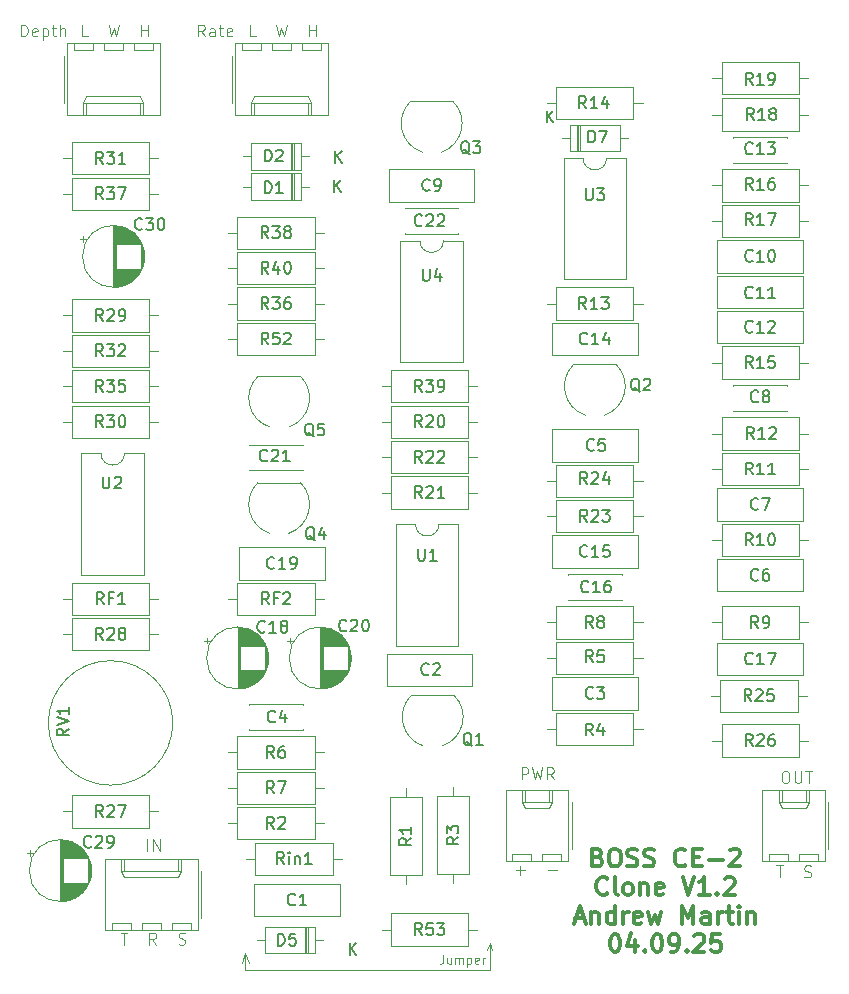
<source format=gbr>
%TF.GenerationSoftware,KiCad,Pcbnew,9.0.0*%
%TF.CreationDate,2025-09-04T18:19:09+01:00*%
%TF.ProjectId,BossCE2,426f7373-4345-4322-9e6b-696361645f70,V1.2*%
%TF.SameCoordinates,Original*%
%TF.FileFunction,Legend,Top*%
%TF.FilePolarity,Positive*%
%FSLAX46Y46*%
G04 Gerber Fmt 4.6, Leading zero omitted, Abs format (unit mm)*
G04 Created by KiCad (PCBNEW 9.0.0) date 2025-09-04 18:19:09*
%MOMM*%
%LPD*%
G01*
G04 APERTURE LIST*
%ADD10C,0.100000*%
%ADD11C,0.300000*%
%ADD12C,0.150000*%
%ADD13C,0.120000*%
G04 APERTURE END LIST*
D10*
X59861027Y-128272419D02*
X60432455Y-128272419D01*
X60146741Y-129272419D02*
X60146741Y-128272419D01*
X62861027Y-129272419D02*
X62527694Y-128796228D01*
X62289599Y-129272419D02*
X62289599Y-128272419D01*
X62289599Y-128272419D02*
X62670551Y-128272419D01*
X62670551Y-128272419D02*
X62765789Y-128320038D01*
X62765789Y-128320038D02*
X62813408Y-128367657D01*
X62813408Y-128367657D02*
X62861027Y-128462895D01*
X62861027Y-128462895D02*
X62861027Y-128605752D01*
X62861027Y-128605752D02*
X62813408Y-128700990D01*
X62813408Y-128700990D02*
X62765789Y-128748609D01*
X62765789Y-128748609D02*
X62670551Y-128796228D01*
X62670551Y-128796228D02*
X62289599Y-128796228D01*
X64765790Y-129224800D02*
X64908647Y-129272419D01*
X64908647Y-129272419D02*
X65146742Y-129272419D01*
X65146742Y-129272419D02*
X65241980Y-129224800D01*
X65241980Y-129224800D02*
X65289599Y-129177180D01*
X65289599Y-129177180D02*
X65337218Y-129081942D01*
X65337218Y-129081942D02*
X65337218Y-128986704D01*
X65337218Y-128986704D02*
X65289599Y-128891466D01*
X65289599Y-128891466D02*
X65241980Y-128843847D01*
X65241980Y-128843847D02*
X65146742Y-128796228D01*
X65146742Y-128796228D02*
X64956266Y-128748609D01*
X64956266Y-128748609D02*
X64861028Y-128700990D01*
X64861028Y-128700990D02*
X64813409Y-128653371D01*
X64813409Y-128653371D02*
X64765790Y-128558133D01*
X64765790Y-128558133D02*
X64765790Y-128462895D01*
X64765790Y-128462895D02*
X64813409Y-128367657D01*
X64813409Y-128367657D02*
X64861028Y-128320038D01*
X64861028Y-128320038D02*
X64956266Y-128272419D01*
X64956266Y-128272419D02*
X65194361Y-128272419D01*
X65194361Y-128272419D02*
X65337218Y-128320038D01*
X62103884Y-121372419D02*
X62103884Y-120372419D01*
X62580074Y-121372419D02*
X62580074Y-120372419D01*
X62580074Y-120372419D02*
X63151502Y-121372419D01*
X63151502Y-121372419D02*
X63151502Y-120372419D01*
X115361027Y-122572419D02*
X115932455Y-122572419D01*
X115646741Y-123572419D02*
X115646741Y-122572419D01*
X117741980Y-123524800D02*
X117884837Y-123572419D01*
X117884837Y-123572419D02*
X118122932Y-123572419D01*
X118122932Y-123572419D02*
X118218170Y-123524800D01*
X118218170Y-123524800D02*
X118265789Y-123477180D01*
X118265789Y-123477180D02*
X118313408Y-123381942D01*
X118313408Y-123381942D02*
X118313408Y-123286704D01*
X118313408Y-123286704D02*
X118265789Y-123191466D01*
X118265789Y-123191466D02*
X118218170Y-123143847D01*
X118218170Y-123143847D02*
X118122932Y-123096228D01*
X118122932Y-123096228D02*
X117932456Y-123048609D01*
X117932456Y-123048609D02*
X117837218Y-123000990D01*
X117837218Y-123000990D02*
X117789599Y-122953371D01*
X117789599Y-122953371D02*
X117741980Y-122858133D01*
X117741980Y-122858133D02*
X117741980Y-122762895D01*
X117741980Y-122762895D02*
X117789599Y-122667657D01*
X117789599Y-122667657D02*
X117837218Y-122620038D01*
X117837218Y-122620038D02*
X117932456Y-122572419D01*
X117932456Y-122572419D02*
X118170551Y-122572419D01*
X118170551Y-122572419D02*
X118313408Y-122620038D01*
X116054360Y-114572419D02*
X116244836Y-114572419D01*
X116244836Y-114572419D02*
X116340074Y-114620038D01*
X116340074Y-114620038D02*
X116435312Y-114715276D01*
X116435312Y-114715276D02*
X116482931Y-114905752D01*
X116482931Y-114905752D02*
X116482931Y-115239085D01*
X116482931Y-115239085D02*
X116435312Y-115429561D01*
X116435312Y-115429561D02*
X116340074Y-115524800D01*
X116340074Y-115524800D02*
X116244836Y-115572419D01*
X116244836Y-115572419D02*
X116054360Y-115572419D01*
X116054360Y-115572419D02*
X115959122Y-115524800D01*
X115959122Y-115524800D02*
X115863884Y-115429561D01*
X115863884Y-115429561D02*
X115816265Y-115239085D01*
X115816265Y-115239085D02*
X115816265Y-114905752D01*
X115816265Y-114905752D02*
X115863884Y-114715276D01*
X115863884Y-114715276D02*
X115959122Y-114620038D01*
X115959122Y-114620038D02*
X116054360Y-114572419D01*
X116911503Y-114572419D02*
X116911503Y-115381942D01*
X116911503Y-115381942D02*
X116959122Y-115477180D01*
X116959122Y-115477180D02*
X117006741Y-115524800D01*
X117006741Y-115524800D02*
X117101979Y-115572419D01*
X117101979Y-115572419D02*
X117292455Y-115572419D01*
X117292455Y-115572419D02*
X117387693Y-115524800D01*
X117387693Y-115524800D02*
X117435312Y-115477180D01*
X117435312Y-115477180D02*
X117482931Y-115381942D01*
X117482931Y-115381942D02*
X117482931Y-114572419D01*
X117816265Y-114572419D02*
X118387693Y-114572419D01*
X118101979Y-115572419D02*
X118101979Y-114572419D01*
X91100000Y-129100000D02*
X90900000Y-129700000D01*
X70400000Y-130020000D02*
X70700000Y-130800000D01*
X70400000Y-130020000D02*
X70100000Y-130800000D01*
X91300000Y-129700000D02*
X91100000Y-129100000D01*
X91100000Y-129100000D02*
X91300000Y-129700000D01*
X87158646Y-130153014D02*
X87158646Y-130688728D01*
X87158646Y-130688728D02*
X87122931Y-130795871D01*
X87122931Y-130795871D02*
X87051503Y-130867300D01*
X87051503Y-130867300D02*
X86944360Y-130903014D01*
X86944360Y-130903014D02*
X86872931Y-130903014D01*
X87837218Y-130403014D02*
X87837218Y-130903014D01*
X87515789Y-130403014D02*
X87515789Y-130795871D01*
X87515789Y-130795871D02*
X87551503Y-130867300D01*
X87551503Y-130867300D02*
X87622932Y-130903014D01*
X87622932Y-130903014D02*
X87730075Y-130903014D01*
X87730075Y-130903014D02*
X87801503Y-130867300D01*
X87801503Y-130867300D02*
X87837218Y-130831585D01*
X88194360Y-130903014D02*
X88194360Y-130403014D01*
X88194360Y-130474442D02*
X88230074Y-130438728D01*
X88230074Y-130438728D02*
X88301503Y-130403014D01*
X88301503Y-130403014D02*
X88408646Y-130403014D01*
X88408646Y-130403014D02*
X88480074Y-130438728D01*
X88480074Y-130438728D02*
X88515789Y-130510157D01*
X88515789Y-130510157D02*
X88515789Y-130903014D01*
X88515789Y-130510157D02*
X88551503Y-130438728D01*
X88551503Y-130438728D02*
X88622931Y-130403014D01*
X88622931Y-130403014D02*
X88730074Y-130403014D01*
X88730074Y-130403014D02*
X88801503Y-130438728D01*
X88801503Y-130438728D02*
X88837217Y-130510157D01*
X88837217Y-130510157D02*
X88837217Y-130903014D01*
X89194360Y-130403014D02*
X89194360Y-131153014D01*
X89194360Y-130438728D02*
X89265789Y-130403014D01*
X89265789Y-130403014D02*
X89408646Y-130403014D01*
X89408646Y-130403014D02*
X89480074Y-130438728D01*
X89480074Y-130438728D02*
X89515789Y-130474442D01*
X89515789Y-130474442D02*
X89551503Y-130545871D01*
X89551503Y-130545871D02*
X89551503Y-130760157D01*
X89551503Y-130760157D02*
X89515789Y-130831585D01*
X89515789Y-130831585D02*
X89480074Y-130867300D01*
X89480074Y-130867300D02*
X89408646Y-130903014D01*
X89408646Y-130903014D02*
X89265789Y-130903014D01*
X89265789Y-130903014D02*
X89194360Y-130867300D01*
X90158645Y-130867300D02*
X90087217Y-130903014D01*
X90087217Y-130903014D02*
X89944360Y-130903014D01*
X89944360Y-130903014D02*
X89872931Y-130867300D01*
X89872931Y-130867300D02*
X89837217Y-130795871D01*
X89837217Y-130795871D02*
X89837217Y-130510157D01*
X89837217Y-130510157D02*
X89872931Y-130438728D01*
X89872931Y-130438728D02*
X89944360Y-130403014D01*
X89944360Y-130403014D02*
X90087217Y-130403014D01*
X90087217Y-130403014D02*
X90158645Y-130438728D01*
X90158645Y-130438728D02*
X90194360Y-130510157D01*
X90194360Y-130510157D02*
X90194360Y-130581585D01*
X90194360Y-130581585D02*
X89837217Y-130653014D01*
X90515788Y-130903014D02*
X90515788Y-130403014D01*
X90515788Y-130545871D02*
X90551502Y-130474442D01*
X90551502Y-130474442D02*
X90587217Y-130438728D01*
X90587217Y-130438728D02*
X90658645Y-130403014D01*
X90658645Y-130403014D02*
X90730074Y-130403014D01*
X91100000Y-131400000D02*
X91100000Y-129100000D01*
X70400000Y-131400000D02*
X91100000Y-131400000D01*
X70400000Y-130020000D02*
X70400000Y-131400000D01*
X93303884Y-122991466D02*
X94065789Y-122991466D01*
X93684836Y-123372419D02*
X93684836Y-122610514D01*
X96065789Y-122991466D02*
X96827694Y-122991466D01*
X93803884Y-115272419D02*
X93803884Y-114272419D01*
X93803884Y-114272419D02*
X94184836Y-114272419D01*
X94184836Y-114272419D02*
X94280074Y-114320038D01*
X94280074Y-114320038D02*
X94327693Y-114367657D01*
X94327693Y-114367657D02*
X94375312Y-114462895D01*
X94375312Y-114462895D02*
X94375312Y-114605752D01*
X94375312Y-114605752D02*
X94327693Y-114700990D01*
X94327693Y-114700990D02*
X94280074Y-114748609D01*
X94280074Y-114748609D02*
X94184836Y-114796228D01*
X94184836Y-114796228D02*
X93803884Y-114796228D01*
X94708646Y-114272419D02*
X94946741Y-115272419D01*
X94946741Y-115272419D02*
X95137217Y-114558133D01*
X95137217Y-114558133D02*
X95327693Y-115272419D01*
X95327693Y-115272419D02*
X95565789Y-114272419D01*
X96518169Y-115272419D02*
X96184836Y-114796228D01*
X95946741Y-115272419D02*
X95946741Y-114272419D01*
X95946741Y-114272419D02*
X96327693Y-114272419D01*
X96327693Y-114272419D02*
X96422931Y-114320038D01*
X96422931Y-114320038D02*
X96470550Y-114367657D01*
X96470550Y-114367657D02*
X96518169Y-114462895D01*
X96518169Y-114462895D02*
X96518169Y-114605752D01*
X96518169Y-114605752D02*
X96470550Y-114700990D01*
X96470550Y-114700990D02*
X96422931Y-114748609D01*
X96422931Y-114748609D02*
X96327693Y-114796228D01*
X96327693Y-114796228D02*
X95946741Y-114796228D01*
X71280074Y-52372419D02*
X70803884Y-52372419D01*
X70803884Y-52372419D02*
X70803884Y-51372419D01*
X73041980Y-51372419D02*
X73280075Y-52372419D01*
X73280075Y-52372419D02*
X73470551Y-51658133D01*
X73470551Y-51658133D02*
X73661027Y-52372419D01*
X73661027Y-52372419D02*
X73899123Y-51372419D01*
X75803885Y-52372419D02*
X75803885Y-51372419D01*
X75803885Y-51848609D02*
X76375313Y-51848609D01*
X76375313Y-52372419D02*
X76375313Y-51372419D01*
X57080074Y-52372419D02*
X56603884Y-52372419D01*
X56603884Y-52372419D02*
X56603884Y-51372419D01*
X58841980Y-51372419D02*
X59080075Y-52372419D01*
X59080075Y-52372419D02*
X59270551Y-51658133D01*
X59270551Y-51658133D02*
X59461027Y-52372419D01*
X59461027Y-52372419D02*
X59699123Y-51372419D01*
X61603885Y-52372419D02*
X61603885Y-51372419D01*
X61603885Y-51848609D02*
X62175313Y-51848609D01*
X62175313Y-52372419D02*
X62175313Y-51372419D01*
X66975312Y-52372419D02*
X66641979Y-51896228D01*
X66403884Y-52372419D02*
X66403884Y-51372419D01*
X66403884Y-51372419D02*
X66784836Y-51372419D01*
X66784836Y-51372419D02*
X66880074Y-51420038D01*
X66880074Y-51420038D02*
X66927693Y-51467657D01*
X66927693Y-51467657D02*
X66975312Y-51562895D01*
X66975312Y-51562895D02*
X66975312Y-51705752D01*
X66975312Y-51705752D02*
X66927693Y-51800990D01*
X66927693Y-51800990D02*
X66880074Y-51848609D01*
X66880074Y-51848609D02*
X66784836Y-51896228D01*
X66784836Y-51896228D02*
X66403884Y-51896228D01*
X67832455Y-52372419D02*
X67832455Y-51848609D01*
X67832455Y-51848609D02*
X67784836Y-51753371D01*
X67784836Y-51753371D02*
X67689598Y-51705752D01*
X67689598Y-51705752D02*
X67499122Y-51705752D01*
X67499122Y-51705752D02*
X67403884Y-51753371D01*
X67832455Y-52324800D02*
X67737217Y-52372419D01*
X67737217Y-52372419D02*
X67499122Y-52372419D01*
X67499122Y-52372419D02*
X67403884Y-52324800D01*
X67403884Y-52324800D02*
X67356265Y-52229561D01*
X67356265Y-52229561D02*
X67356265Y-52134323D01*
X67356265Y-52134323D02*
X67403884Y-52039085D01*
X67403884Y-52039085D02*
X67499122Y-51991466D01*
X67499122Y-51991466D02*
X67737217Y-51991466D01*
X67737217Y-51991466D02*
X67832455Y-51943847D01*
X68165789Y-51705752D02*
X68546741Y-51705752D01*
X68308646Y-51372419D02*
X68308646Y-52229561D01*
X68308646Y-52229561D02*
X68356265Y-52324800D01*
X68356265Y-52324800D02*
X68451503Y-52372419D01*
X68451503Y-52372419D02*
X68546741Y-52372419D01*
X69261027Y-52324800D02*
X69165789Y-52372419D01*
X69165789Y-52372419D02*
X68975313Y-52372419D01*
X68975313Y-52372419D02*
X68880075Y-52324800D01*
X68880075Y-52324800D02*
X68832456Y-52229561D01*
X68832456Y-52229561D02*
X68832456Y-51848609D01*
X68832456Y-51848609D02*
X68880075Y-51753371D01*
X68880075Y-51753371D02*
X68975313Y-51705752D01*
X68975313Y-51705752D02*
X69165789Y-51705752D01*
X69165789Y-51705752D02*
X69261027Y-51753371D01*
X69261027Y-51753371D02*
X69308646Y-51848609D01*
X69308646Y-51848609D02*
X69308646Y-51943847D01*
X69308646Y-51943847D02*
X68832456Y-52039085D01*
X51403884Y-52372419D02*
X51403884Y-51372419D01*
X51403884Y-51372419D02*
X51641979Y-51372419D01*
X51641979Y-51372419D02*
X51784836Y-51420038D01*
X51784836Y-51420038D02*
X51880074Y-51515276D01*
X51880074Y-51515276D02*
X51927693Y-51610514D01*
X51927693Y-51610514D02*
X51975312Y-51800990D01*
X51975312Y-51800990D02*
X51975312Y-51943847D01*
X51975312Y-51943847D02*
X51927693Y-52134323D01*
X51927693Y-52134323D02*
X51880074Y-52229561D01*
X51880074Y-52229561D02*
X51784836Y-52324800D01*
X51784836Y-52324800D02*
X51641979Y-52372419D01*
X51641979Y-52372419D02*
X51403884Y-52372419D01*
X52784836Y-52324800D02*
X52689598Y-52372419D01*
X52689598Y-52372419D02*
X52499122Y-52372419D01*
X52499122Y-52372419D02*
X52403884Y-52324800D01*
X52403884Y-52324800D02*
X52356265Y-52229561D01*
X52356265Y-52229561D02*
X52356265Y-51848609D01*
X52356265Y-51848609D02*
X52403884Y-51753371D01*
X52403884Y-51753371D02*
X52499122Y-51705752D01*
X52499122Y-51705752D02*
X52689598Y-51705752D01*
X52689598Y-51705752D02*
X52784836Y-51753371D01*
X52784836Y-51753371D02*
X52832455Y-51848609D01*
X52832455Y-51848609D02*
X52832455Y-51943847D01*
X52832455Y-51943847D02*
X52356265Y-52039085D01*
X53261027Y-51705752D02*
X53261027Y-52705752D01*
X53261027Y-51753371D02*
X53356265Y-51705752D01*
X53356265Y-51705752D02*
X53546741Y-51705752D01*
X53546741Y-51705752D02*
X53641979Y-51753371D01*
X53641979Y-51753371D02*
X53689598Y-51800990D01*
X53689598Y-51800990D02*
X53737217Y-51896228D01*
X53737217Y-51896228D02*
X53737217Y-52181942D01*
X53737217Y-52181942D02*
X53689598Y-52277180D01*
X53689598Y-52277180D02*
X53641979Y-52324800D01*
X53641979Y-52324800D02*
X53546741Y-52372419D01*
X53546741Y-52372419D02*
X53356265Y-52372419D01*
X53356265Y-52372419D02*
X53261027Y-52324800D01*
X54022932Y-51705752D02*
X54403884Y-51705752D01*
X54165789Y-51372419D02*
X54165789Y-52229561D01*
X54165789Y-52229561D02*
X54213408Y-52324800D01*
X54213408Y-52324800D02*
X54308646Y-52372419D01*
X54308646Y-52372419D02*
X54403884Y-52372419D01*
X54737218Y-52372419D02*
X54737218Y-51372419D01*
X55165789Y-52372419D02*
X55165789Y-51848609D01*
X55165789Y-51848609D02*
X55118170Y-51753371D01*
X55118170Y-51753371D02*
X55022932Y-51705752D01*
X55022932Y-51705752D02*
X54880075Y-51705752D01*
X54880075Y-51705752D02*
X54784837Y-51753371D01*
X54784837Y-51753371D02*
X54737218Y-51800990D01*
D11*
X100250000Y-121870366D02*
X100464286Y-121941794D01*
X100464286Y-121941794D02*
X100535715Y-122013223D01*
X100535715Y-122013223D02*
X100607143Y-122156080D01*
X100607143Y-122156080D02*
X100607143Y-122370366D01*
X100607143Y-122370366D02*
X100535715Y-122513223D01*
X100535715Y-122513223D02*
X100464286Y-122584652D01*
X100464286Y-122584652D02*
X100321429Y-122656080D01*
X100321429Y-122656080D02*
X99750000Y-122656080D01*
X99750000Y-122656080D02*
X99750000Y-121156080D01*
X99750000Y-121156080D02*
X100250000Y-121156080D01*
X100250000Y-121156080D02*
X100392858Y-121227509D01*
X100392858Y-121227509D02*
X100464286Y-121298937D01*
X100464286Y-121298937D02*
X100535715Y-121441794D01*
X100535715Y-121441794D02*
X100535715Y-121584652D01*
X100535715Y-121584652D02*
X100464286Y-121727509D01*
X100464286Y-121727509D02*
X100392858Y-121798937D01*
X100392858Y-121798937D02*
X100250000Y-121870366D01*
X100250000Y-121870366D02*
X99750000Y-121870366D01*
X101535715Y-121156080D02*
X101821429Y-121156080D01*
X101821429Y-121156080D02*
X101964286Y-121227509D01*
X101964286Y-121227509D02*
X102107143Y-121370366D01*
X102107143Y-121370366D02*
X102178572Y-121656080D01*
X102178572Y-121656080D02*
X102178572Y-122156080D01*
X102178572Y-122156080D02*
X102107143Y-122441794D01*
X102107143Y-122441794D02*
X101964286Y-122584652D01*
X101964286Y-122584652D02*
X101821429Y-122656080D01*
X101821429Y-122656080D02*
X101535715Y-122656080D01*
X101535715Y-122656080D02*
X101392858Y-122584652D01*
X101392858Y-122584652D02*
X101250000Y-122441794D01*
X101250000Y-122441794D02*
X101178572Y-122156080D01*
X101178572Y-122156080D02*
X101178572Y-121656080D01*
X101178572Y-121656080D02*
X101250000Y-121370366D01*
X101250000Y-121370366D02*
X101392858Y-121227509D01*
X101392858Y-121227509D02*
X101535715Y-121156080D01*
X102750001Y-122584652D02*
X102964287Y-122656080D01*
X102964287Y-122656080D02*
X103321429Y-122656080D01*
X103321429Y-122656080D02*
X103464287Y-122584652D01*
X103464287Y-122584652D02*
X103535715Y-122513223D01*
X103535715Y-122513223D02*
X103607144Y-122370366D01*
X103607144Y-122370366D02*
X103607144Y-122227509D01*
X103607144Y-122227509D02*
X103535715Y-122084652D01*
X103535715Y-122084652D02*
X103464287Y-122013223D01*
X103464287Y-122013223D02*
X103321429Y-121941794D01*
X103321429Y-121941794D02*
X103035715Y-121870366D01*
X103035715Y-121870366D02*
X102892858Y-121798937D01*
X102892858Y-121798937D02*
X102821429Y-121727509D01*
X102821429Y-121727509D02*
X102750001Y-121584652D01*
X102750001Y-121584652D02*
X102750001Y-121441794D01*
X102750001Y-121441794D02*
X102821429Y-121298937D01*
X102821429Y-121298937D02*
X102892858Y-121227509D01*
X102892858Y-121227509D02*
X103035715Y-121156080D01*
X103035715Y-121156080D02*
X103392858Y-121156080D01*
X103392858Y-121156080D02*
X103607144Y-121227509D01*
X104178572Y-122584652D02*
X104392858Y-122656080D01*
X104392858Y-122656080D02*
X104750000Y-122656080D01*
X104750000Y-122656080D02*
X104892858Y-122584652D01*
X104892858Y-122584652D02*
X104964286Y-122513223D01*
X104964286Y-122513223D02*
X105035715Y-122370366D01*
X105035715Y-122370366D02*
X105035715Y-122227509D01*
X105035715Y-122227509D02*
X104964286Y-122084652D01*
X104964286Y-122084652D02*
X104892858Y-122013223D01*
X104892858Y-122013223D02*
X104750000Y-121941794D01*
X104750000Y-121941794D02*
X104464286Y-121870366D01*
X104464286Y-121870366D02*
X104321429Y-121798937D01*
X104321429Y-121798937D02*
X104250000Y-121727509D01*
X104250000Y-121727509D02*
X104178572Y-121584652D01*
X104178572Y-121584652D02*
X104178572Y-121441794D01*
X104178572Y-121441794D02*
X104250000Y-121298937D01*
X104250000Y-121298937D02*
X104321429Y-121227509D01*
X104321429Y-121227509D02*
X104464286Y-121156080D01*
X104464286Y-121156080D02*
X104821429Y-121156080D01*
X104821429Y-121156080D02*
X105035715Y-121227509D01*
X107678571Y-122513223D02*
X107607143Y-122584652D01*
X107607143Y-122584652D02*
X107392857Y-122656080D01*
X107392857Y-122656080D02*
X107250000Y-122656080D01*
X107250000Y-122656080D02*
X107035714Y-122584652D01*
X107035714Y-122584652D02*
X106892857Y-122441794D01*
X106892857Y-122441794D02*
X106821428Y-122298937D01*
X106821428Y-122298937D02*
X106750000Y-122013223D01*
X106750000Y-122013223D02*
X106750000Y-121798937D01*
X106750000Y-121798937D02*
X106821428Y-121513223D01*
X106821428Y-121513223D02*
X106892857Y-121370366D01*
X106892857Y-121370366D02*
X107035714Y-121227509D01*
X107035714Y-121227509D02*
X107250000Y-121156080D01*
X107250000Y-121156080D02*
X107392857Y-121156080D01*
X107392857Y-121156080D02*
X107607143Y-121227509D01*
X107607143Y-121227509D02*
X107678571Y-121298937D01*
X108321428Y-121870366D02*
X108821428Y-121870366D01*
X109035714Y-122656080D02*
X108321428Y-122656080D01*
X108321428Y-122656080D02*
X108321428Y-121156080D01*
X108321428Y-121156080D02*
X109035714Y-121156080D01*
X109678571Y-122084652D02*
X110821429Y-122084652D01*
X111464286Y-121298937D02*
X111535714Y-121227509D01*
X111535714Y-121227509D02*
X111678572Y-121156080D01*
X111678572Y-121156080D02*
X112035714Y-121156080D01*
X112035714Y-121156080D02*
X112178572Y-121227509D01*
X112178572Y-121227509D02*
X112250000Y-121298937D01*
X112250000Y-121298937D02*
X112321429Y-121441794D01*
X112321429Y-121441794D02*
X112321429Y-121584652D01*
X112321429Y-121584652D02*
X112250000Y-121798937D01*
X112250000Y-121798937D02*
X111392857Y-122656080D01*
X111392857Y-122656080D02*
X112321429Y-122656080D01*
X101071429Y-124928139D02*
X101000001Y-124999568D01*
X101000001Y-124999568D02*
X100785715Y-125070996D01*
X100785715Y-125070996D02*
X100642858Y-125070996D01*
X100642858Y-125070996D02*
X100428572Y-124999568D01*
X100428572Y-124999568D02*
X100285715Y-124856710D01*
X100285715Y-124856710D02*
X100214286Y-124713853D01*
X100214286Y-124713853D02*
X100142858Y-124428139D01*
X100142858Y-124428139D02*
X100142858Y-124213853D01*
X100142858Y-124213853D02*
X100214286Y-123928139D01*
X100214286Y-123928139D02*
X100285715Y-123785282D01*
X100285715Y-123785282D02*
X100428572Y-123642425D01*
X100428572Y-123642425D02*
X100642858Y-123570996D01*
X100642858Y-123570996D02*
X100785715Y-123570996D01*
X100785715Y-123570996D02*
X101000001Y-123642425D01*
X101000001Y-123642425D02*
X101071429Y-123713853D01*
X101928572Y-125070996D02*
X101785715Y-124999568D01*
X101785715Y-124999568D02*
X101714286Y-124856710D01*
X101714286Y-124856710D02*
X101714286Y-123570996D01*
X102714286Y-125070996D02*
X102571429Y-124999568D01*
X102571429Y-124999568D02*
X102500000Y-124928139D01*
X102500000Y-124928139D02*
X102428572Y-124785282D01*
X102428572Y-124785282D02*
X102428572Y-124356710D01*
X102428572Y-124356710D02*
X102500000Y-124213853D01*
X102500000Y-124213853D02*
X102571429Y-124142425D01*
X102571429Y-124142425D02*
X102714286Y-124070996D01*
X102714286Y-124070996D02*
X102928572Y-124070996D01*
X102928572Y-124070996D02*
X103071429Y-124142425D01*
X103071429Y-124142425D02*
X103142858Y-124213853D01*
X103142858Y-124213853D02*
X103214286Y-124356710D01*
X103214286Y-124356710D02*
X103214286Y-124785282D01*
X103214286Y-124785282D02*
X103142858Y-124928139D01*
X103142858Y-124928139D02*
X103071429Y-124999568D01*
X103071429Y-124999568D02*
X102928572Y-125070996D01*
X102928572Y-125070996D02*
X102714286Y-125070996D01*
X103857143Y-124070996D02*
X103857143Y-125070996D01*
X103857143Y-124213853D02*
X103928572Y-124142425D01*
X103928572Y-124142425D02*
X104071429Y-124070996D01*
X104071429Y-124070996D02*
X104285715Y-124070996D01*
X104285715Y-124070996D02*
X104428572Y-124142425D01*
X104428572Y-124142425D02*
X104500001Y-124285282D01*
X104500001Y-124285282D02*
X104500001Y-125070996D01*
X105785715Y-124999568D02*
X105642858Y-125070996D01*
X105642858Y-125070996D02*
X105357144Y-125070996D01*
X105357144Y-125070996D02*
X105214286Y-124999568D01*
X105214286Y-124999568D02*
X105142858Y-124856710D01*
X105142858Y-124856710D02*
X105142858Y-124285282D01*
X105142858Y-124285282D02*
X105214286Y-124142425D01*
X105214286Y-124142425D02*
X105357144Y-124070996D01*
X105357144Y-124070996D02*
X105642858Y-124070996D01*
X105642858Y-124070996D02*
X105785715Y-124142425D01*
X105785715Y-124142425D02*
X105857144Y-124285282D01*
X105857144Y-124285282D02*
X105857144Y-124428139D01*
X105857144Y-124428139D02*
X105142858Y-124570996D01*
X107428572Y-123570996D02*
X107928572Y-125070996D01*
X107928572Y-125070996D02*
X108428572Y-123570996D01*
X109714286Y-125070996D02*
X108857143Y-125070996D01*
X109285714Y-125070996D02*
X109285714Y-123570996D01*
X109285714Y-123570996D02*
X109142857Y-123785282D01*
X109142857Y-123785282D02*
X109000000Y-123928139D01*
X109000000Y-123928139D02*
X108857143Y-123999568D01*
X110357142Y-124928139D02*
X110428571Y-124999568D01*
X110428571Y-124999568D02*
X110357142Y-125070996D01*
X110357142Y-125070996D02*
X110285714Y-124999568D01*
X110285714Y-124999568D02*
X110357142Y-124928139D01*
X110357142Y-124928139D02*
X110357142Y-125070996D01*
X111000000Y-123713853D02*
X111071428Y-123642425D01*
X111071428Y-123642425D02*
X111214286Y-123570996D01*
X111214286Y-123570996D02*
X111571428Y-123570996D01*
X111571428Y-123570996D02*
X111714286Y-123642425D01*
X111714286Y-123642425D02*
X111785714Y-123713853D01*
X111785714Y-123713853D02*
X111857143Y-123856710D01*
X111857143Y-123856710D02*
X111857143Y-123999568D01*
X111857143Y-123999568D02*
X111785714Y-124213853D01*
X111785714Y-124213853D02*
X110928571Y-125070996D01*
X110928571Y-125070996D02*
X111857143Y-125070996D01*
X98357143Y-127057341D02*
X99071429Y-127057341D01*
X98214286Y-127485912D02*
X98714286Y-125985912D01*
X98714286Y-125985912D02*
X99214286Y-127485912D01*
X99714285Y-126485912D02*
X99714285Y-127485912D01*
X99714285Y-126628769D02*
X99785714Y-126557341D01*
X99785714Y-126557341D02*
X99928571Y-126485912D01*
X99928571Y-126485912D02*
X100142857Y-126485912D01*
X100142857Y-126485912D02*
X100285714Y-126557341D01*
X100285714Y-126557341D02*
X100357143Y-126700198D01*
X100357143Y-126700198D02*
X100357143Y-127485912D01*
X101714286Y-127485912D02*
X101714286Y-125985912D01*
X101714286Y-127414484D02*
X101571428Y-127485912D01*
X101571428Y-127485912D02*
X101285714Y-127485912D01*
X101285714Y-127485912D02*
X101142857Y-127414484D01*
X101142857Y-127414484D02*
X101071428Y-127343055D01*
X101071428Y-127343055D02*
X101000000Y-127200198D01*
X101000000Y-127200198D02*
X101000000Y-126771626D01*
X101000000Y-126771626D02*
X101071428Y-126628769D01*
X101071428Y-126628769D02*
X101142857Y-126557341D01*
X101142857Y-126557341D02*
X101285714Y-126485912D01*
X101285714Y-126485912D02*
X101571428Y-126485912D01*
X101571428Y-126485912D02*
X101714286Y-126557341D01*
X102428571Y-127485912D02*
X102428571Y-126485912D01*
X102428571Y-126771626D02*
X102500000Y-126628769D01*
X102500000Y-126628769D02*
X102571429Y-126557341D01*
X102571429Y-126557341D02*
X102714286Y-126485912D01*
X102714286Y-126485912D02*
X102857143Y-126485912D01*
X103928571Y-127414484D02*
X103785714Y-127485912D01*
X103785714Y-127485912D02*
X103500000Y-127485912D01*
X103500000Y-127485912D02*
X103357142Y-127414484D01*
X103357142Y-127414484D02*
X103285714Y-127271626D01*
X103285714Y-127271626D02*
X103285714Y-126700198D01*
X103285714Y-126700198D02*
X103357142Y-126557341D01*
X103357142Y-126557341D02*
X103500000Y-126485912D01*
X103500000Y-126485912D02*
X103785714Y-126485912D01*
X103785714Y-126485912D02*
X103928571Y-126557341D01*
X103928571Y-126557341D02*
X104000000Y-126700198D01*
X104000000Y-126700198D02*
X104000000Y-126843055D01*
X104000000Y-126843055D02*
X103285714Y-126985912D01*
X104499999Y-126485912D02*
X104785714Y-127485912D01*
X104785714Y-127485912D02*
X105071428Y-126771626D01*
X105071428Y-126771626D02*
X105357142Y-127485912D01*
X105357142Y-127485912D02*
X105642856Y-126485912D01*
X107357142Y-127485912D02*
X107357142Y-125985912D01*
X107357142Y-125985912D02*
X107857142Y-127057341D01*
X107857142Y-127057341D02*
X108357142Y-125985912D01*
X108357142Y-125985912D02*
X108357142Y-127485912D01*
X109714286Y-127485912D02*
X109714286Y-126700198D01*
X109714286Y-126700198D02*
X109642857Y-126557341D01*
X109642857Y-126557341D02*
X109500000Y-126485912D01*
X109500000Y-126485912D02*
X109214286Y-126485912D01*
X109214286Y-126485912D02*
X109071428Y-126557341D01*
X109714286Y-127414484D02*
X109571428Y-127485912D01*
X109571428Y-127485912D02*
X109214286Y-127485912D01*
X109214286Y-127485912D02*
X109071428Y-127414484D01*
X109071428Y-127414484D02*
X109000000Y-127271626D01*
X109000000Y-127271626D02*
X109000000Y-127128769D01*
X109000000Y-127128769D02*
X109071428Y-126985912D01*
X109071428Y-126985912D02*
X109214286Y-126914484D01*
X109214286Y-126914484D02*
X109571428Y-126914484D01*
X109571428Y-126914484D02*
X109714286Y-126843055D01*
X110428571Y-127485912D02*
X110428571Y-126485912D01*
X110428571Y-126771626D02*
X110500000Y-126628769D01*
X110500000Y-126628769D02*
X110571429Y-126557341D01*
X110571429Y-126557341D02*
X110714286Y-126485912D01*
X110714286Y-126485912D02*
X110857143Y-126485912D01*
X111142857Y-126485912D02*
X111714285Y-126485912D01*
X111357142Y-125985912D02*
X111357142Y-127271626D01*
X111357142Y-127271626D02*
X111428571Y-127414484D01*
X111428571Y-127414484D02*
X111571428Y-127485912D01*
X111571428Y-127485912D02*
X111714285Y-127485912D01*
X112214285Y-127485912D02*
X112214285Y-126485912D01*
X112214285Y-125985912D02*
X112142857Y-126057341D01*
X112142857Y-126057341D02*
X112214285Y-126128769D01*
X112214285Y-126128769D02*
X112285714Y-126057341D01*
X112285714Y-126057341D02*
X112214285Y-125985912D01*
X112214285Y-125985912D02*
X112214285Y-126128769D01*
X112928571Y-126485912D02*
X112928571Y-127485912D01*
X112928571Y-126628769D02*
X113000000Y-126557341D01*
X113000000Y-126557341D02*
X113142857Y-126485912D01*
X113142857Y-126485912D02*
X113357143Y-126485912D01*
X113357143Y-126485912D02*
X113500000Y-126557341D01*
X113500000Y-126557341D02*
X113571429Y-126700198D01*
X113571429Y-126700198D02*
X113571429Y-127485912D01*
X101642858Y-128400828D02*
X101785715Y-128400828D01*
X101785715Y-128400828D02*
X101928572Y-128472257D01*
X101928572Y-128472257D02*
X102000001Y-128543685D01*
X102000001Y-128543685D02*
X102071429Y-128686542D01*
X102071429Y-128686542D02*
X102142858Y-128972257D01*
X102142858Y-128972257D02*
X102142858Y-129329400D01*
X102142858Y-129329400D02*
X102071429Y-129615114D01*
X102071429Y-129615114D02*
X102000001Y-129757971D01*
X102000001Y-129757971D02*
X101928572Y-129829400D01*
X101928572Y-129829400D02*
X101785715Y-129900828D01*
X101785715Y-129900828D02*
X101642858Y-129900828D01*
X101642858Y-129900828D02*
X101500001Y-129829400D01*
X101500001Y-129829400D02*
X101428572Y-129757971D01*
X101428572Y-129757971D02*
X101357143Y-129615114D01*
X101357143Y-129615114D02*
X101285715Y-129329400D01*
X101285715Y-129329400D02*
X101285715Y-128972257D01*
X101285715Y-128972257D02*
X101357143Y-128686542D01*
X101357143Y-128686542D02*
X101428572Y-128543685D01*
X101428572Y-128543685D02*
X101500001Y-128472257D01*
X101500001Y-128472257D02*
X101642858Y-128400828D01*
X103428572Y-128900828D02*
X103428572Y-129900828D01*
X103071429Y-128329400D02*
X102714286Y-129400828D01*
X102714286Y-129400828D02*
X103642857Y-129400828D01*
X104214285Y-129757971D02*
X104285714Y-129829400D01*
X104285714Y-129829400D02*
X104214285Y-129900828D01*
X104214285Y-129900828D02*
X104142857Y-129829400D01*
X104142857Y-129829400D02*
X104214285Y-129757971D01*
X104214285Y-129757971D02*
X104214285Y-129900828D01*
X105214286Y-128400828D02*
X105357143Y-128400828D01*
X105357143Y-128400828D02*
X105500000Y-128472257D01*
X105500000Y-128472257D02*
X105571429Y-128543685D01*
X105571429Y-128543685D02*
X105642857Y-128686542D01*
X105642857Y-128686542D02*
X105714286Y-128972257D01*
X105714286Y-128972257D02*
X105714286Y-129329400D01*
X105714286Y-129329400D02*
X105642857Y-129615114D01*
X105642857Y-129615114D02*
X105571429Y-129757971D01*
X105571429Y-129757971D02*
X105500000Y-129829400D01*
X105500000Y-129829400D02*
X105357143Y-129900828D01*
X105357143Y-129900828D02*
X105214286Y-129900828D01*
X105214286Y-129900828D02*
X105071429Y-129829400D01*
X105071429Y-129829400D02*
X105000000Y-129757971D01*
X105000000Y-129757971D02*
X104928571Y-129615114D01*
X104928571Y-129615114D02*
X104857143Y-129329400D01*
X104857143Y-129329400D02*
X104857143Y-128972257D01*
X104857143Y-128972257D02*
X104928571Y-128686542D01*
X104928571Y-128686542D02*
X105000000Y-128543685D01*
X105000000Y-128543685D02*
X105071429Y-128472257D01*
X105071429Y-128472257D02*
X105214286Y-128400828D01*
X106428571Y-129900828D02*
X106714285Y-129900828D01*
X106714285Y-129900828D02*
X106857142Y-129829400D01*
X106857142Y-129829400D02*
X106928571Y-129757971D01*
X106928571Y-129757971D02*
X107071428Y-129543685D01*
X107071428Y-129543685D02*
X107142857Y-129257971D01*
X107142857Y-129257971D02*
X107142857Y-128686542D01*
X107142857Y-128686542D02*
X107071428Y-128543685D01*
X107071428Y-128543685D02*
X107000000Y-128472257D01*
X107000000Y-128472257D02*
X106857142Y-128400828D01*
X106857142Y-128400828D02*
X106571428Y-128400828D01*
X106571428Y-128400828D02*
X106428571Y-128472257D01*
X106428571Y-128472257D02*
X106357142Y-128543685D01*
X106357142Y-128543685D02*
X106285714Y-128686542D01*
X106285714Y-128686542D02*
X106285714Y-129043685D01*
X106285714Y-129043685D02*
X106357142Y-129186542D01*
X106357142Y-129186542D02*
X106428571Y-129257971D01*
X106428571Y-129257971D02*
X106571428Y-129329400D01*
X106571428Y-129329400D02*
X106857142Y-129329400D01*
X106857142Y-129329400D02*
X107000000Y-129257971D01*
X107000000Y-129257971D02*
X107071428Y-129186542D01*
X107071428Y-129186542D02*
X107142857Y-129043685D01*
X107785713Y-129757971D02*
X107857142Y-129829400D01*
X107857142Y-129829400D02*
X107785713Y-129900828D01*
X107785713Y-129900828D02*
X107714285Y-129829400D01*
X107714285Y-129829400D02*
X107785713Y-129757971D01*
X107785713Y-129757971D02*
X107785713Y-129900828D01*
X108428571Y-128543685D02*
X108499999Y-128472257D01*
X108499999Y-128472257D02*
X108642857Y-128400828D01*
X108642857Y-128400828D02*
X108999999Y-128400828D01*
X108999999Y-128400828D02*
X109142857Y-128472257D01*
X109142857Y-128472257D02*
X109214285Y-128543685D01*
X109214285Y-128543685D02*
X109285714Y-128686542D01*
X109285714Y-128686542D02*
X109285714Y-128829400D01*
X109285714Y-128829400D02*
X109214285Y-129043685D01*
X109214285Y-129043685D02*
X108357142Y-129900828D01*
X108357142Y-129900828D02*
X109285714Y-129900828D01*
X110642856Y-128400828D02*
X109928570Y-128400828D01*
X109928570Y-128400828D02*
X109857142Y-129115114D01*
X109857142Y-129115114D02*
X109928570Y-129043685D01*
X109928570Y-129043685D02*
X110071428Y-128972257D01*
X110071428Y-128972257D02*
X110428570Y-128972257D01*
X110428570Y-128972257D02*
X110571428Y-129043685D01*
X110571428Y-129043685D02*
X110642856Y-129115114D01*
X110642856Y-129115114D02*
X110714285Y-129257971D01*
X110714285Y-129257971D02*
X110714285Y-129615114D01*
X110714285Y-129615114D02*
X110642856Y-129757971D01*
X110642856Y-129757971D02*
X110571428Y-129829400D01*
X110571428Y-129829400D02*
X110428570Y-129900828D01*
X110428570Y-129900828D02*
X110071428Y-129900828D01*
X110071428Y-129900828D02*
X109928570Y-129829400D01*
X109928570Y-129829400D02*
X109857142Y-129757971D01*
D12*
X113357142Y-105459580D02*
X113309523Y-105507200D01*
X113309523Y-105507200D02*
X113166666Y-105554819D01*
X113166666Y-105554819D02*
X113071428Y-105554819D01*
X113071428Y-105554819D02*
X112928571Y-105507200D01*
X112928571Y-105507200D02*
X112833333Y-105411961D01*
X112833333Y-105411961D02*
X112785714Y-105316723D01*
X112785714Y-105316723D02*
X112738095Y-105126247D01*
X112738095Y-105126247D02*
X112738095Y-104983390D01*
X112738095Y-104983390D02*
X112785714Y-104792914D01*
X112785714Y-104792914D02*
X112833333Y-104697676D01*
X112833333Y-104697676D02*
X112928571Y-104602438D01*
X112928571Y-104602438D02*
X113071428Y-104554819D01*
X113071428Y-104554819D02*
X113166666Y-104554819D01*
X113166666Y-104554819D02*
X113309523Y-104602438D01*
X113309523Y-104602438D02*
X113357142Y-104650057D01*
X114309523Y-105554819D02*
X113738095Y-105554819D01*
X114023809Y-105554819D02*
X114023809Y-104554819D01*
X114023809Y-104554819D02*
X113928571Y-104697676D01*
X113928571Y-104697676D02*
X113833333Y-104792914D01*
X113833333Y-104792914D02*
X113738095Y-104840533D01*
X114642857Y-104554819D02*
X115309523Y-104554819D01*
X115309523Y-104554819D02*
X114880952Y-105554819D01*
X73682857Y-122454819D02*
X73349524Y-121978628D01*
X73111429Y-122454819D02*
X73111429Y-121454819D01*
X73111429Y-121454819D02*
X73492381Y-121454819D01*
X73492381Y-121454819D02*
X73587619Y-121502438D01*
X73587619Y-121502438D02*
X73635238Y-121550057D01*
X73635238Y-121550057D02*
X73682857Y-121645295D01*
X73682857Y-121645295D02*
X73682857Y-121788152D01*
X73682857Y-121788152D02*
X73635238Y-121883390D01*
X73635238Y-121883390D02*
X73587619Y-121931009D01*
X73587619Y-121931009D02*
X73492381Y-121978628D01*
X73492381Y-121978628D02*
X73111429Y-121978628D01*
X74111429Y-122454819D02*
X74111429Y-121788152D01*
X74111429Y-121454819D02*
X74063810Y-121502438D01*
X74063810Y-121502438D02*
X74111429Y-121550057D01*
X74111429Y-121550057D02*
X74159048Y-121502438D01*
X74159048Y-121502438D02*
X74111429Y-121454819D01*
X74111429Y-121454819D02*
X74111429Y-121550057D01*
X74587619Y-121788152D02*
X74587619Y-122454819D01*
X74587619Y-121883390D02*
X74635238Y-121835771D01*
X74635238Y-121835771D02*
X74730476Y-121788152D01*
X74730476Y-121788152D02*
X74873333Y-121788152D01*
X74873333Y-121788152D02*
X74968571Y-121835771D01*
X74968571Y-121835771D02*
X75016190Y-121931009D01*
X75016190Y-121931009D02*
X75016190Y-122454819D01*
X76016190Y-122454819D02*
X75444762Y-122454819D01*
X75730476Y-122454819D02*
X75730476Y-121454819D01*
X75730476Y-121454819D02*
X75635238Y-121597676D01*
X75635238Y-121597676D02*
X75540000Y-121692914D01*
X75540000Y-121692914D02*
X75444762Y-121740533D01*
X99257142Y-75454819D02*
X98923809Y-74978628D01*
X98685714Y-75454819D02*
X98685714Y-74454819D01*
X98685714Y-74454819D02*
X99066666Y-74454819D01*
X99066666Y-74454819D02*
X99161904Y-74502438D01*
X99161904Y-74502438D02*
X99209523Y-74550057D01*
X99209523Y-74550057D02*
X99257142Y-74645295D01*
X99257142Y-74645295D02*
X99257142Y-74788152D01*
X99257142Y-74788152D02*
X99209523Y-74883390D01*
X99209523Y-74883390D02*
X99161904Y-74931009D01*
X99161904Y-74931009D02*
X99066666Y-74978628D01*
X99066666Y-74978628D02*
X98685714Y-74978628D01*
X100209523Y-75454819D02*
X99638095Y-75454819D01*
X99923809Y-75454819D02*
X99923809Y-74454819D01*
X99923809Y-74454819D02*
X99828571Y-74597676D01*
X99828571Y-74597676D02*
X99733333Y-74692914D01*
X99733333Y-74692914D02*
X99638095Y-74740533D01*
X100542857Y-74454819D02*
X101161904Y-74454819D01*
X101161904Y-74454819D02*
X100828571Y-74835771D01*
X100828571Y-74835771D02*
X100971428Y-74835771D01*
X100971428Y-74835771D02*
X101066666Y-74883390D01*
X101066666Y-74883390D02*
X101114285Y-74931009D01*
X101114285Y-74931009D02*
X101161904Y-75026247D01*
X101161904Y-75026247D02*
X101161904Y-75264342D01*
X101161904Y-75264342D02*
X101114285Y-75359580D01*
X101114285Y-75359580D02*
X101066666Y-75407200D01*
X101066666Y-75407200D02*
X100971428Y-75454819D01*
X100971428Y-75454819D02*
X100685714Y-75454819D01*
X100685714Y-75454819D02*
X100590476Y-75407200D01*
X100590476Y-75407200D02*
X100542857Y-75359580D01*
X113457142Y-86454819D02*
X113123809Y-85978628D01*
X112885714Y-86454819D02*
X112885714Y-85454819D01*
X112885714Y-85454819D02*
X113266666Y-85454819D01*
X113266666Y-85454819D02*
X113361904Y-85502438D01*
X113361904Y-85502438D02*
X113409523Y-85550057D01*
X113409523Y-85550057D02*
X113457142Y-85645295D01*
X113457142Y-85645295D02*
X113457142Y-85788152D01*
X113457142Y-85788152D02*
X113409523Y-85883390D01*
X113409523Y-85883390D02*
X113361904Y-85931009D01*
X113361904Y-85931009D02*
X113266666Y-85978628D01*
X113266666Y-85978628D02*
X112885714Y-85978628D01*
X114409523Y-86454819D02*
X113838095Y-86454819D01*
X114123809Y-86454819D02*
X114123809Y-85454819D01*
X114123809Y-85454819D02*
X114028571Y-85597676D01*
X114028571Y-85597676D02*
X113933333Y-85692914D01*
X113933333Y-85692914D02*
X113838095Y-85740533D01*
X114790476Y-85550057D02*
X114838095Y-85502438D01*
X114838095Y-85502438D02*
X114933333Y-85454819D01*
X114933333Y-85454819D02*
X115171428Y-85454819D01*
X115171428Y-85454819D02*
X115266666Y-85502438D01*
X115266666Y-85502438D02*
X115314285Y-85550057D01*
X115314285Y-85550057D02*
X115361904Y-85645295D01*
X115361904Y-85645295D02*
X115361904Y-85740533D01*
X115361904Y-85740533D02*
X115314285Y-85883390D01*
X115314285Y-85883390D02*
X114742857Y-86454819D01*
X114742857Y-86454819D02*
X115361904Y-86454819D01*
X85438095Y-72054819D02*
X85438095Y-72864342D01*
X85438095Y-72864342D02*
X85485714Y-72959580D01*
X85485714Y-72959580D02*
X85533333Y-73007200D01*
X85533333Y-73007200D02*
X85628571Y-73054819D01*
X85628571Y-73054819D02*
X85819047Y-73054819D01*
X85819047Y-73054819D02*
X85914285Y-73007200D01*
X85914285Y-73007200D02*
X85961904Y-72959580D01*
X85961904Y-72959580D02*
X86009523Y-72864342D01*
X86009523Y-72864342D02*
X86009523Y-72054819D01*
X86914285Y-72388152D02*
X86914285Y-73054819D01*
X86676190Y-72007200D02*
X86438095Y-72721485D01*
X86438095Y-72721485D02*
X87057142Y-72721485D01*
X99238095Y-65254819D02*
X99238095Y-66064342D01*
X99238095Y-66064342D02*
X99285714Y-66159580D01*
X99285714Y-66159580D02*
X99333333Y-66207200D01*
X99333333Y-66207200D02*
X99428571Y-66254819D01*
X99428571Y-66254819D02*
X99619047Y-66254819D01*
X99619047Y-66254819D02*
X99714285Y-66207200D01*
X99714285Y-66207200D02*
X99761904Y-66159580D01*
X99761904Y-66159580D02*
X99809523Y-66064342D01*
X99809523Y-66064342D02*
X99809523Y-65254819D01*
X100190476Y-65254819D02*
X100809523Y-65254819D01*
X100809523Y-65254819D02*
X100476190Y-65635771D01*
X100476190Y-65635771D02*
X100619047Y-65635771D01*
X100619047Y-65635771D02*
X100714285Y-65683390D01*
X100714285Y-65683390D02*
X100761904Y-65731009D01*
X100761904Y-65731009D02*
X100809523Y-65826247D01*
X100809523Y-65826247D02*
X100809523Y-66064342D01*
X100809523Y-66064342D02*
X100761904Y-66159580D01*
X100761904Y-66159580D02*
X100714285Y-66207200D01*
X100714285Y-66207200D02*
X100619047Y-66254819D01*
X100619047Y-66254819D02*
X100333333Y-66254819D01*
X100333333Y-66254819D02*
X100238095Y-66207200D01*
X100238095Y-66207200D02*
X100190476Y-66159580D01*
X58338095Y-89654819D02*
X58338095Y-90464342D01*
X58338095Y-90464342D02*
X58385714Y-90559580D01*
X58385714Y-90559580D02*
X58433333Y-90607200D01*
X58433333Y-90607200D02*
X58528571Y-90654819D01*
X58528571Y-90654819D02*
X58719047Y-90654819D01*
X58719047Y-90654819D02*
X58814285Y-90607200D01*
X58814285Y-90607200D02*
X58861904Y-90559580D01*
X58861904Y-90559580D02*
X58909523Y-90464342D01*
X58909523Y-90464342D02*
X58909523Y-89654819D01*
X59338095Y-89750057D02*
X59385714Y-89702438D01*
X59385714Y-89702438D02*
X59480952Y-89654819D01*
X59480952Y-89654819D02*
X59719047Y-89654819D01*
X59719047Y-89654819D02*
X59814285Y-89702438D01*
X59814285Y-89702438D02*
X59861904Y-89750057D01*
X59861904Y-89750057D02*
X59909523Y-89845295D01*
X59909523Y-89845295D02*
X59909523Y-89940533D01*
X59909523Y-89940533D02*
X59861904Y-90083390D01*
X59861904Y-90083390D02*
X59290476Y-90654819D01*
X59290476Y-90654819D02*
X59909523Y-90654819D01*
X85038095Y-95754819D02*
X85038095Y-96564342D01*
X85038095Y-96564342D02*
X85085714Y-96659580D01*
X85085714Y-96659580D02*
X85133333Y-96707200D01*
X85133333Y-96707200D02*
X85228571Y-96754819D01*
X85228571Y-96754819D02*
X85419047Y-96754819D01*
X85419047Y-96754819D02*
X85514285Y-96707200D01*
X85514285Y-96707200D02*
X85561904Y-96659580D01*
X85561904Y-96659580D02*
X85609523Y-96564342D01*
X85609523Y-96564342D02*
X85609523Y-95754819D01*
X86609523Y-96754819D02*
X86038095Y-96754819D01*
X86323809Y-96754819D02*
X86323809Y-95754819D01*
X86323809Y-95754819D02*
X86228571Y-95897676D01*
X86228571Y-95897676D02*
X86133333Y-95992914D01*
X86133333Y-95992914D02*
X86038095Y-96040533D01*
X55454819Y-110995238D02*
X54978628Y-111328571D01*
X55454819Y-111566666D02*
X54454819Y-111566666D01*
X54454819Y-111566666D02*
X54454819Y-111185714D01*
X54454819Y-111185714D02*
X54502438Y-111090476D01*
X54502438Y-111090476D02*
X54550057Y-111042857D01*
X54550057Y-111042857D02*
X54645295Y-110995238D01*
X54645295Y-110995238D02*
X54788152Y-110995238D01*
X54788152Y-110995238D02*
X54883390Y-111042857D01*
X54883390Y-111042857D02*
X54931009Y-111090476D01*
X54931009Y-111090476D02*
X54978628Y-111185714D01*
X54978628Y-111185714D02*
X54978628Y-111566666D01*
X54454819Y-110709523D02*
X55454819Y-110376190D01*
X55454819Y-110376190D02*
X54454819Y-110042857D01*
X55454819Y-109185714D02*
X55454819Y-109757142D01*
X55454819Y-109471428D02*
X54454819Y-109471428D01*
X54454819Y-109471428D02*
X54597676Y-109566666D01*
X54597676Y-109566666D02*
X54692914Y-109661904D01*
X54692914Y-109661904D02*
X54740533Y-109757142D01*
X72404761Y-100454819D02*
X72071428Y-99978628D01*
X71833333Y-100454819D02*
X71833333Y-99454819D01*
X71833333Y-99454819D02*
X72214285Y-99454819D01*
X72214285Y-99454819D02*
X72309523Y-99502438D01*
X72309523Y-99502438D02*
X72357142Y-99550057D01*
X72357142Y-99550057D02*
X72404761Y-99645295D01*
X72404761Y-99645295D02*
X72404761Y-99788152D01*
X72404761Y-99788152D02*
X72357142Y-99883390D01*
X72357142Y-99883390D02*
X72309523Y-99931009D01*
X72309523Y-99931009D02*
X72214285Y-99978628D01*
X72214285Y-99978628D02*
X71833333Y-99978628D01*
X73166666Y-99931009D02*
X72833333Y-99931009D01*
X72833333Y-100454819D02*
X72833333Y-99454819D01*
X72833333Y-99454819D02*
X73309523Y-99454819D01*
X73642857Y-99550057D02*
X73690476Y-99502438D01*
X73690476Y-99502438D02*
X73785714Y-99454819D01*
X73785714Y-99454819D02*
X74023809Y-99454819D01*
X74023809Y-99454819D02*
X74119047Y-99502438D01*
X74119047Y-99502438D02*
X74166666Y-99550057D01*
X74166666Y-99550057D02*
X74214285Y-99645295D01*
X74214285Y-99645295D02*
X74214285Y-99740533D01*
X74214285Y-99740533D02*
X74166666Y-99883390D01*
X74166666Y-99883390D02*
X73595238Y-100454819D01*
X73595238Y-100454819D02*
X74214285Y-100454819D01*
X58404761Y-100454819D02*
X58071428Y-99978628D01*
X57833333Y-100454819D02*
X57833333Y-99454819D01*
X57833333Y-99454819D02*
X58214285Y-99454819D01*
X58214285Y-99454819D02*
X58309523Y-99502438D01*
X58309523Y-99502438D02*
X58357142Y-99550057D01*
X58357142Y-99550057D02*
X58404761Y-99645295D01*
X58404761Y-99645295D02*
X58404761Y-99788152D01*
X58404761Y-99788152D02*
X58357142Y-99883390D01*
X58357142Y-99883390D02*
X58309523Y-99931009D01*
X58309523Y-99931009D02*
X58214285Y-99978628D01*
X58214285Y-99978628D02*
X57833333Y-99978628D01*
X59166666Y-99931009D02*
X58833333Y-99931009D01*
X58833333Y-100454819D02*
X58833333Y-99454819D01*
X58833333Y-99454819D02*
X59309523Y-99454819D01*
X60214285Y-100454819D02*
X59642857Y-100454819D01*
X59928571Y-100454819D02*
X59928571Y-99454819D01*
X59928571Y-99454819D02*
X59833333Y-99597676D01*
X59833333Y-99597676D02*
X59738095Y-99692914D01*
X59738095Y-99692914D02*
X59642857Y-99740533D01*
X85357142Y-128454819D02*
X85023809Y-127978628D01*
X84785714Y-128454819D02*
X84785714Y-127454819D01*
X84785714Y-127454819D02*
X85166666Y-127454819D01*
X85166666Y-127454819D02*
X85261904Y-127502438D01*
X85261904Y-127502438D02*
X85309523Y-127550057D01*
X85309523Y-127550057D02*
X85357142Y-127645295D01*
X85357142Y-127645295D02*
X85357142Y-127788152D01*
X85357142Y-127788152D02*
X85309523Y-127883390D01*
X85309523Y-127883390D02*
X85261904Y-127931009D01*
X85261904Y-127931009D02*
X85166666Y-127978628D01*
X85166666Y-127978628D02*
X84785714Y-127978628D01*
X86261904Y-127454819D02*
X85785714Y-127454819D01*
X85785714Y-127454819D02*
X85738095Y-127931009D01*
X85738095Y-127931009D02*
X85785714Y-127883390D01*
X85785714Y-127883390D02*
X85880952Y-127835771D01*
X85880952Y-127835771D02*
X86119047Y-127835771D01*
X86119047Y-127835771D02*
X86214285Y-127883390D01*
X86214285Y-127883390D02*
X86261904Y-127931009D01*
X86261904Y-127931009D02*
X86309523Y-128026247D01*
X86309523Y-128026247D02*
X86309523Y-128264342D01*
X86309523Y-128264342D02*
X86261904Y-128359580D01*
X86261904Y-128359580D02*
X86214285Y-128407200D01*
X86214285Y-128407200D02*
X86119047Y-128454819D01*
X86119047Y-128454819D02*
X85880952Y-128454819D01*
X85880952Y-128454819D02*
X85785714Y-128407200D01*
X85785714Y-128407200D02*
X85738095Y-128359580D01*
X86642857Y-127454819D02*
X87261904Y-127454819D01*
X87261904Y-127454819D02*
X86928571Y-127835771D01*
X86928571Y-127835771D02*
X87071428Y-127835771D01*
X87071428Y-127835771D02*
X87166666Y-127883390D01*
X87166666Y-127883390D02*
X87214285Y-127931009D01*
X87214285Y-127931009D02*
X87261904Y-128026247D01*
X87261904Y-128026247D02*
X87261904Y-128264342D01*
X87261904Y-128264342D02*
X87214285Y-128359580D01*
X87214285Y-128359580D02*
X87166666Y-128407200D01*
X87166666Y-128407200D02*
X87071428Y-128454819D01*
X87071428Y-128454819D02*
X86785714Y-128454819D01*
X86785714Y-128454819D02*
X86690476Y-128407200D01*
X86690476Y-128407200D02*
X86642857Y-128359580D01*
X72357142Y-78454819D02*
X72023809Y-77978628D01*
X71785714Y-78454819D02*
X71785714Y-77454819D01*
X71785714Y-77454819D02*
X72166666Y-77454819D01*
X72166666Y-77454819D02*
X72261904Y-77502438D01*
X72261904Y-77502438D02*
X72309523Y-77550057D01*
X72309523Y-77550057D02*
X72357142Y-77645295D01*
X72357142Y-77645295D02*
X72357142Y-77788152D01*
X72357142Y-77788152D02*
X72309523Y-77883390D01*
X72309523Y-77883390D02*
X72261904Y-77931009D01*
X72261904Y-77931009D02*
X72166666Y-77978628D01*
X72166666Y-77978628D02*
X71785714Y-77978628D01*
X73261904Y-77454819D02*
X72785714Y-77454819D01*
X72785714Y-77454819D02*
X72738095Y-77931009D01*
X72738095Y-77931009D02*
X72785714Y-77883390D01*
X72785714Y-77883390D02*
X72880952Y-77835771D01*
X72880952Y-77835771D02*
X73119047Y-77835771D01*
X73119047Y-77835771D02*
X73214285Y-77883390D01*
X73214285Y-77883390D02*
X73261904Y-77931009D01*
X73261904Y-77931009D02*
X73309523Y-78026247D01*
X73309523Y-78026247D02*
X73309523Y-78264342D01*
X73309523Y-78264342D02*
X73261904Y-78359580D01*
X73261904Y-78359580D02*
X73214285Y-78407200D01*
X73214285Y-78407200D02*
X73119047Y-78454819D01*
X73119047Y-78454819D02*
X72880952Y-78454819D01*
X72880952Y-78454819D02*
X72785714Y-78407200D01*
X72785714Y-78407200D02*
X72738095Y-78359580D01*
X73690476Y-77550057D02*
X73738095Y-77502438D01*
X73738095Y-77502438D02*
X73833333Y-77454819D01*
X73833333Y-77454819D02*
X74071428Y-77454819D01*
X74071428Y-77454819D02*
X74166666Y-77502438D01*
X74166666Y-77502438D02*
X74214285Y-77550057D01*
X74214285Y-77550057D02*
X74261904Y-77645295D01*
X74261904Y-77645295D02*
X74261904Y-77740533D01*
X74261904Y-77740533D02*
X74214285Y-77883390D01*
X74214285Y-77883390D02*
X73642857Y-78454819D01*
X73642857Y-78454819D02*
X74261904Y-78454819D01*
X72357142Y-72454819D02*
X72023809Y-71978628D01*
X71785714Y-72454819D02*
X71785714Y-71454819D01*
X71785714Y-71454819D02*
X72166666Y-71454819D01*
X72166666Y-71454819D02*
X72261904Y-71502438D01*
X72261904Y-71502438D02*
X72309523Y-71550057D01*
X72309523Y-71550057D02*
X72357142Y-71645295D01*
X72357142Y-71645295D02*
X72357142Y-71788152D01*
X72357142Y-71788152D02*
X72309523Y-71883390D01*
X72309523Y-71883390D02*
X72261904Y-71931009D01*
X72261904Y-71931009D02*
X72166666Y-71978628D01*
X72166666Y-71978628D02*
X71785714Y-71978628D01*
X73214285Y-71788152D02*
X73214285Y-72454819D01*
X72976190Y-71407200D02*
X72738095Y-72121485D01*
X72738095Y-72121485D02*
X73357142Y-72121485D01*
X73928571Y-71454819D02*
X74023809Y-71454819D01*
X74023809Y-71454819D02*
X74119047Y-71502438D01*
X74119047Y-71502438D02*
X74166666Y-71550057D01*
X74166666Y-71550057D02*
X74214285Y-71645295D01*
X74214285Y-71645295D02*
X74261904Y-71835771D01*
X74261904Y-71835771D02*
X74261904Y-72073866D01*
X74261904Y-72073866D02*
X74214285Y-72264342D01*
X74214285Y-72264342D02*
X74166666Y-72359580D01*
X74166666Y-72359580D02*
X74119047Y-72407200D01*
X74119047Y-72407200D02*
X74023809Y-72454819D01*
X74023809Y-72454819D02*
X73928571Y-72454819D01*
X73928571Y-72454819D02*
X73833333Y-72407200D01*
X73833333Y-72407200D02*
X73785714Y-72359580D01*
X73785714Y-72359580D02*
X73738095Y-72264342D01*
X73738095Y-72264342D02*
X73690476Y-72073866D01*
X73690476Y-72073866D02*
X73690476Y-71835771D01*
X73690476Y-71835771D02*
X73738095Y-71645295D01*
X73738095Y-71645295D02*
X73785714Y-71550057D01*
X73785714Y-71550057D02*
X73833333Y-71502438D01*
X73833333Y-71502438D02*
X73928571Y-71454819D01*
X85357142Y-82454819D02*
X85023809Y-81978628D01*
X84785714Y-82454819D02*
X84785714Y-81454819D01*
X84785714Y-81454819D02*
X85166666Y-81454819D01*
X85166666Y-81454819D02*
X85261904Y-81502438D01*
X85261904Y-81502438D02*
X85309523Y-81550057D01*
X85309523Y-81550057D02*
X85357142Y-81645295D01*
X85357142Y-81645295D02*
X85357142Y-81788152D01*
X85357142Y-81788152D02*
X85309523Y-81883390D01*
X85309523Y-81883390D02*
X85261904Y-81931009D01*
X85261904Y-81931009D02*
X85166666Y-81978628D01*
X85166666Y-81978628D02*
X84785714Y-81978628D01*
X85690476Y-81454819D02*
X86309523Y-81454819D01*
X86309523Y-81454819D02*
X85976190Y-81835771D01*
X85976190Y-81835771D02*
X86119047Y-81835771D01*
X86119047Y-81835771D02*
X86214285Y-81883390D01*
X86214285Y-81883390D02*
X86261904Y-81931009D01*
X86261904Y-81931009D02*
X86309523Y-82026247D01*
X86309523Y-82026247D02*
X86309523Y-82264342D01*
X86309523Y-82264342D02*
X86261904Y-82359580D01*
X86261904Y-82359580D02*
X86214285Y-82407200D01*
X86214285Y-82407200D02*
X86119047Y-82454819D01*
X86119047Y-82454819D02*
X85833333Y-82454819D01*
X85833333Y-82454819D02*
X85738095Y-82407200D01*
X85738095Y-82407200D02*
X85690476Y-82359580D01*
X86785714Y-82454819D02*
X86976190Y-82454819D01*
X86976190Y-82454819D02*
X87071428Y-82407200D01*
X87071428Y-82407200D02*
X87119047Y-82359580D01*
X87119047Y-82359580D02*
X87214285Y-82216723D01*
X87214285Y-82216723D02*
X87261904Y-82026247D01*
X87261904Y-82026247D02*
X87261904Y-81645295D01*
X87261904Y-81645295D02*
X87214285Y-81550057D01*
X87214285Y-81550057D02*
X87166666Y-81502438D01*
X87166666Y-81502438D02*
X87071428Y-81454819D01*
X87071428Y-81454819D02*
X86880952Y-81454819D01*
X86880952Y-81454819D02*
X86785714Y-81502438D01*
X86785714Y-81502438D02*
X86738095Y-81550057D01*
X86738095Y-81550057D02*
X86690476Y-81645295D01*
X86690476Y-81645295D02*
X86690476Y-81883390D01*
X86690476Y-81883390D02*
X86738095Y-81978628D01*
X86738095Y-81978628D02*
X86785714Y-82026247D01*
X86785714Y-82026247D02*
X86880952Y-82073866D01*
X86880952Y-82073866D02*
X87071428Y-82073866D01*
X87071428Y-82073866D02*
X87166666Y-82026247D01*
X87166666Y-82026247D02*
X87214285Y-81978628D01*
X87214285Y-81978628D02*
X87261904Y-81883390D01*
X72357142Y-69454819D02*
X72023809Y-68978628D01*
X71785714Y-69454819D02*
X71785714Y-68454819D01*
X71785714Y-68454819D02*
X72166666Y-68454819D01*
X72166666Y-68454819D02*
X72261904Y-68502438D01*
X72261904Y-68502438D02*
X72309523Y-68550057D01*
X72309523Y-68550057D02*
X72357142Y-68645295D01*
X72357142Y-68645295D02*
X72357142Y-68788152D01*
X72357142Y-68788152D02*
X72309523Y-68883390D01*
X72309523Y-68883390D02*
X72261904Y-68931009D01*
X72261904Y-68931009D02*
X72166666Y-68978628D01*
X72166666Y-68978628D02*
X71785714Y-68978628D01*
X72690476Y-68454819D02*
X73309523Y-68454819D01*
X73309523Y-68454819D02*
X72976190Y-68835771D01*
X72976190Y-68835771D02*
X73119047Y-68835771D01*
X73119047Y-68835771D02*
X73214285Y-68883390D01*
X73214285Y-68883390D02*
X73261904Y-68931009D01*
X73261904Y-68931009D02*
X73309523Y-69026247D01*
X73309523Y-69026247D02*
X73309523Y-69264342D01*
X73309523Y-69264342D02*
X73261904Y-69359580D01*
X73261904Y-69359580D02*
X73214285Y-69407200D01*
X73214285Y-69407200D02*
X73119047Y-69454819D01*
X73119047Y-69454819D02*
X72833333Y-69454819D01*
X72833333Y-69454819D02*
X72738095Y-69407200D01*
X72738095Y-69407200D02*
X72690476Y-69359580D01*
X73880952Y-68883390D02*
X73785714Y-68835771D01*
X73785714Y-68835771D02*
X73738095Y-68788152D01*
X73738095Y-68788152D02*
X73690476Y-68692914D01*
X73690476Y-68692914D02*
X73690476Y-68645295D01*
X73690476Y-68645295D02*
X73738095Y-68550057D01*
X73738095Y-68550057D02*
X73785714Y-68502438D01*
X73785714Y-68502438D02*
X73880952Y-68454819D01*
X73880952Y-68454819D02*
X74071428Y-68454819D01*
X74071428Y-68454819D02*
X74166666Y-68502438D01*
X74166666Y-68502438D02*
X74214285Y-68550057D01*
X74214285Y-68550057D02*
X74261904Y-68645295D01*
X74261904Y-68645295D02*
X74261904Y-68692914D01*
X74261904Y-68692914D02*
X74214285Y-68788152D01*
X74214285Y-68788152D02*
X74166666Y-68835771D01*
X74166666Y-68835771D02*
X74071428Y-68883390D01*
X74071428Y-68883390D02*
X73880952Y-68883390D01*
X73880952Y-68883390D02*
X73785714Y-68931009D01*
X73785714Y-68931009D02*
X73738095Y-68978628D01*
X73738095Y-68978628D02*
X73690476Y-69073866D01*
X73690476Y-69073866D02*
X73690476Y-69264342D01*
X73690476Y-69264342D02*
X73738095Y-69359580D01*
X73738095Y-69359580D02*
X73785714Y-69407200D01*
X73785714Y-69407200D02*
X73880952Y-69454819D01*
X73880952Y-69454819D02*
X74071428Y-69454819D01*
X74071428Y-69454819D02*
X74166666Y-69407200D01*
X74166666Y-69407200D02*
X74214285Y-69359580D01*
X74214285Y-69359580D02*
X74261904Y-69264342D01*
X74261904Y-69264342D02*
X74261904Y-69073866D01*
X74261904Y-69073866D02*
X74214285Y-68978628D01*
X74214285Y-68978628D02*
X74166666Y-68931009D01*
X74166666Y-68931009D02*
X74071428Y-68883390D01*
X58357142Y-66154819D02*
X58023809Y-65678628D01*
X57785714Y-66154819D02*
X57785714Y-65154819D01*
X57785714Y-65154819D02*
X58166666Y-65154819D01*
X58166666Y-65154819D02*
X58261904Y-65202438D01*
X58261904Y-65202438D02*
X58309523Y-65250057D01*
X58309523Y-65250057D02*
X58357142Y-65345295D01*
X58357142Y-65345295D02*
X58357142Y-65488152D01*
X58357142Y-65488152D02*
X58309523Y-65583390D01*
X58309523Y-65583390D02*
X58261904Y-65631009D01*
X58261904Y-65631009D02*
X58166666Y-65678628D01*
X58166666Y-65678628D02*
X57785714Y-65678628D01*
X58690476Y-65154819D02*
X59309523Y-65154819D01*
X59309523Y-65154819D02*
X58976190Y-65535771D01*
X58976190Y-65535771D02*
X59119047Y-65535771D01*
X59119047Y-65535771D02*
X59214285Y-65583390D01*
X59214285Y-65583390D02*
X59261904Y-65631009D01*
X59261904Y-65631009D02*
X59309523Y-65726247D01*
X59309523Y-65726247D02*
X59309523Y-65964342D01*
X59309523Y-65964342D02*
X59261904Y-66059580D01*
X59261904Y-66059580D02*
X59214285Y-66107200D01*
X59214285Y-66107200D02*
X59119047Y-66154819D01*
X59119047Y-66154819D02*
X58833333Y-66154819D01*
X58833333Y-66154819D02*
X58738095Y-66107200D01*
X58738095Y-66107200D02*
X58690476Y-66059580D01*
X59642857Y-65154819D02*
X60309523Y-65154819D01*
X60309523Y-65154819D02*
X59880952Y-66154819D01*
X72357142Y-75454819D02*
X72023809Y-74978628D01*
X71785714Y-75454819D02*
X71785714Y-74454819D01*
X71785714Y-74454819D02*
X72166666Y-74454819D01*
X72166666Y-74454819D02*
X72261904Y-74502438D01*
X72261904Y-74502438D02*
X72309523Y-74550057D01*
X72309523Y-74550057D02*
X72357142Y-74645295D01*
X72357142Y-74645295D02*
X72357142Y-74788152D01*
X72357142Y-74788152D02*
X72309523Y-74883390D01*
X72309523Y-74883390D02*
X72261904Y-74931009D01*
X72261904Y-74931009D02*
X72166666Y-74978628D01*
X72166666Y-74978628D02*
X71785714Y-74978628D01*
X72690476Y-74454819D02*
X73309523Y-74454819D01*
X73309523Y-74454819D02*
X72976190Y-74835771D01*
X72976190Y-74835771D02*
X73119047Y-74835771D01*
X73119047Y-74835771D02*
X73214285Y-74883390D01*
X73214285Y-74883390D02*
X73261904Y-74931009D01*
X73261904Y-74931009D02*
X73309523Y-75026247D01*
X73309523Y-75026247D02*
X73309523Y-75264342D01*
X73309523Y-75264342D02*
X73261904Y-75359580D01*
X73261904Y-75359580D02*
X73214285Y-75407200D01*
X73214285Y-75407200D02*
X73119047Y-75454819D01*
X73119047Y-75454819D02*
X72833333Y-75454819D01*
X72833333Y-75454819D02*
X72738095Y-75407200D01*
X72738095Y-75407200D02*
X72690476Y-75359580D01*
X74166666Y-74454819D02*
X73976190Y-74454819D01*
X73976190Y-74454819D02*
X73880952Y-74502438D01*
X73880952Y-74502438D02*
X73833333Y-74550057D01*
X73833333Y-74550057D02*
X73738095Y-74692914D01*
X73738095Y-74692914D02*
X73690476Y-74883390D01*
X73690476Y-74883390D02*
X73690476Y-75264342D01*
X73690476Y-75264342D02*
X73738095Y-75359580D01*
X73738095Y-75359580D02*
X73785714Y-75407200D01*
X73785714Y-75407200D02*
X73880952Y-75454819D01*
X73880952Y-75454819D02*
X74071428Y-75454819D01*
X74071428Y-75454819D02*
X74166666Y-75407200D01*
X74166666Y-75407200D02*
X74214285Y-75359580D01*
X74214285Y-75359580D02*
X74261904Y-75264342D01*
X74261904Y-75264342D02*
X74261904Y-75026247D01*
X74261904Y-75026247D02*
X74214285Y-74931009D01*
X74214285Y-74931009D02*
X74166666Y-74883390D01*
X74166666Y-74883390D02*
X74071428Y-74835771D01*
X74071428Y-74835771D02*
X73880952Y-74835771D01*
X73880952Y-74835771D02*
X73785714Y-74883390D01*
X73785714Y-74883390D02*
X73738095Y-74931009D01*
X73738095Y-74931009D02*
X73690476Y-75026247D01*
X58357142Y-82454819D02*
X58023809Y-81978628D01*
X57785714Y-82454819D02*
X57785714Y-81454819D01*
X57785714Y-81454819D02*
X58166666Y-81454819D01*
X58166666Y-81454819D02*
X58261904Y-81502438D01*
X58261904Y-81502438D02*
X58309523Y-81550057D01*
X58309523Y-81550057D02*
X58357142Y-81645295D01*
X58357142Y-81645295D02*
X58357142Y-81788152D01*
X58357142Y-81788152D02*
X58309523Y-81883390D01*
X58309523Y-81883390D02*
X58261904Y-81931009D01*
X58261904Y-81931009D02*
X58166666Y-81978628D01*
X58166666Y-81978628D02*
X57785714Y-81978628D01*
X58690476Y-81454819D02*
X59309523Y-81454819D01*
X59309523Y-81454819D02*
X58976190Y-81835771D01*
X58976190Y-81835771D02*
X59119047Y-81835771D01*
X59119047Y-81835771D02*
X59214285Y-81883390D01*
X59214285Y-81883390D02*
X59261904Y-81931009D01*
X59261904Y-81931009D02*
X59309523Y-82026247D01*
X59309523Y-82026247D02*
X59309523Y-82264342D01*
X59309523Y-82264342D02*
X59261904Y-82359580D01*
X59261904Y-82359580D02*
X59214285Y-82407200D01*
X59214285Y-82407200D02*
X59119047Y-82454819D01*
X59119047Y-82454819D02*
X58833333Y-82454819D01*
X58833333Y-82454819D02*
X58738095Y-82407200D01*
X58738095Y-82407200D02*
X58690476Y-82359580D01*
X60214285Y-81454819D02*
X59738095Y-81454819D01*
X59738095Y-81454819D02*
X59690476Y-81931009D01*
X59690476Y-81931009D02*
X59738095Y-81883390D01*
X59738095Y-81883390D02*
X59833333Y-81835771D01*
X59833333Y-81835771D02*
X60071428Y-81835771D01*
X60071428Y-81835771D02*
X60166666Y-81883390D01*
X60166666Y-81883390D02*
X60214285Y-81931009D01*
X60214285Y-81931009D02*
X60261904Y-82026247D01*
X60261904Y-82026247D02*
X60261904Y-82264342D01*
X60261904Y-82264342D02*
X60214285Y-82359580D01*
X60214285Y-82359580D02*
X60166666Y-82407200D01*
X60166666Y-82407200D02*
X60071428Y-82454819D01*
X60071428Y-82454819D02*
X59833333Y-82454819D01*
X59833333Y-82454819D02*
X59738095Y-82407200D01*
X59738095Y-82407200D02*
X59690476Y-82359580D01*
X58357142Y-79454819D02*
X58023809Y-78978628D01*
X57785714Y-79454819D02*
X57785714Y-78454819D01*
X57785714Y-78454819D02*
X58166666Y-78454819D01*
X58166666Y-78454819D02*
X58261904Y-78502438D01*
X58261904Y-78502438D02*
X58309523Y-78550057D01*
X58309523Y-78550057D02*
X58357142Y-78645295D01*
X58357142Y-78645295D02*
X58357142Y-78788152D01*
X58357142Y-78788152D02*
X58309523Y-78883390D01*
X58309523Y-78883390D02*
X58261904Y-78931009D01*
X58261904Y-78931009D02*
X58166666Y-78978628D01*
X58166666Y-78978628D02*
X57785714Y-78978628D01*
X58690476Y-78454819D02*
X59309523Y-78454819D01*
X59309523Y-78454819D02*
X58976190Y-78835771D01*
X58976190Y-78835771D02*
X59119047Y-78835771D01*
X59119047Y-78835771D02*
X59214285Y-78883390D01*
X59214285Y-78883390D02*
X59261904Y-78931009D01*
X59261904Y-78931009D02*
X59309523Y-79026247D01*
X59309523Y-79026247D02*
X59309523Y-79264342D01*
X59309523Y-79264342D02*
X59261904Y-79359580D01*
X59261904Y-79359580D02*
X59214285Y-79407200D01*
X59214285Y-79407200D02*
X59119047Y-79454819D01*
X59119047Y-79454819D02*
X58833333Y-79454819D01*
X58833333Y-79454819D02*
X58738095Y-79407200D01*
X58738095Y-79407200D02*
X58690476Y-79359580D01*
X59690476Y-78550057D02*
X59738095Y-78502438D01*
X59738095Y-78502438D02*
X59833333Y-78454819D01*
X59833333Y-78454819D02*
X60071428Y-78454819D01*
X60071428Y-78454819D02*
X60166666Y-78502438D01*
X60166666Y-78502438D02*
X60214285Y-78550057D01*
X60214285Y-78550057D02*
X60261904Y-78645295D01*
X60261904Y-78645295D02*
X60261904Y-78740533D01*
X60261904Y-78740533D02*
X60214285Y-78883390D01*
X60214285Y-78883390D02*
X59642857Y-79454819D01*
X59642857Y-79454819D02*
X60261904Y-79454819D01*
X58357142Y-63154819D02*
X58023809Y-62678628D01*
X57785714Y-63154819D02*
X57785714Y-62154819D01*
X57785714Y-62154819D02*
X58166666Y-62154819D01*
X58166666Y-62154819D02*
X58261904Y-62202438D01*
X58261904Y-62202438D02*
X58309523Y-62250057D01*
X58309523Y-62250057D02*
X58357142Y-62345295D01*
X58357142Y-62345295D02*
X58357142Y-62488152D01*
X58357142Y-62488152D02*
X58309523Y-62583390D01*
X58309523Y-62583390D02*
X58261904Y-62631009D01*
X58261904Y-62631009D02*
X58166666Y-62678628D01*
X58166666Y-62678628D02*
X57785714Y-62678628D01*
X58690476Y-62154819D02*
X59309523Y-62154819D01*
X59309523Y-62154819D02*
X58976190Y-62535771D01*
X58976190Y-62535771D02*
X59119047Y-62535771D01*
X59119047Y-62535771D02*
X59214285Y-62583390D01*
X59214285Y-62583390D02*
X59261904Y-62631009D01*
X59261904Y-62631009D02*
X59309523Y-62726247D01*
X59309523Y-62726247D02*
X59309523Y-62964342D01*
X59309523Y-62964342D02*
X59261904Y-63059580D01*
X59261904Y-63059580D02*
X59214285Y-63107200D01*
X59214285Y-63107200D02*
X59119047Y-63154819D01*
X59119047Y-63154819D02*
X58833333Y-63154819D01*
X58833333Y-63154819D02*
X58738095Y-63107200D01*
X58738095Y-63107200D02*
X58690476Y-63059580D01*
X60261904Y-63154819D02*
X59690476Y-63154819D01*
X59976190Y-63154819D02*
X59976190Y-62154819D01*
X59976190Y-62154819D02*
X59880952Y-62297676D01*
X59880952Y-62297676D02*
X59785714Y-62392914D01*
X59785714Y-62392914D02*
X59690476Y-62440533D01*
X58357142Y-85454819D02*
X58023809Y-84978628D01*
X57785714Y-85454819D02*
X57785714Y-84454819D01*
X57785714Y-84454819D02*
X58166666Y-84454819D01*
X58166666Y-84454819D02*
X58261904Y-84502438D01*
X58261904Y-84502438D02*
X58309523Y-84550057D01*
X58309523Y-84550057D02*
X58357142Y-84645295D01*
X58357142Y-84645295D02*
X58357142Y-84788152D01*
X58357142Y-84788152D02*
X58309523Y-84883390D01*
X58309523Y-84883390D02*
X58261904Y-84931009D01*
X58261904Y-84931009D02*
X58166666Y-84978628D01*
X58166666Y-84978628D02*
X57785714Y-84978628D01*
X58690476Y-84454819D02*
X59309523Y-84454819D01*
X59309523Y-84454819D02*
X58976190Y-84835771D01*
X58976190Y-84835771D02*
X59119047Y-84835771D01*
X59119047Y-84835771D02*
X59214285Y-84883390D01*
X59214285Y-84883390D02*
X59261904Y-84931009D01*
X59261904Y-84931009D02*
X59309523Y-85026247D01*
X59309523Y-85026247D02*
X59309523Y-85264342D01*
X59309523Y-85264342D02*
X59261904Y-85359580D01*
X59261904Y-85359580D02*
X59214285Y-85407200D01*
X59214285Y-85407200D02*
X59119047Y-85454819D01*
X59119047Y-85454819D02*
X58833333Y-85454819D01*
X58833333Y-85454819D02*
X58738095Y-85407200D01*
X58738095Y-85407200D02*
X58690476Y-85359580D01*
X59928571Y-84454819D02*
X60023809Y-84454819D01*
X60023809Y-84454819D02*
X60119047Y-84502438D01*
X60119047Y-84502438D02*
X60166666Y-84550057D01*
X60166666Y-84550057D02*
X60214285Y-84645295D01*
X60214285Y-84645295D02*
X60261904Y-84835771D01*
X60261904Y-84835771D02*
X60261904Y-85073866D01*
X60261904Y-85073866D02*
X60214285Y-85264342D01*
X60214285Y-85264342D02*
X60166666Y-85359580D01*
X60166666Y-85359580D02*
X60119047Y-85407200D01*
X60119047Y-85407200D02*
X60023809Y-85454819D01*
X60023809Y-85454819D02*
X59928571Y-85454819D01*
X59928571Y-85454819D02*
X59833333Y-85407200D01*
X59833333Y-85407200D02*
X59785714Y-85359580D01*
X59785714Y-85359580D02*
X59738095Y-85264342D01*
X59738095Y-85264342D02*
X59690476Y-85073866D01*
X59690476Y-85073866D02*
X59690476Y-84835771D01*
X59690476Y-84835771D02*
X59738095Y-84645295D01*
X59738095Y-84645295D02*
X59785714Y-84550057D01*
X59785714Y-84550057D02*
X59833333Y-84502438D01*
X59833333Y-84502438D02*
X59928571Y-84454819D01*
X58357142Y-76454819D02*
X58023809Y-75978628D01*
X57785714Y-76454819D02*
X57785714Y-75454819D01*
X57785714Y-75454819D02*
X58166666Y-75454819D01*
X58166666Y-75454819D02*
X58261904Y-75502438D01*
X58261904Y-75502438D02*
X58309523Y-75550057D01*
X58309523Y-75550057D02*
X58357142Y-75645295D01*
X58357142Y-75645295D02*
X58357142Y-75788152D01*
X58357142Y-75788152D02*
X58309523Y-75883390D01*
X58309523Y-75883390D02*
X58261904Y-75931009D01*
X58261904Y-75931009D02*
X58166666Y-75978628D01*
X58166666Y-75978628D02*
X57785714Y-75978628D01*
X58738095Y-75550057D02*
X58785714Y-75502438D01*
X58785714Y-75502438D02*
X58880952Y-75454819D01*
X58880952Y-75454819D02*
X59119047Y-75454819D01*
X59119047Y-75454819D02*
X59214285Y-75502438D01*
X59214285Y-75502438D02*
X59261904Y-75550057D01*
X59261904Y-75550057D02*
X59309523Y-75645295D01*
X59309523Y-75645295D02*
X59309523Y-75740533D01*
X59309523Y-75740533D02*
X59261904Y-75883390D01*
X59261904Y-75883390D02*
X58690476Y-76454819D01*
X58690476Y-76454819D02*
X59309523Y-76454819D01*
X59785714Y-76454819D02*
X59976190Y-76454819D01*
X59976190Y-76454819D02*
X60071428Y-76407200D01*
X60071428Y-76407200D02*
X60119047Y-76359580D01*
X60119047Y-76359580D02*
X60214285Y-76216723D01*
X60214285Y-76216723D02*
X60261904Y-76026247D01*
X60261904Y-76026247D02*
X60261904Y-75645295D01*
X60261904Y-75645295D02*
X60214285Y-75550057D01*
X60214285Y-75550057D02*
X60166666Y-75502438D01*
X60166666Y-75502438D02*
X60071428Y-75454819D01*
X60071428Y-75454819D02*
X59880952Y-75454819D01*
X59880952Y-75454819D02*
X59785714Y-75502438D01*
X59785714Y-75502438D02*
X59738095Y-75550057D01*
X59738095Y-75550057D02*
X59690476Y-75645295D01*
X59690476Y-75645295D02*
X59690476Y-75883390D01*
X59690476Y-75883390D02*
X59738095Y-75978628D01*
X59738095Y-75978628D02*
X59785714Y-76026247D01*
X59785714Y-76026247D02*
X59880952Y-76073866D01*
X59880952Y-76073866D02*
X60071428Y-76073866D01*
X60071428Y-76073866D02*
X60166666Y-76026247D01*
X60166666Y-76026247D02*
X60214285Y-75978628D01*
X60214285Y-75978628D02*
X60261904Y-75883390D01*
X58357142Y-103454819D02*
X58023809Y-102978628D01*
X57785714Y-103454819D02*
X57785714Y-102454819D01*
X57785714Y-102454819D02*
X58166666Y-102454819D01*
X58166666Y-102454819D02*
X58261904Y-102502438D01*
X58261904Y-102502438D02*
X58309523Y-102550057D01*
X58309523Y-102550057D02*
X58357142Y-102645295D01*
X58357142Y-102645295D02*
X58357142Y-102788152D01*
X58357142Y-102788152D02*
X58309523Y-102883390D01*
X58309523Y-102883390D02*
X58261904Y-102931009D01*
X58261904Y-102931009D02*
X58166666Y-102978628D01*
X58166666Y-102978628D02*
X57785714Y-102978628D01*
X58738095Y-102550057D02*
X58785714Y-102502438D01*
X58785714Y-102502438D02*
X58880952Y-102454819D01*
X58880952Y-102454819D02*
X59119047Y-102454819D01*
X59119047Y-102454819D02*
X59214285Y-102502438D01*
X59214285Y-102502438D02*
X59261904Y-102550057D01*
X59261904Y-102550057D02*
X59309523Y-102645295D01*
X59309523Y-102645295D02*
X59309523Y-102740533D01*
X59309523Y-102740533D02*
X59261904Y-102883390D01*
X59261904Y-102883390D02*
X58690476Y-103454819D01*
X58690476Y-103454819D02*
X59309523Y-103454819D01*
X59880952Y-102883390D02*
X59785714Y-102835771D01*
X59785714Y-102835771D02*
X59738095Y-102788152D01*
X59738095Y-102788152D02*
X59690476Y-102692914D01*
X59690476Y-102692914D02*
X59690476Y-102645295D01*
X59690476Y-102645295D02*
X59738095Y-102550057D01*
X59738095Y-102550057D02*
X59785714Y-102502438D01*
X59785714Y-102502438D02*
X59880952Y-102454819D01*
X59880952Y-102454819D02*
X60071428Y-102454819D01*
X60071428Y-102454819D02*
X60166666Y-102502438D01*
X60166666Y-102502438D02*
X60214285Y-102550057D01*
X60214285Y-102550057D02*
X60261904Y-102645295D01*
X60261904Y-102645295D02*
X60261904Y-102692914D01*
X60261904Y-102692914D02*
X60214285Y-102788152D01*
X60214285Y-102788152D02*
X60166666Y-102835771D01*
X60166666Y-102835771D02*
X60071428Y-102883390D01*
X60071428Y-102883390D02*
X59880952Y-102883390D01*
X59880952Y-102883390D02*
X59785714Y-102931009D01*
X59785714Y-102931009D02*
X59738095Y-102978628D01*
X59738095Y-102978628D02*
X59690476Y-103073866D01*
X59690476Y-103073866D02*
X59690476Y-103264342D01*
X59690476Y-103264342D02*
X59738095Y-103359580D01*
X59738095Y-103359580D02*
X59785714Y-103407200D01*
X59785714Y-103407200D02*
X59880952Y-103454819D01*
X59880952Y-103454819D02*
X60071428Y-103454819D01*
X60071428Y-103454819D02*
X60166666Y-103407200D01*
X60166666Y-103407200D02*
X60214285Y-103359580D01*
X60214285Y-103359580D02*
X60261904Y-103264342D01*
X60261904Y-103264342D02*
X60261904Y-103073866D01*
X60261904Y-103073866D02*
X60214285Y-102978628D01*
X60214285Y-102978628D02*
X60166666Y-102931009D01*
X60166666Y-102931009D02*
X60071428Y-102883390D01*
X58357142Y-118454819D02*
X58023809Y-117978628D01*
X57785714Y-118454819D02*
X57785714Y-117454819D01*
X57785714Y-117454819D02*
X58166666Y-117454819D01*
X58166666Y-117454819D02*
X58261904Y-117502438D01*
X58261904Y-117502438D02*
X58309523Y-117550057D01*
X58309523Y-117550057D02*
X58357142Y-117645295D01*
X58357142Y-117645295D02*
X58357142Y-117788152D01*
X58357142Y-117788152D02*
X58309523Y-117883390D01*
X58309523Y-117883390D02*
X58261904Y-117931009D01*
X58261904Y-117931009D02*
X58166666Y-117978628D01*
X58166666Y-117978628D02*
X57785714Y-117978628D01*
X58738095Y-117550057D02*
X58785714Y-117502438D01*
X58785714Y-117502438D02*
X58880952Y-117454819D01*
X58880952Y-117454819D02*
X59119047Y-117454819D01*
X59119047Y-117454819D02*
X59214285Y-117502438D01*
X59214285Y-117502438D02*
X59261904Y-117550057D01*
X59261904Y-117550057D02*
X59309523Y-117645295D01*
X59309523Y-117645295D02*
X59309523Y-117740533D01*
X59309523Y-117740533D02*
X59261904Y-117883390D01*
X59261904Y-117883390D02*
X58690476Y-118454819D01*
X58690476Y-118454819D02*
X59309523Y-118454819D01*
X59642857Y-117454819D02*
X60309523Y-117454819D01*
X60309523Y-117454819D02*
X59880952Y-118454819D01*
X113357142Y-112454819D02*
X113023809Y-111978628D01*
X112785714Y-112454819D02*
X112785714Y-111454819D01*
X112785714Y-111454819D02*
X113166666Y-111454819D01*
X113166666Y-111454819D02*
X113261904Y-111502438D01*
X113261904Y-111502438D02*
X113309523Y-111550057D01*
X113309523Y-111550057D02*
X113357142Y-111645295D01*
X113357142Y-111645295D02*
X113357142Y-111788152D01*
X113357142Y-111788152D02*
X113309523Y-111883390D01*
X113309523Y-111883390D02*
X113261904Y-111931009D01*
X113261904Y-111931009D02*
X113166666Y-111978628D01*
X113166666Y-111978628D02*
X112785714Y-111978628D01*
X113738095Y-111550057D02*
X113785714Y-111502438D01*
X113785714Y-111502438D02*
X113880952Y-111454819D01*
X113880952Y-111454819D02*
X114119047Y-111454819D01*
X114119047Y-111454819D02*
X114214285Y-111502438D01*
X114214285Y-111502438D02*
X114261904Y-111550057D01*
X114261904Y-111550057D02*
X114309523Y-111645295D01*
X114309523Y-111645295D02*
X114309523Y-111740533D01*
X114309523Y-111740533D02*
X114261904Y-111883390D01*
X114261904Y-111883390D02*
X113690476Y-112454819D01*
X113690476Y-112454819D02*
X114309523Y-112454819D01*
X115166666Y-111454819D02*
X114976190Y-111454819D01*
X114976190Y-111454819D02*
X114880952Y-111502438D01*
X114880952Y-111502438D02*
X114833333Y-111550057D01*
X114833333Y-111550057D02*
X114738095Y-111692914D01*
X114738095Y-111692914D02*
X114690476Y-111883390D01*
X114690476Y-111883390D02*
X114690476Y-112264342D01*
X114690476Y-112264342D02*
X114738095Y-112359580D01*
X114738095Y-112359580D02*
X114785714Y-112407200D01*
X114785714Y-112407200D02*
X114880952Y-112454819D01*
X114880952Y-112454819D02*
X115071428Y-112454819D01*
X115071428Y-112454819D02*
X115166666Y-112407200D01*
X115166666Y-112407200D02*
X115214285Y-112359580D01*
X115214285Y-112359580D02*
X115261904Y-112264342D01*
X115261904Y-112264342D02*
X115261904Y-112026247D01*
X115261904Y-112026247D02*
X115214285Y-111931009D01*
X115214285Y-111931009D02*
X115166666Y-111883390D01*
X115166666Y-111883390D02*
X115071428Y-111835771D01*
X115071428Y-111835771D02*
X114880952Y-111835771D01*
X114880952Y-111835771D02*
X114785714Y-111883390D01*
X114785714Y-111883390D02*
X114738095Y-111931009D01*
X114738095Y-111931009D02*
X114690476Y-112026247D01*
X113257142Y-108654819D02*
X112923809Y-108178628D01*
X112685714Y-108654819D02*
X112685714Y-107654819D01*
X112685714Y-107654819D02*
X113066666Y-107654819D01*
X113066666Y-107654819D02*
X113161904Y-107702438D01*
X113161904Y-107702438D02*
X113209523Y-107750057D01*
X113209523Y-107750057D02*
X113257142Y-107845295D01*
X113257142Y-107845295D02*
X113257142Y-107988152D01*
X113257142Y-107988152D02*
X113209523Y-108083390D01*
X113209523Y-108083390D02*
X113161904Y-108131009D01*
X113161904Y-108131009D02*
X113066666Y-108178628D01*
X113066666Y-108178628D02*
X112685714Y-108178628D01*
X113638095Y-107750057D02*
X113685714Y-107702438D01*
X113685714Y-107702438D02*
X113780952Y-107654819D01*
X113780952Y-107654819D02*
X114019047Y-107654819D01*
X114019047Y-107654819D02*
X114114285Y-107702438D01*
X114114285Y-107702438D02*
X114161904Y-107750057D01*
X114161904Y-107750057D02*
X114209523Y-107845295D01*
X114209523Y-107845295D02*
X114209523Y-107940533D01*
X114209523Y-107940533D02*
X114161904Y-108083390D01*
X114161904Y-108083390D02*
X113590476Y-108654819D01*
X113590476Y-108654819D02*
X114209523Y-108654819D01*
X115114285Y-107654819D02*
X114638095Y-107654819D01*
X114638095Y-107654819D02*
X114590476Y-108131009D01*
X114590476Y-108131009D02*
X114638095Y-108083390D01*
X114638095Y-108083390D02*
X114733333Y-108035771D01*
X114733333Y-108035771D02*
X114971428Y-108035771D01*
X114971428Y-108035771D02*
X115066666Y-108083390D01*
X115066666Y-108083390D02*
X115114285Y-108131009D01*
X115114285Y-108131009D02*
X115161904Y-108226247D01*
X115161904Y-108226247D02*
X115161904Y-108464342D01*
X115161904Y-108464342D02*
X115114285Y-108559580D01*
X115114285Y-108559580D02*
X115066666Y-108607200D01*
X115066666Y-108607200D02*
X114971428Y-108654819D01*
X114971428Y-108654819D02*
X114733333Y-108654819D01*
X114733333Y-108654819D02*
X114638095Y-108607200D01*
X114638095Y-108607200D02*
X114590476Y-108559580D01*
X99357142Y-90254819D02*
X99023809Y-89778628D01*
X98785714Y-90254819D02*
X98785714Y-89254819D01*
X98785714Y-89254819D02*
X99166666Y-89254819D01*
X99166666Y-89254819D02*
X99261904Y-89302438D01*
X99261904Y-89302438D02*
X99309523Y-89350057D01*
X99309523Y-89350057D02*
X99357142Y-89445295D01*
X99357142Y-89445295D02*
X99357142Y-89588152D01*
X99357142Y-89588152D02*
X99309523Y-89683390D01*
X99309523Y-89683390D02*
X99261904Y-89731009D01*
X99261904Y-89731009D02*
X99166666Y-89778628D01*
X99166666Y-89778628D02*
X98785714Y-89778628D01*
X99738095Y-89350057D02*
X99785714Y-89302438D01*
X99785714Y-89302438D02*
X99880952Y-89254819D01*
X99880952Y-89254819D02*
X100119047Y-89254819D01*
X100119047Y-89254819D02*
X100214285Y-89302438D01*
X100214285Y-89302438D02*
X100261904Y-89350057D01*
X100261904Y-89350057D02*
X100309523Y-89445295D01*
X100309523Y-89445295D02*
X100309523Y-89540533D01*
X100309523Y-89540533D02*
X100261904Y-89683390D01*
X100261904Y-89683390D02*
X99690476Y-90254819D01*
X99690476Y-90254819D02*
X100309523Y-90254819D01*
X101166666Y-89588152D02*
X101166666Y-90254819D01*
X100928571Y-89207200D02*
X100690476Y-89921485D01*
X100690476Y-89921485D02*
X101309523Y-89921485D01*
X99357142Y-93454819D02*
X99023809Y-92978628D01*
X98785714Y-93454819D02*
X98785714Y-92454819D01*
X98785714Y-92454819D02*
X99166666Y-92454819D01*
X99166666Y-92454819D02*
X99261904Y-92502438D01*
X99261904Y-92502438D02*
X99309523Y-92550057D01*
X99309523Y-92550057D02*
X99357142Y-92645295D01*
X99357142Y-92645295D02*
X99357142Y-92788152D01*
X99357142Y-92788152D02*
X99309523Y-92883390D01*
X99309523Y-92883390D02*
X99261904Y-92931009D01*
X99261904Y-92931009D02*
X99166666Y-92978628D01*
X99166666Y-92978628D02*
X98785714Y-92978628D01*
X99738095Y-92550057D02*
X99785714Y-92502438D01*
X99785714Y-92502438D02*
X99880952Y-92454819D01*
X99880952Y-92454819D02*
X100119047Y-92454819D01*
X100119047Y-92454819D02*
X100214285Y-92502438D01*
X100214285Y-92502438D02*
X100261904Y-92550057D01*
X100261904Y-92550057D02*
X100309523Y-92645295D01*
X100309523Y-92645295D02*
X100309523Y-92740533D01*
X100309523Y-92740533D02*
X100261904Y-92883390D01*
X100261904Y-92883390D02*
X99690476Y-93454819D01*
X99690476Y-93454819D02*
X100309523Y-93454819D01*
X100642857Y-92454819D02*
X101261904Y-92454819D01*
X101261904Y-92454819D02*
X100928571Y-92835771D01*
X100928571Y-92835771D02*
X101071428Y-92835771D01*
X101071428Y-92835771D02*
X101166666Y-92883390D01*
X101166666Y-92883390D02*
X101214285Y-92931009D01*
X101214285Y-92931009D02*
X101261904Y-93026247D01*
X101261904Y-93026247D02*
X101261904Y-93264342D01*
X101261904Y-93264342D02*
X101214285Y-93359580D01*
X101214285Y-93359580D02*
X101166666Y-93407200D01*
X101166666Y-93407200D02*
X101071428Y-93454819D01*
X101071428Y-93454819D02*
X100785714Y-93454819D01*
X100785714Y-93454819D02*
X100690476Y-93407200D01*
X100690476Y-93407200D02*
X100642857Y-93359580D01*
X85357142Y-88454819D02*
X85023809Y-87978628D01*
X84785714Y-88454819D02*
X84785714Y-87454819D01*
X84785714Y-87454819D02*
X85166666Y-87454819D01*
X85166666Y-87454819D02*
X85261904Y-87502438D01*
X85261904Y-87502438D02*
X85309523Y-87550057D01*
X85309523Y-87550057D02*
X85357142Y-87645295D01*
X85357142Y-87645295D02*
X85357142Y-87788152D01*
X85357142Y-87788152D02*
X85309523Y-87883390D01*
X85309523Y-87883390D02*
X85261904Y-87931009D01*
X85261904Y-87931009D02*
X85166666Y-87978628D01*
X85166666Y-87978628D02*
X84785714Y-87978628D01*
X85738095Y-87550057D02*
X85785714Y-87502438D01*
X85785714Y-87502438D02*
X85880952Y-87454819D01*
X85880952Y-87454819D02*
X86119047Y-87454819D01*
X86119047Y-87454819D02*
X86214285Y-87502438D01*
X86214285Y-87502438D02*
X86261904Y-87550057D01*
X86261904Y-87550057D02*
X86309523Y-87645295D01*
X86309523Y-87645295D02*
X86309523Y-87740533D01*
X86309523Y-87740533D02*
X86261904Y-87883390D01*
X86261904Y-87883390D02*
X85690476Y-88454819D01*
X85690476Y-88454819D02*
X86309523Y-88454819D01*
X86690476Y-87550057D02*
X86738095Y-87502438D01*
X86738095Y-87502438D02*
X86833333Y-87454819D01*
X86833333Y-87454819D02*
X87071428Y-87454819D01*
X87071428Y-87454819D02*
X87166666Y-87502438D01*
X87166666Y-87502438D02*
X87214285Y-87550057D01*
X87214285Y-87550057D02*
X87261904Y-87645295D01*
X87261904Y-87645295D02*
X87261904Y-87740533D01*
X87261904Y-87740533D02*
X87214285Y-87883390D01*
X87214285Y-87883390D02*
X86642857Y-88454819D01*
X86642857Y-88454819D02*
X87261904Y-88454819D01*
X85357142Y-91454819D02*
X85023809Y-90978628D01*
X84785714Y-91454819D02*
X84785714Y-90454819D01*
X84785714Y-90454819D02*
X85166666Y-90454819D01*
X85166666Y-90454819D02*
X85261904Y-90502438D01*
X85261904Y-90502438D02*
X85309523Y-90550057D01*
X85309523Y-90550057D02*
X85357142Y-90645295D01*
X85357142Y-90645295D02*
X85357142Y-90788152D01*
X85357142Y-90788152D02*
X85309523Y-90883390D01*
X85309523Y-90883390D02*
X85261904Y-90931009D01*
X85261904Y-90931009D02*
X85166666Y-90978628D01*
X85166666Y-90978628D02*
X84785714Y-90978628D01*
X85738095Y-90550057D02*
X85785714Y-90502438D01*
X85785714Y-90502438D02*
X85880952Y-90454819D01*
X85880952Y-90454819D02*
X86119047Y-90454819D01*
X86119047Y-90454819D02*
X86214285Y-90502438D01*
X86214285Y-90502438D02*
X86261904Y-90550057D01*
X86261904Y-90550057D02*
X86309523Y-90645295D01*
X86309523Y-90645295D02*
X86309523Y-90740533D01*
X86309523Y-90740533D02*
X86261904Y-90883390D01*
X86261904Y-90883390D02*
X85690476Y-91454819D01*
X85690476Y-91454819D02*
X86309523Y-91454819D01*
X87261904Y-91454819D02*
X86690476Y-91454819D01*
X86976190Y-91454819D02*
X86976190Y-90454819D01*
X86976190Y-90454819D02*
X86880952Y-90597676D01*
X86880952Y-90597676D02*
X86785714Y-90692914D01*
X86785714Y-90692914D02*
X86690476Y-90740533D01*
X85357142Y-85454819D02*
X85023809Y-84978628D01*
X84785714Y-85454819D02*
X84785714Y-84454819D01*
X84785714Y-84454819D02*
X85166666Y-84454819D01*
X85166666Y-84454819D02*
X85261904Y-84502438D01*
X85261904Y-84502438D02*
X85309523Y-84550057D01*
X85309523Y-84550057D02*
X85357142Y-84645295D01*
X85357142Y-84645295D02*
X85357142Y-84788152D01*
X85357142Y-84788152D02*
X85309523Y-84883390D01*
X85309523Y-84883390D02*
X85261904Y-84931009D01*
X85261904Y-84931009D02*
X85166666Y-84978628D01*
X85166666Y-84978628D02*
X84785714Y-84978628D01*
X85738095Y-84550057D02*
X85785714Y-84502438D01*
X85785714Y-84502438D02*
X85880952Y-84454819D01*
X85880952Y-84454819D02*
X86119047Y-84454819D01*
X86119047Y-84454819D02*
X86214285Y-84502438D01*
X86214285Y-84502438D02*
X86261904Y-84550057D01*
X86261904Y-84550057D02*
X86309523Y-84645295D01*
X86309523Y-84645295D02*
X86309523Y-84740533D01*
X86309523Y-84740533D02*
X86261904Y-84883390D01*
X86261904Y-84883390D02*
X85690476Y-85454819D01*
X85690476Y-85454819D02*
X86309523Y-85454819D01*
X86928571Y-84454819D02*
X87023809Y-84454819D01*
X87023809Y-84454819D02*
X87119047Y-84502438D01*
X87119047Y-84502438D02*
X87166666Y-84550057D01*
X87166666Y-84550057D02*
X87214285Y-84645295D01*
X87214285Y-84645295D02*
X87261904Y-84835771D01*
X87261904Y-84835771D02*
X87261904Y-85073866D01*
X87261904Y-85073866D02*
X87214285Y-85264342D01*
X87214285Y-85264342D02*
X87166666Y-85359580D01*
X87166666Y-85359580D02*
X87119047Y-85407200D01*
X87119047Y-85407200D02*
X87023809Y-85454819D01*
X87023809Y-85454819D02*
X86928571Y-85454819D01*
X86928571Y-85454819D02*
X86833333Y-85407200D01*
X86833333Y-85407200D02*
X86785714Y-85359580D01*
X86785714Y-85359580D02*
X86738095Y-85264342D01*
X86738095Y-85264342D02*
X86690476Y-85073866D01*
X86690476Y-85073866D02*
X86690476Y-84835771D01*
X86690476Y-84835771D02*
X86738095Y-84645295D01*
X86738095Y-84645295D02*
X86785714Y-84550057D01*
X86785714Y-84550057D02*
X86833333Y-84502438D01*
X86833333Y-84502438D02*
X86928571Y-84454819D01*
X113357142Y-56454819D02*
X113023809Y-55978628D01*
X112785714Y-56454819D02*
X112785714Y-55454819D01*
X112785714Y-55454819D02*
X113166666Y-55454819D01*
X113166666Y-55454819D02*
X113261904Y-55502438D01*
X113261904Y-55502438D02*
X113309523Y-55550057D01*
X113309523Y-55550057D02*
X113357142Y-55645295D01*
X113357142Y-55645295D02*
X113357142Y-55788152D01*
X113357142Y-55788152D02*
X113309523Y-55883390D01*
X113309523Y-55883390D02*
X113261904Y-55931009D01*
X113261904Y-55931009D02*
X113166666Y-55978628D01*
X113166666Y-55978628D02*
X112785714Y-55978628D01*
X114309523Y-56454819D02*
X113738095Y-56454819D01*
X114023809Y-56454819D02*
X114023809Y-55454819D01*
X114023809Y-55454819D02*
X113928571Y-55597676D01*
X113928571Y-55597676D02*
X113833333Y-55692914D01*
X113833333Y-55692914D02*
X113738095Y-55740533D01*
X114785714Y-56454819D02*
X114976190Y-56454819D01*
X114976190Y-56454819D02*
X115071428Y-56407200D01*
X115071428Y-56407200D02*
X115119047Y-56359580D01*
X115119047Y-56359580D02*
X115214285Y-56216723D01*
X115214285Y-56216723D02*
X115261904Y-56026247D01*
X115261904Y-56026247D02*
X115261904Y-55645295D01*
X115261904Y-55645295D02*
X115214285Y-55550057D01*
X115214285Y-55550057D02*
X115166666Y-55502438D01*
X115166666Y-55502438D02*
X115071428Y-55454819D01*
X115071428Y-55454819D02*
X114880952Y-55454819D01*
X114880952Y-55454819D02*
X114785714Y-55502438D01*
X114785714Y-55502438D02*
X114738095Y-55550057D01*
X114738095Y-55550057D02*
X114690476Y-55645295D01*
X114690476Y-55645295D02*
X114690476Y-55883390D01*
X114690476Y-55883390D02*
X114738095Y-55978628D01*
X114738095Y-55978628D02*
X114785714Y-56026247D01*
X114785714Y-56026247D02*
X114880952Y-56073866D01*
X114880952Y-56073866D02*
X115071428Y-56073866D01*
X115071428Y-56073866D02*
X115166666Y-56026247D01*
X115166666Y-56026247D02*
X115214285Y-55978628D01*
X115214285Y-55978628D02*
X115261904Y-55883390D01*
X113457142Y-59454819D02*
X113123809Y-58978628D01*
X112885714Y-59454819D02*
X112885714Y-58454819D01*
X112885714Y-58454819D02*
X113266666Y-58454819D01*
X113266666Y-58454819D02*
X113361904Y-58502438D01*
X113361904Y-58502438D02*
X113409523Y-58550057D01*
X113409523Y-58550057D02*
X113457142Y-58645295D01*
X113457142Y-58645295D02*
X113457142Y-58788152D01*
X113457142Y-58788152D02*
X113409523Y-58883390D01*
X113409523Y-58883390D02*
X113361904Y-58931009D01*
X113361904Y-58931009D02*
X113266666Y-58978628D01*
X113266666Y-58978628D02*
X112885714Y-58978628D01*
X114409523Y-59454819D02*
X113838095Y-59454819D01*
X114123809Y-59454819D02*
X114123809Y-58454819D01*
X114123809Y-58454819D02*
X114028571Y-58597676D01*
X114028571Y-58597676D02*
X113933333Y-58692914D01*
X113933333Y-58692914D02*
X113838095Y-58740533D01*
X114980952Y-58883390D02*
X114885714Y-58835771D01*
X114885714Y-58835771D02*
X114838095Y-58788152D01*
X114838095Y-58788152D02*
X114790476Y-58692914D01*
X114790476Y-58692914D02*
X114790476Y-58645295D01*
X114790476Y-58645295D02*
X114838095Y-58550057D01*
X114838095Y-58550057D02*
X114885714Y-58502438D01*
X114885714Y-58502438D02*
X114980952Y-58454819D01*
X114980952Y-58454819D02*
X115171428Y-58454819D01*
X115171428Y-58454819D02*
X115266666Y-58502438D01*
X115266666Y-58502438D02*
X115314285Y-58550057D01*
X115314285Y-58550057D02*
X115361904Y-58645295D01*
X115361904Y-58645295D02*
X115361904Y-58692914D01*
X115361904Y-58692914D02*
X115314285Y-58788152D01*
X115314285Y-58788152D02*
X115266666Y-58835771D01*
X115266666Y-58835771D02*
X115171428Y-58883390D01*
X115171428Y-58883390D02*
X114980952Y-58883390D01*
X114980952Y-58883390D02*
X114885714Y-58931009D01*
X114885714Y-58931009D02*
X114838095Y-58978628D01*
X114838095Y-58978628D02*
X114790476Y-59073866D01*
X114790476Y-59073866D02*
X114790476Y-59264342D01*
X114790476Y-59264342D02*
X114838095Y-59359580D01*
X114838095Y-59359580D02*
X114885714Y-59407200D01*
X114885714Y-59407200D02*
X114980952Y-59454819D01*
X114980952Y-59454819D02*
X115171428Y-59454819D01*
X115171428Y-59454819D02*
X115266666Y-59407200D01*
X115266666Y-59407200D02*
X115314285Y-59359580D01*
X115314285Y-59359580D02*
X115361904Y-59264342D01*
X115361904Y-59264342D02*
X115361904Y-59073866D01*
X115361904Y-59073866D02*
X115314285Y-58978628D01*
X115314285Y-58978628D02*
X115266666Y-58931009D01*
X115266666Y-58931009D02*
X115171428Y-58883390D01*
X113357142Y-68354819D02*
X113023809Y-67878628D01*
X112785714Y-68354819D02*
X112785714Y-67354819D01*
X112785714Y-67354819D02*
X113166666Y-67354819D01*
X113166666Y-67354819D02*
X113261904Y-67402438D01*
X113261904Y-67402438D02*
X113309523Y-67450057D01*
X113309523Y-67450057D02*
X113357142Y-67545295D01*
X113357142Y-67545295D02*
X113357142Y-67688152D01*
X113357142Y-67688152D02*
X113309523Y-67783390D01*
X113309523Y-67783390D02*
X113261904Y-67831009D01*
X113261904Y-67831009D02*
X113166666Y-67878628D01*
X113166666Y-67878628D02*
X112785714Y-67878628D01*
X114309523Y-68354819D02*
X113738095Y-68354819D01*
X114023809Y-68354819D02*
X114023809Y-67354819D01*
X114023809Y-67354819D02*
X113928571Y-67497676D01*
X113928571Y-67497676D02*
X113833333Y-67592914D01*
X113833333Y-67592914D02*
X113738095Y-67640533D01*
X114642857Y-67354819D02*
X115309523Y-67354819D01*
X115309523Y-67354819D02*
X114880952Y-68354819D01*
X113357142Y-65354819D02*
X113023809Y-64878628D01*
X112785714Y-65354819D02*
X112785714Y-64354819D01*
X112785714Y-64354819D02*
X113166666Y-64354819D01*
X113166666Y-64354819D02*
X113261904Y-64402438D01*
X113261904Y-64402438D02*
X113309523Y-64450057D01*
X113309523Y-64450057D02*
X113357142Y-64545295D01*
X113357142Y-64545295D02*
X113357142Y-64688152D01*
X113357142Y-64688152D02*
X113309523Y-64783390D01*
X113309523Y-64783390D02*
X113261904Y-64831009D01*
X113261904Y-64831009D02*
X113166666Y-64878628D01*
X113166666Y-64878628D02*
X112785714Y-64878628D01*
X114309523Y-65354819D02*
X113738095Y-65354819D01*
X114023809Y-65354819D02*
X114023809Y-64354819D01*
X114023809Y-64354819D02*
X113928571Y-64497676D01*
X113928571Y-64497676D02*
X113833333Y-64592914D01*
X113833333Y-64592914D02*
X113738095Y-64640533D01*
X115166666Y-64354819D02*
X114976190Y-64354819D01*
X114976190Y-64354819D02*
X114880952Y-64402438D01*
X114880952Y-64402438D02*
X114833333Y-64450057D01*
X114833333Y-64450057D02*
X114738095Y-64592914D01*
X114738095Y-64592914D02*
X114690476Y-64783390D01*
X114690476Y-64783390D02*
X114690476Y-65164342D01*
X114690476Y-65164342D02*
X114738095Y-65259580D01*
X114738095Y-65259580D02*
X114785714Y-65307200D01*
X114785714Y-65307200D02*
X114880952Y-65354819D01*
X114880952Y-65354819D02*
X115071428Y-65354819D01*
X115071428Y-65354819D02*
X115166666Y-65307200D01*
X115166666Y-65307200D02*
X115214285Y-65259580D01*
X115214285Y-65259580D02*
X115261904Y-65164342D01*
X115261904Y-65164342D02*
X115261904Y-64926247D01*
X115261904Y-64926247D02*
X115214285Y-64831009D01*
X115214285Y-64831009D02*
X115166666Y-64783390D01*
X115166666Y-64783390D02*
X115071428Y-64735771D01*
X115071428Y-64735771D02*
X114880952Y-64735771D01*
X114880952Y-64735771D02*
X114785714Y-64783390D01*
X114785714Y-64783390D02*
X114738095Y-64831009D01*
X114738095Y-64831009D02*
X114690476Y-64926247D01*
X113357142Y-80454819D02*
X113023809Y-79978628D01*
X112785714Y-80454819D02*
X112785714Y-79454819D01*
X112785714Y-79454819D02*
X113166666Y-79454819D01*
X113166666Y-79454819D02*
X113261904Y-79502438D01*
X113261904Y-79502438D02*
X113309523Y-79550057D01*
X113309523Y-79550057D02*
X113357142Y-79645295D01*
X113357142Y-79645295D02*
X113357142Y-79788152D01*
X113357142Y-79788152D02*
X113309523Y-79883390D01*
X113309523Y-79883390D02*
X113261904Y-79931009D01*
X113261904Y-79931009D02*
X113166666Y-79978628D01*
X113166666Y-79978628D02*
X112785714Y-79978628D01*
X114309523Y-80454819D02*
X113738095Y-80454819D01*
X114023809Y-80454819D02*
X114023809Y-79454819D01*
X114023809Y-79454819D02*
X113928571Y-79597676D01*
X113928571Y-79597676D02*
X113833333Y-79692914D01*
X113833333Y-79692914D02*
X113738095Y-79740533D01*
X115214285Y-79454819D02*
X114738095Y-79454819D01*
X114738095Y-79454819D02*
X114690476Y-79931009D01*
X114690476Y-79931009D02*
X114738095Y-79883390D01*
X114738095Y-79883390D02*
X114833333Y-79835771D01*
X114833333Y-79835771D02*
X115071428Y-79835771D01*
X115071428Y-79835771D02*
X115166666Y-79883390D01*
X115166666Y-79883390D02*
X115214285Y-79931009D01*
X115214285Y-79931009D02*
X115261904Y-80026247D01*
X115261904Y-80026247D02*
X115261904Y-80264342D01*
X115261904Y-80264342D02*
X115214285Y-80359580D01*
X115214285Y-80359580D02*
X115166666Y-80407200D01*
X115166666Y-80407200D02*
X115071428Y-80454819D01*
X115071428Y-80454819D02*
X114833333Y-80454819D01*
X114833333Y-80454819D02*
X114738095Y-80407200D01*
X114738095Y-80407200D02*
X114690476Y-80359580D01*
X99257142Y-58454819D02*
X98923809Y-57978628D01*
X98685714Y-58454819D02*
X98685714Y-57454819D01*
X98685714Y-57454819D02*
X99066666Y-57454819D01*
X99066666Y-57454819D02*
X99161904Y-57502438D01*
X99161904Y-57502438D02*
X99209523Y-57550057D01*
X99209523Y-57550057D02*
X99257142Y-57645295D01*
X99257142Y-57645295D02*
X99257142Y-57788152D01*
X99257142Y-57788152D02*
X99209523Y-57883390D01*
X99209523Y-57883390D02*
X99161904Y-57931009D01*
X99161904Y-57931009D02*
X99066666Y-57978628D01*
X99066666Y-57978628D02*
X98685714Y-57978628D01*
X100209523Y-58454819D02*
X99638095Y-58454819D01*
X99923809Y-58454819D02*
X99923809Y-57454819D01*
X99923809Y-57454819D02*
X99828571Y-57597676D01*
X99828571Y-57597676D02*
X99733333Y-57692914D01*
X99733333Y-57692914D02*
X99638095Y-57740533D01*
X101066666Y-57788152D02*
X101066666Y-58454819D01*
X100828571Y-57407200D02*
X100590476Y-58121485D01*
X100590476Y-58121485D02*
X101209523Y-58121485D01*
X113357142Y-89454819D02*
X113023809Y-88978628D01*
X112785714Y-89454819D02*
X112785714Y-88454819D01*
X112785714Y-88454819D02*
X113166666Y-88454819D01*
X113166666Y-88454819D02*
X113261904Y-88502438D01*
X113261904Y-88502438D02*
X113309523Y-88550057D01*
X113309523Y-88550057D02*
X113357142Y-88645295D01*
X113357142Y-88645295D02*
X113357142Y-88788152D01*
X113357142Y-88788152D02*
X113309523Y-88883390D01*
X113309523Y-88883390D02*
X113261904Y-88931009D01*
X113261904Y-88931009D02*
X113166666Y-88978628D01*
X113166666Y-88978628D02*
X112785714Y-88978628D01*
X114309523Y-89454819D02*
X113738095Y-89454819D01*
X114023809Y-89454819D02*
X114023809Y-88454819D01*
X114023809Y-88454819D02*
X113928571Y-88597676D01*
X113928571Y-88597676D02*
X113833333Y-88692914D01*
X113833333Y-88692914D02*
X113738095Y-88740533D01*
X115261904Y-89454819D02*
X114690476Y-89454819D01*
X114976190Y-89454819D02*
X114976190Y-88454819D01*
X114976190Y-88454819D02*
X114880952Y-88597676D01*
X114880952Y-88597676D02*
X114785714Y-88692914D01*
X114785714Y-88692914D02*
X114690476Y-88740533D01*
X113357142Y-95454819D02*
X113023809Y-94978628D01*
X112785714Y-95454819D02*
X112785714Y-94454819D01*
X112785714Y-94454819D02*
X113166666Y-94454819D01*
X113166666Y-94454819D02*
X113261904Y-94502438D01*
X113261904Y-94502438D02*
X113309523Y-94550057D01*
X113309523Y-94550057D02*
X113357142Y-94645295D01*
X113357142Y-94645295D02*
X113357142Y-94788152D01*
X113357142Y-94788152D02*
X113309523Y-94883390D01*
X113309523Y-94883390D02*
X113261904Y-94931009D01*
X113261904Y-94931009D02*
X113166666Y-94978628D01*
X113166666Y-94978628D02*
X112785714Y-94978628D01*
X114309523Y-95454819D02*
X113738095Y-95454819D01*
X114023809Y-95454819D02*
X114023809Y-94454819D01*
X114023809Y-94454819D02*
X113928571Y-94597676D01*
X113928571Y-94597676D02*
X113833333Y-94692914D01*
X113833333Y-94692914D02*
X113738095Y-94740533D01*
X114928571Y-94454819D02*
X115023809Y-94454819D01*
X115023809Y-94454819D02*
X115119047Y-94502438D01*
X115119047Y-94502438D02*
X115166666Y-94550057D01*
X115166666Y-94550057D02*
X115214285Y-94645295D01*
X115214285Y-94645295D02*
X115261904Y-94835771D01*
X115261904Y-94835771D02*
X115261904Y-95073866D01*
X115261904Y-95073866D02*
X115214285Y-95264342D01*
X115214285Y-95264342D02*
X115166666Y-95359580D01*
X115166666Y-95359580D02*
X115119047Y-95407200D01*
X115119047Y-95407200D02*
X115023809Y-95454819D01*
X115023809Y-95454819D02*
X114928571Y-95454819D01*
X114928571Y-95454819D02*
X114833333Y-95407200D01*
X114833333Y-95407200D02*
X114785714Y-95359580D01*
X114785714Y-95359580D02*
X114738095Y-95264342D01*
X114738095Y-95264342D02*
X114690476Y-95073866D01*
X114690476Y-95073866D02*
X114690476Y-94835771D01*
X114690476Y-94835771D02*
X114738095Y-94645295D01*
X114738095Y-94645295D02*
X114785714Y-94550057D01*
X114785714Y-94550057D02*
X114833333Y-94502438D01*
X114833333Y-94502438D02*
X114928571Y-94454819D01*
X113833333Y-102454819D02*
X113500000Y-101978628D01*
X113261905Y-102454819D02*
X113261905Y-101454819D01*
X113261905Y-101454819D02*
X113642857Y-101454819D01*
X113642857Y-101454819D02*
X113738095Y-101502438D01*
X113738095Y-101502438D02*
X113785714Y-101550057D01*
X113785714Y-101550057D02*
X113833333Y-101645295D01*
X113833333Y-101645295D02*
X113833333Y-101788152D01*
X113833333Y-101788152D02*
X113785714Y-101883390D01*
X113785714Y-101883390D02*
X113738095Y-101931009D01*
X113738095Y-101931009D02*
X113642857Y-101978628D01*
X113642857Y-101978628D02*
X113261905Y-101978628D01*
X114309524Y-102454819D02*
X114500000Y-102454819D01*
X114500000Y-102454819D02*
X114595238Y-102407200D01*
X114595238Y-102407200D02*
X114642857Y-102359580D01*
X114642857Y-102359580D02*
X114738095Y-102216723D01*
X114738095Y-102216723D02*
X114785714Y-102026247D01*
X114785714Y-102026247D02*
X114785714Y-101645295D01*
X114785714Y-101645295D02*
X114738095Y-101550057D01*
X114738095Y-101550057D02*
X114690476Y-101502438D01*
X114690476Y-101502438D02*
X114595238Y-101454819D01*
X114595238Y-101454819D02*
X114404762Y-101454819D01*
X114404762Y-101454819D02*
X114309524Y-101502438D01*
X114309524Y-101502438D02*
X114261905Y-101550057D01*
X114261905Y-101550057D02*
X114214286Y-101645295D01*
X114214286Y-101645295D02*
X114214286Y-101883390D01*
X114214286Y-101883390D02*
X114261905Y-101978628D01*
X114261905Y-101978628D02*
X114309524Y-102026247D01*
X114309524Y-102026247D02*
X114404762Y-102073866D01*
X114404762Y-102073866D02*
X114595238Y-102073866D01*
X114595238Y-102073866D02*
X114690476Y-102026247D01*
X114690476Y-102026247D02*
X114738095Y-101978628D01*
X114738095Y-101978628D02*
X114785714Y-101883390D01*
X99833333Y-102454819D02*
X99500000Y-101978628D01*
X99261905Y-102454819D02*
X99261905Y-101454819D01*
X99261905Y-101454819D02*
X99642857Y-101454819D01*
X99642857Y-101454819D02*
X99738095Y-101502438D01*
X99738095Y-101502438D02*
X99785714Y-101550057D01*
X99785714Y-101550057D02*
X99833333Y-101645295D01*
X99833333Y-101645295D02*
X99833333Y-101788152D01*
X99833333Y-101788152D02*
X99785714Y-101883390D01*
X99785714Y-101883390D02*
X99738095Y-101931009D01*
X99738095Y-101931009D02*
X99642857Y-101978628D01*
X99642857Y-101978628D02*
X99261905Y-101978628D01*
X100404762Y-101883390D02*
X100309524Y-101835771D01*
X100309524Y-101835771D02*
X100261905Y-101788152D01*
X100261905Y-101788152D02*
X100214286Y-101692914D01*
X100214286Y-101692914D02*
X100214286Y-101645295D01*
X100214286Y-101645295D02*
X100261905Y-101550057D01*
X100261905Y-101550057D02*
X100309524Y-101502438D01*
X100309524Y-101502438D02*
X100404762Y-101454819D01*
X100404762Y-101454819D02*
X100595238Y-101454819D01*
X100595238Y-101454819D02*
X100690476Y-101502438D01*
X100690476Y-101502438D02*
X100738095Y-101550057D01*
X100738095Y-101550057D02*
X100785714Y-101645295D01*
X100785714Y-101645295D02*
X100785714Y-101692914D01*
X100785714Y-101692914D02*
X100738095Y-101788152D01*
X100738095Y-101788152D02*
X100690476Y-101835771D01*
X100690476Y-101835771D02*
X100595238Y-101883390D01*
X100595238Y-101883390D02*
X100404762Y-101883390D01*
X100404762Y-101883390D02*
X100309524Y-101931009D01*
X100309524Y-101931009D02*
X100261905Y-101978628D01*
X100261905Y-101978628D02*
X100214286Y-102073866D01*
X100214286Y-102073866D02*
X100214286Y-102264342D01*
X100214286Y-102264342D02*
X100261905Y-102359580D01*
X100261905Y-102359580D02*
X100309524Y-102407200D01*
X100309524Y-102407200D02*
X100404762Y-102454819D01*
X100404762Y-102454819D02*
X100595238Y-102454819D01*
X100595238Y-102454819D02*
X100690476Y-102407200D01*
X100690476Y-102407200D02*
X100738095Y-102359580D01*
X100738095Y-102359580D02*
X100785714Y-102264342D01*
X100785714Y-102264342D02*
X100785714Y-102073866D01*
X100785714Y-102073866D02*
X100738095Y-101978628D01*
X100738095Y-101978628D02*
X100690476Y-101931009D01*
X100690476Y-101931009D02*
X100595238Y-101883390D01*
X72833333Y-116454819D02*
X72500000Y-115978628D01*
X72261905Y-116454819D02*
X72261905Y-115454819D01*
X72261905Y-115454819D02*
X72642857Y-115454819D01*
X72642857Y-115454819D02*
X72738095Y-115502438D01*
X72738095Y-115502438D02*
X72785714Y-115550057D01*
X72785714Y-115550057D02*
X72833333Y-115645295D01*
X72833333Y-115645295D02*
X72833333Y-115788152D01*
X72833333Y-115788152D02*
X72785714Y-115883390D01*
X72785714Y-115883390D02*
X72738095Y-115931009D01*
X72738095Y-115931009D02*
X72642857Y-115978628D01*
X72642857Y-115978628D02*
X72261905Y-115978628D01*
X73166667Y-115454819D02*
X73833333Y-115454819D01*
X73833333Y-115454819D02*
X73404762Y-116454819D01*
X72833333Y-113454819D02*
X72500000Y-112978628D01*
X72261905Y-113454819D02*
X72261905Y-112454819D01*
X72261905Y-112454819D02*
X72642857Y-112454819D01*
X72642857Y-112454819D02*
X72738095Y-112502438D01*
X72738095Y-112502438D02*
X72785714Y-112550057D01*
X72785714Y-112550057D02*
X72833333Y-112645295D01*
X72833333Y-112645295D02*
X72833333Y-112788152D01*
X72833333Y-112788152D02*
X72785714Y-112883390D01*
X72785714Y-112883390D02*
X72738095Y-112931009D01*
X72738095Y-112931009D02*
X72642857Y-112978628D01*
X72642857Y-112978628D02*
X72261905Y-112978628D01*
X73690476Y-112454819D02*
X73500000Y-112454819D01*
X73500000Y-112454819D02*
X73404762Y-112502438D01*
X73404762Y-112502438D02*
X73357143Y-112550057D01*
X73357143Y-112550057D02*
X73261905Y-112692914D01*
X73261905Y-112692914D02*
X73214286Y-112883390D01*
X73214286Y-112883390D02*
X73214286Y-113264342D01*
X73214286Y-113264342D02*
X73261905Y-113359580D01*
X73261905Y-113359580D02*
X73309524Y-113407200D01*
X73309524Y-113407200D02*
X73404762Y-113454819D01*
X73404762Y-113454819D02*
X73595238Y-113454819D01*
X73595238Y-113454819D02*
X73690476Y-113407200D01*
X73690476Y-113407200D02*
X73738095Y-113359580D01*
X73738095Y-113359580D02*
X73785714Y-113264342D01*
X73785714Y-113264342D02*
X73785714Y-113026247D01*
X73785714Y-113026247D02*
X73738095Y-112931009D01*
X73738095Y-112931009D02*
X73690476Y-112883390D01*
X73690476Y-112883390D02*
X73595238Y-112835771D01*
X73595238Y-112835771D02*
X73404762Y-112835771D01*
X73404762Y-112835771D02*
X73309524Y-112883390D01*
X73309524Y-112883390D02*
X73261905Y-112931009D01*
X73261905Y-112931009D02*
X73214286Y-113026247D01*
X99833333Y-105354819D02*
X99500000Y-104878628D01*
X99261905Y-105354819D02*
X99261905Y-104354819D01*
X99261905Y-104354819D02*
X99642857Y-104354819D01*
X99642857Y-104354819D02*
X99738095Y-104402438D01*
X99738095Y-104402438D02*
X99785714Y-104450057D01*
X99785714Y-104450057D02*
X99833333Y-104545295D01*
X99833333Y-104545295D02*
X99833333Y-104688152D01*
X99833333Y-104688152D02*
X99785714Y-104783390D01*
X99785714Y-104783390D02*
X99738095Y-104831009D01*
X99738095Y-104831009D02*
X99642857Y-104878628D01*
X99642857Y-104878628D02*
X99261905Y-104878628D01*
X100738095Y-104354819D02*
X100261905Y-104354819D01*
X100261905Y-104354819D02*
X100214286Y-104831009D01*
X100214286Y-104831009D02*
X100261905Y-104783390D01*
X100261905Y-104783390D02*
X100357143Y-104735771D01*
X100357143Y-104735771D02*
X100595238Y-104735771D01*
X100595238Y-104735771D02*
X100690476Y-104783390D01*
X100690476Y-104783390D02*
X100738095Y-104831009D01*
X100738095Y-104831009D02*
X100785714Y-104926247D01*
X100785714Y-104926247D02*
X100785714Y-105164342D01*
X100785714Y-105164342D02*
X100738095Y-105259580D01*
X100738095Y-105259580D02*
X100690476Y-105307200D01*
X100690476Y-105307200D02*
X100595238Y-105354819D01*
X100595238Y-105354819D02*
X100357143Y-105354819D01*
X100357143Y-105354819D02*
X100261905Y-105307200D01*
X100261905Y-105307200D02*
X100214286Y-105259580D01*
X99833333Y-111554819D02*
X99500000Y-111078628D01*
X99261905Y-111554819D02*
X99261905Y-110554819D01*
X99261905Y-110554819D02*
X99642857Y-110554819D01*
X99642857Y-110554819D02*
X99738095Y-110602438D01*
X99738095Y-110602438D02*
X99785714Y-110650057D01*
X99785714Y-110650057D02*
X99833333Y-110745295D01*
X99833333Y-110745295D02*
X99833333Y-110888152D01*
X99833333Y-110888152D02*
X99785714Y-110983390D01*
X99785714Y-110983390D02*
X99738095Y-111031009D01*
X99738095Y-111031009D02*
X99642857Y-111078628D01*
X99642857Y-111078628D02*
X99261905Y-111078628D01*
X100690476Y-110888152D02*
X100690476Y-111554819D01*
X100452381Y-110507200D02*
X100214286Y-111221485D01*
X100214286Y-111221485D02*
X100833333Y-111221485D01*
X88454819Y-120166666D02*
X87978628Y-120499999D01*
X88454819Y-120738094D02*
X87454819Y-120738094D01*
X87454819Y-120738094D02*
X87454819Y-120357142D01*
X87454819Y-120357142D02*
X87502438Y-120261904D01*
X87502438Y-120261904D02*
X87550057Y-120214285D01*
X87550057Y-120214285D02*
X87645295Y-120166666D01*
X87645295Y-120166666D02*
X87788152Y-120166666D01*
X87788152Y-120166666D02*
X87883390Y-120214285D01*
X87883390Y-120214285D02*
X87931009Y-120261904D01*
X87931009Y-120261904D02*
X87978628Y-120357142D01*
X87978628Y-120357142D02*
X87978628Y-120738094D01*
X87454819Y-119833332D02*
X87454819Y-119214285D01*
X87454819Y-119214285D02*
X87835771Y-119547618D01*
X87835771Y-119547618D02*
X87835771Y-119404761D01*
X87835771Y-119404761D02*
X87883390Y-119309523D01*
X87883390Y-119309523D02*
X87931009Y-119261904D01*
X87931009Y-119261904D02*
X88026247Y-119214285D01*
X88026247Y-119214285D02*
X88264342Y-119214285D01*
X88264342Y-119214285D02*
X88359580Y-119261904D01*
X88359580Y-119261904D02*
X88407200Y-119309523D01*
X88407200Y-119309523D02*
X88454819Y-119404761D01*
X88454819Y-119404761D02*
X88454819Y-119690475D01*
X88454819Y-119690475D02*
X88407200Y-119785713D01*
X88407200Y-119785713D02*
X88359580Y-119833332D01*
X72833333Y-119454819D02*
X72500000Y-118978628D01*
X72261905Y-119454819D02*
X72261905Y-118454819D01*
X72261905Y-118454819D02*
X72642857Y-118454819D01*
X72642857Y-118454819D02*
X72738095Y-118502438D01*
X72738095Y-118502438D02*
X72785714Y-118550057D01*
X72785714Y-118550057D02*
X72833333Y-118645295D01*
X72833333Y-118645295D02*
X72833333Y-118788152D01*
X72833333Y-118788152D02*
X72785714Y-118883390D01*
X72785714Y-118883390D02*
X72738095Y-118931009D01*
X72738095Y-118931009D02*
X72642857Y-118978628D01*
X72642857Y-118978628D02*
X72261905Y-118978628D01*
X73214286Y-118550057D02*
X73261905Y-118502438D01*
X73261905Y-118502438D02*
X73357143Y-118454819D01*
X73357143Y-118454819D02*
X73595238Y-118454819D01*
X73595238Y-118454819D02*
X73690476Y-118502438D01*
X73690476Y-118502438D02*
X73738095Y-118550057D01*
X73738095Y-118550057D02*
X73785714Y-118645295D01*
X73785714Y-118645295D02*
X73785714Y-118740533D01*
X73785714Y-118740533D02*
X73738095Y-118883390D01*
X73738095Y-118883390D02*
X73166667Y-119454819D01*
X73166667Y-119454819D02*
X73785714Y-119454819D01*
X84454819Y-120246666D02*
X83978628Y-120579999D01*
X84454819Y-120818094D02*
X83454819Y-120818094D01*
X83454819Y-120818094D02*
X83454819Y-120437142D01*
X83454819Y-120437142D02*
X83502438Y-120341904D01*
X83502438Y-120341904D02*
X83550057Y-120294285D01*
X83550057Y-120294285D02*
X83645295Y-120246666D01*
X83645295Y-120246666D02*
X83788152Y-120246666D01*
X83788152Y-120246666D02*
X83883390Y-120294285D01*
X83883390Y-120294285D02*
X83931009Y-120341904D01*
X83931009Y-120341904D02*
X83978628Y-120437142D01*
X83978628Y-120437142D02*
X83978628Y-120818094D01*
X84454819Y-119294285D02*
X84454819Y-119865713D01*
X84454819Y-119579999D02*
X83454819Y-119579999D01*
X83454819Y-119579999D02*
X83597676Y-119675237D01*
X83597676Y-119675237D02*
X83692914Y-119770475D01*
X83692914Y-119770475D02*
X83740533Y-119865713D01*
X76204761Y-86250057D02*
X76109523Y-86202438D01*
X76109523Y-86202438D02*
X76014285Y-86107200D01*
X76014285Y-86107200D02*
X75871428Y-85964342D01*
X75871428Y-85964342D02*
X75776190Y-85916723D01*
X75776190Y-85916723D02*
X75680952Y-85916723D01*
X75728571Y-86154819D02*
X75633333Y-86107200D01*
X75633333Y-86107200D02*
X75538095Y-86011961D01*
X75538095Y-86011961D02*
X75490476Y-85821485D01*
X75490476Y-85821485D02*
X75490476Y-85488152D01*
X75490476Y-85488152D02*
X75538095Y-85297676D01*
X75538095Y-85297676D02*
X75633333Y-85202438D01*
X75633333Y-85202438D02*
X75728571Y-85154819D01*
X75728571Y-85154819D02*
X75919047Y-85154819D01*
X75919047Y-85154819D02*
X76014285Y-85202438D01*
X76014285Y-85202438D02*
X76109523Y-85297676D01*
X76109523Y-85297676D02*
X76157142Y-85488152D01*
X76157142Y-85488152D02*
X76157142Y-85821485D01*
X76157142Y-85821485D02*
X76109523Y-86011961D01*
X76109523Y-86011961D02*
X76014285Y-86107200D01*
X76014285Y-86107200D02*
X75919047Y-86154819D01*
X75919047Y-86154819D02*
X75728571Y-86154819D01*
X77061904Y-85154819D02*
X76585714Y-85154819D01*
X76585714Y-85154819D02*
X76538095Y-85631009D01*
X76538095Y-85631009D02*
X76585714Y-85583390D01*
X76585714Y-85583390D02*
X76680952Y-85535771D01*
X76680952Y-85535771D02*
X76919047Y-85535771D01*
X76919047Y-85535771D02*
X77014285Y-85583390D01*
X77014285Y-85583390D02*
X77061904Y-85631009D01*
X77061904Y-85631009D02*
X77109523Y-85726247D01*
X77109523Y-85726247D02*
X77109523Y-85964342D01*
X77109523Y-85964342D02*
X77061904Y-86059580D01*
X77061904Y-86059580D02*
X77014285Y-86107200D01*
X77014285Y-86107200D02*
X76919047Y-86154819D01*
X76919047Y-86154819D02*
X76680952Y-86154819D01*
X76680952Y-86154819D02*
X76585714Y-86107200D01*
X76585714Y-86107200D02*
X76538095Y-86059580D01*
X76304761Y-95050057D02*
X76209523Y-95002438D01*
X76209523Y-95002438D02*
X76114285Y-94907200D01*
X76114285Y-94907200D02*
X75971428Y-94764342D01*
X75971428Y-94764342D02*
X75876190Y-94716723D01*
X75876190Y-94716723D02*
X75780952Y-94716723D01*
X75828571Y-94954819D02*
X75733333Y-94907200D01*
X75733333Y-94907200D02*
X75638095Y-94811961D01*
X75638095Y-94811961D02*
X75590476Y-94621485D01*
X75590476Y-94621485D02*
X75590476Y-94288152D01*
X75590476Y-94288152D02*
X75638095Y-94097676D01*
X75638095Y-94097676D02*
X75733333Y-94002438D01*
X75733333Y-94002438D02*
X75828571Y-93954819D01*
X75828571Y-93954819D02*
X76019047Y-93954819D01*
X76019047Y-93954819D02*
X76114285Y-94002438D01*
X76114285Y-94002438D02*
X76209523Y-94097676D01*
X76209523Y-94097676D02*
X76257142Y-94288152D01*
X76257142Y-94288152D02*
X76257142Y-94621485D01*
X76257142Y-94621485D02*
X76209523Y-94811961D01*
X76209523Y-94811961D02*
X76114285Y-94907200D01*
X76114285Y-94907200D02*
X76019047Y-94954819D01*
X76019047Y-94954819D02*
X75828571Y-94954819D01*
X77114285Y-94288152D02*
X77114285Y-94954819D01*
X76876190Y-93907200D02*
X76638095Y-94621485D01*
X76638095Y-94621485D02*
X77257142Y-94621485D01*
X89404761Y-62350057D02*
X89309523Y-62302438D01*
X89309523Y-62302438D02*
X89214285Y-62207200D01*
X89214285Y-62207200D02*
X89071428Y-62064342D01*
X89071428Y-62064342D02*
X88976190Y-62016723D01*
X88976190Y-62016723D02*
X88880952Y-62016723D01*
X88928571Y-62254819D02*
X88833333Y-62207200D01*
X88833333Y-62207200D02*
X88738095Y-62111961D01*
X88738095Y-62111961D02*
X88690476Y-61921485D01*
X88690476Y-61921485D02*
X88690476Y-61588152D01*
X88690476Y-61588152D02*
X88738095Y-61397676D01*
X88738095Y-61397676D02*
X88833333Y-61302438D01*
X88833333Y-61302438D02*
X88928571Y-61254819D01*
X88928571Y-61254819D02*
X89119047Y-61254819D01*
X89119047Y-61254819D02*
X89214285Y-61302438D01*
X89214285Y-61302438D02*
X89309523Y-61397676D01*
X89309523Y-61397676D02*
X89357142Y-61588152D01*
X89357142Y-61588152D02*
X89357142Y-61921485D01*
X89357142Y-61921485D02*
X89309523Y-62111961D01*
X89309523Y-62111961D02*
X89214285Y-62207200D01*
X89214285Y-62207200D02*
X89119047Y-62254819D01*
X89119047Y-62254819D02*
X88928571Y-62254819D01*
X89690476Y-61254819D02*
X90309523Y-61254819D01*
X90309523Y-61254819D02*
X89976190Y-61635771D01*
X89976190Y-61635771D02*
X90119047Y-61635771D01*
X90119047Y-61635771D02*
X90214285Y-61683390D01*
X90214285Y-61683390D02*
X90261904Y-61731009D01*
X90261904Y-61731009D02*
X90309523Y-61826247D01*
X90309523Y-61826247D02*
X90309523Y-62064342D01*
X90309523Y-62064342D02*
X90261904Y-62159580D01*
X90261904Y-62159580D02*
X90214285Y-62207200D01*
X90214285Y-62207200D02*
X90119047Y-62254819D01*
X90119047Y-62254819D02*
X89833333Y-62254819D01*
X89833333Y-62254819D02*
X89738095Y-62207200D01*
X89738095Y-62207200D02*
X89690476Y-62159580D01*
X103804761Y-82450057D02*
X103709523Y-82402438D01*
X103709523Y-82402438D02*
X103614285Y-82307200D01*
X103614285Y-82307200D02*
X103471428Y-82164342D01*
X103471428Y-82164342D02*
X103376190Y-82116723D01*
X103376190Y-82116723D02*
X103280952Y-82116723D01*
X103328571Y-82354819D02*
X103233333Y-82307200D01*
X103233333Y-82307200D02*
X103138095Y-82211961D01*
X103138095Y-82211961D02*
X103090476Y-82021485D01*
X103090476Y-82021485D02*
X103090476Y-81688152D01*
X103090476Y-81688152D02*
X103138095Y-81497676D01*
X103138095Y-81497676D02*
X103233333Y-81402438D01*
X103233333Y-81402438D02*
X103328571Y-81354819D01*
X103328571Y-81354819D02*
X103519047Y-81354819D01*
X103519047Y-81354819D02*
X103614285Y-81402438D01*
X103614285Y-81402438D02*
X103709523Y-81497676D01*
X103709523Y-81497676D02*
X103757142Y-81688152D01*
X103757142Y-81688152D02*
X103757142Y-82021485D01*
X103757142Y-82021485D02*
X103709523Y-82211961D01*
X103709523Y-82211961D02*
X103614285Y-82307200D01*
X103614285Y-82307200D02*
X103519047Y-82354819D01*
X103519047Y-82354819D02*
X103328571Y-82354819D01*
X104138095Y-81450057D02*
X104185714Y-81402438D01*
X104185714Y-81402438D02*
X104280952Y-81354819D01*
X104280952Y-81354819D02*
X104519047Y-81354819D01*
X104519047Y-81354819D02*
X104614285Y-81402438D01*
X104614285Y-81402438D02*
X104661904Y-81450057D01*
X104661904Y-81450057D02*
X104709523Y-81545295D01*
X104709523Y-81545295D02*
X104709523Y-81640533D01*
X104709523Y-81640533D02*
X104661904Y-81783390D01*
X104661904Y-81783390D02*
X104090476Y-82354819D01*
X104090476Y-82354819D02*
X104709523Y-82354819D01*
X89604761Y-112450057D02*
X89509523Y-112402438D01*
X89509523Y-112402438D02*
X89414285Y-112307200D01*
X89414285Y-112307200D02*
X89271428Y-112164342D01*
X89271428Y-112164342D02*
X89176190Y-112116723D01*
X89176190Y-112116723D02*
X89080952Y-112116723D01*
X89128571Y-112354819D02*
X89033333Y-112307200D01*
X89033333Y-112307200D02*
X88938095Y-112211961D01*
X88938095Y-112211961D02*
X88890476Y-112021485D01*
X88890476Y-112021485D02*
X88890476Y-111688152D01*
X88890476Y-111688152D02*
X88938095Y-111497676D01*
X88938095Y-111497676D02*
X89033333Y-111402438D01*
X89033333Y-111402438D02*
X89128571Y-111354819D01*
X89128571Y-111354819D02*
X89319047Y-111354819D01*
X89319047Y-111354819D02*
X89414285Y-111402438D01*
X89414285Y-111402438D02*
X89509523Y-111497676D01*
X89509523Y-111497676D02*
X89557142Y-111688152D01*
X89557142Y-111688152D02*
X89557142Y-112021485D01*
X89557142Y-112021485D02*
X89509523Y-112211961D01*
X89509523Y-112211961D02*
X89414285Y-112307200D01*
X89414285Y-112307200D02*
X89319047Y-112354819D01*
X89319047Y-112354819D02*
X89128571Y-112354819D01*
X90509523Y-112354819D02*
X89938095Y-112354819D01*
X90223809Y-112354819D02*
X90223809Y-111354819D01*
X90223809Y-111354819D02*
X90128571Y-111497676D01*
X90128571Y-111497676D02*
X90033333Y-111592914D01*
X90033333Y-111592914D02*
X89938095Y-111640533D01*
X99461905Y-61354819D02*
X99461905Y-60354819D01*
X99461905Y-60354819D02*
X99700000Y-60354819D01*
X99700000Y-60354819D02*
X99842857Y-60402438D01*
X99842857Y-60402438D02*
X99938095Y-60497676D01*
X99938095Y-60497676D02*
X99985714Y-60592914D01*
X99985714Y-60592914D02*
X100033333Y-60783390D01*
X100033333Y-60783390D02*
X100033333Y-60926247D01*
X100033333Y-60926247D02*
X99985714Y-61116723D01*
X99985714Y-61116723D02*
X99938095Y-61211961D01*
X99938095Y-61211961D02*
X99842857Y-61307200D01*
X99842857Y-61307200D02*
X99700000Y-61354819D01*
X99700000Y-61354819D02*
X99461905Y-61354819D01*
X100366667Y-60354819D02*
X101033333Y-60354819D01*
X101033333Y-60354819D02*
X100604762Y-61354819D01*
X95928095Y-59654819D02*
X95928095Y-58654819D01*
X96499523Y-59654819D02*
X96070952Y-59083390D01*
X96499523Y-58654819D02*
X95928095Y-59226247D01*
X73161905Y-129354819D02*
X73161905Y-128354819D01*
X73161905Y-128354819D02*
X73400000Y-128354819D01*
X73400000Y-128354819D02*
X73542857Y-128402438D01*
X73542857Y-128402438D02*
X73638095Y-128497676D01*
X73638095Y-128497676D02*
X73685714Y-128592914D01*
X73685714Y-128592914D02*
X73733333Y-128783390D01*
X73733333Y-128783390D02*
X73733333Y-128926247D01*
X73733333Y-128926247D02*
X73685714Y-129116723D01*
X73685714Y-129116723D02*
X73638095Y-129211961D01*
X73638095Y-129211961D02*
X73542857Y-129307200D01*
X73542857Y-129307200D02*
X73400000Y-129354819D01*
X73400000Y-129354819D02*
X73161905Y-129354819D01*
X74638095Y-128354819D02*
X74161905Y-128354819D01*
X74161905Y-128354819D02*
X74114286Y-128831009D01*
X74114286Y-128831009D02*
X74161905Y-128783390D01*
X74161905Y-128783390D02*
X74257143Y-128735771D01*
X74257143Y-128735771D02*
X74495238Y-128735771D01*
X74495238Y-128735771D02*
X74590476Y-128783390D01*
X74590476Y-128783390D02*
X74638095Y-128831009D01*
X74638095Y-128831009D02*
X74685714Y-128926247D01*
X74685714Y-128926247D02*
X74685714Y-129164342D01*
X74685714Y-129164342D02*
X74638095Y-129259580D01*
X74638095Y-129259580D02*
X74590476Y-129307200D01*
X74590476Y-129307200D02*
X74495238Y-129354819D01*
X74495238Y-129354819D02*
X74257143Y-129354819D01*
X74257143Y-129354819D02*
X74161905Y-129307200D01*
X74161905Y-129307200D02*
X74114286Y-129259580D01*
X79238095Y-130154819D02*
X79238095Y-129154819D01*
X79809523Y-130154819D02*
X79380952Y-129583390D01*
X79809523Y-129154819D02*
X79238095Y-129726247D01*
X72061905Y-62954819D02*
X72061905Y-61954819D01*
X72061905Y-61954819D02*
X72300000Y-61954819D01*
X72300000Y-61954819D02*
X72442857Y-62002438D01*
X72442857Y-62002438D02*
X72538095Y-62097676D01*
X72538095Y-62097676D02*
X72585714Y-62192914D01*
X72585714Y-62192914D02*
X72633333Y-62383390D01*
X72633333Y-62383390D02*
X72633333Y-62526247D01*
X72633333Y-62526247D02*
X72585714Y-62716723D01*
X72585714Y-62716723D02*
X72538095Y-62811961D01*
X72538095Y-62811961D02*
X72442857Y-62907200D01*
X72442857Y-62907200D02*
X72300000Y-62954819D01*
X72300000Y-62954819D02*
X72061905Y-62954819D01*
X73014286Y-62050057D02*
X73061905Y-62002438D01*
X73061905Y-62002438D02*
X73157143Y-61954819D01*
X73157143Y-61954819D02*
X73395238Y-61954819D01*
X73395238Y-61954819D02*
X73490476Y-62002438D01*
X73490476Y-62002438D02*
X73538095Y-62050057D01*
X73538095Y-62050057D02*
X73585714Y-62145295D01*
X73585714Y-62145295D02*
X73585714Y-62240533D01*
X73585714Y-62240533D02*
X73538095Y-62383390D01*
X73538095Y-62383390D02*
X72966667Y-62954819D01*
X72966667Y-62954819D02*
X73585714Y-62954819D01*
X78038095Y-63054819D02*
X78038095Y-62054819D01*
X78609523Y-63054819D02*
X78180952Y-62483390D01*
X78609523Y-62054819D02*
X78038095Y-62626247D01*
X72061905Y-65654819D02*
X72061905Y-64654819D01*
X72061905Y-64654819D02*
X72300000Y-64654819D01*
X72300000Y-64654819D02*
X72442857Y-64702438D01*
X72442857Y-64702438D02*
X72538095Y-64797676D01*
X72538095Y-64797676D02*
X72585714Y-64892914D01*
X72585714Y-64892914D02*
X72633333Y-65083390D01*
X72633333Y-65083390D02*
X72633333Y-65226247D01*
X72633333Y-65226247D02*
X72585714Y-65416723D01*
X72585714Y-65416723D02*
X72538095Y-65511961D01*
X72538095Y-65511961D02*
X72442857Y-65607200D01*
X72442857Y-65607200D02*
X72300000Y-65654819D01*
X72300000Y-65654819D02*
X72061905Y-65654819D01*
X73585714Y-65654819D02*
X73014286Y-65654819D01*
X73300000Y-65654819D02*
X73300000Y-64654819D01*
X73300000Y-64654819D02*
X73204762Y-64797676D01*
X73204762Y-64797676D02*
X73109524Y-64892914D01*
X73109524Y-64892914D02*
X73014286Y-64940533D01*
X77938095Y-65554819D02*
X77938095Y-64554819D01*
X78509523Y-65554819D02*
X78080952Y-64983390D01*
X78509523Y-64554819D02*
X77938095Y-65126247D01*
X61657142Y-68659580D02*
X61609523Y-68707200D01*
X61609523Y-68707200D02*
X61466666Y-68754819D01*
X61466666Y-68754819D02*
X61371428Y-68754819D01*
X61371428Y-68754819D02*
X61228571Y-68707200D01*
X61228571Y-68707200D02*
X61133333Y-68611961D01*
X61133333Y-68611961D02*
X61085714Y-68516723D01*
X61085714Y-68516723D02*
X61038095Y-68326247D01*
X61038095Y-68326247D02*
X61038095Y-68183390D01*
X61038095Y-68183390D02*
X61085714Y-67992914D01*
X61085714Y-67992914D02*
X61133333Y-67897676D01*
X61133333Y-67897676D02*
X61228571Y-67802438D01*
X61228571Y-67802438D02*
X61371428Y-67754819D01*
X61371428Y-67754819D02*
X61466666Y-67754819D01*
X61466666Y-67754819D02*
X61609523Y-67802438D01*
X61609523Y-67802438D02*
X61657142Y-67850057D01*
X61990476Y-67754819D02*
X62609523Y-67754819D01*
X62609523Y-67754819D02*
X62276190Y-68135771D01*
X62276190Y-68135771D02*
X62419047Y-68135771D01*
X62419047Y-68135771D02*
X62514285Y-68183390D01*
X62514285Y-68183390D02*
X62561904Y-68231009D01*
X62561904Y-68231009D02*
X62609523Y-68326247D01*
X62609523Y-68326247D02*
X62609523Y-68564342D01*
X62609523Y-68564342D02*
X62561904Y-68659580D01*
X62561904Y-68659580D02*
X62514285Y-68707200D01*
X62514285Y-68707200D02*
X62419047Y-68754819D01*
X62419047Y-68754819D02*
X62133333Y-68754819D01*
X62133333Y-68754819D02*
X62038095Y-68707200D01*
X62038095Y-68707200D02*
X61990476Y-68659580D01*
X63228571Y-67754819D02*
X63323809Y-67754819D01*
X63323809Y-67754819D02*
X63419047Y-67802438D01*
X63419047Y-67802438D02*
X63466666Y-67850057D01*
X63466666Y-67850057D02*
X63514285Y-67945295D01*
X63514285Y-67945295D02*
X63561904Y-68135771D01*
X63561904Y-68135771D02*
X63561904Y-68373866D01*
X63561904Y-68373866D02*
X63514285Y-68564342D01*
X63514285Y-68564342D02*
X63466666Y-68659580D01*
X63466666Y-68659580D02*
X63419047Y-68707200D01*
X63419047Y-68707200D02*
X63323809Y-68754819D01*
X63323809Y-68754819D02*
X63228571Y-68754819D01*
X63228571Y-68754819D02*
X63133333Y-68707200D01*
X63133333Y-68707200D02*
X63085714Y-68659580D01*
X63085714Y-68659580D02*
X63038095Y-68564342D01*
X63038095Y-68564342D02*
X62990476Y-68373866D01*
X62990476Y-68373866D02*
X62990476Y-68135771D01*
X62990476Y-68135771D02*
X63038095Y-67945295D01*
X63038095Y-67945295D02*
X63085714Y-67850057D01*
X63085714Y-67850057D02*
X63133333Y-67802438D01*
X63133333Y-67802438D02*
X63228571Y-67754819D01*
X57357142Y-120959580D02*
X57309523Y-121007200D01*
X57309523Y-121007200D02*
X57166666Y-121054819D01*
X57166666Y-121054819D02*
X57071428Y-121054819D01*
X57071428Y-121054819D02*
X56928571Y-121007200D01*
X56928571Y-121007200D02*
X56833333Y-120911961D01*
X56833333Y-120911961D02*
X56785714Y-120816723D01*
X56785714Y-120816723D02*
X56738095Y-120626247D01*
X56738095Y-120626247D02*
X56738095Y-120483390D01*
X56738095Y-120483390D02*
X56785714Y-120292914D01*
X56785714Y-120292914D02*
X56833333Y-120197676D01*
X56833333Y-120197676D02*
X56928571Y-120102438D01*
X56928571Y-120102438D02*
X57071428Y-120054819D01*
X57071428Y-120054819D02*
X57166666Y-120054819D01*
X57166666Y-120054819D02*
X57309523Y-120102438D01*
X57309523Y-120102438D02*
X57357142Y-120150057D01*
X57738095Y-120150057D02*
X57785714Y-120102438D01*
X57785714Y-120102438D02*
X57880952Y-120054819D01*
X57880952Y-120054819D02*
X58119047Y-120054819D01*
X58119047Y-120054819D02*
X58214285Y-120102438D01*
X58214285Y-120102438D02*
X58261904Y-120150057D01*
X58261904Y-120150057D02*
X58309523Y-120245295D01*
X58309523Y-120245295D02*
X58309523Y-120340533D01*
X58309523Y-120340533D02*
X58261904Y-120483390D01*
X58261904Y-120483390D02*
X57690476Y-121054819D01*
X57690476Y-121054819D02*
X58309523Y-121054819D01*
X58785714Y-121054819D02*
X58976190Y-121054819D01*
X58976190Y-121054819D02*
X59071428Y-121007200D01*
X59071428Y-121007200D02*
X59119047Y-120959580D01*
X59119047Y-120959580D02*
X59214285Y-120816723D01*
X59214285Y-120816723D02*
X59261904Y-120626247D01*
X59261904Y-120626247D02*
X59261904Y-120245295D01*
X59261904Y-120245295D02*
X59214285Y-120150057D01*
X59214285Y-120150057D02*
X59166666Y-120102438D01*
X59166666Y-120102438D02*
X59071428Y-120054819D01*
X59071428Y-120054819D02*
X58880952Y-120054819D01*
X58880952Y-120054819D02*
X58785714Y-120102438D01*
X58785714Y-120102438D02*
X58738095Y-120150057D01*
X58738095Y-120150057D02*
X58690476Y-120245295D01*
X58690476Y-120245295D02*
X58690476Y-120483390D01*
X58690476Y-120483390D02*
X58738095Y-120578628D01*
X58738095Y-120578628D02*
X58785714Y-120626247D01*
X58785714Y-120626247D02*
X58880952Y-120673866D01*
X58880952Y-120673866D02*
X59071428Y-120673866D01*
X59071428Y-120673866D02*
X59166666Y-120626247D01*
X59166666Y-120626247D02*
X59214285Y-120578628D01*
X59214285Y-120578628D02*
X59261904Y-120483390D01*
X85357142Y-68359580D02*
X85309523Y-68407200D01*
X85309523Y-68407200D02*
X85166666Y-68454819D01*
X85166666Y-68454819D02*
X85071428Y-68454819D01*
X85071428Y-68454819D02*
X84928571Y-68407200D01*
X84928571Y-68407200D02*
X84833333Y-68311961D01*
X84833333Y-68311961D02*
X84785714Y-68216723D01*
X84785714Y-68216723D02*
X84738095Y-68026247D01*
X84738095Y-68026247D02*
X84738095Y-67883390D01*
X84738095Y-67883390D02*
X84785714Y-67692914D01*
X84785714Y-67692914D02*
X84833333Y-67597676D01*
X84833333Y-67597676D02*
X84928571Y-67502438D01*
X84928571Y-67502438D02*
X85071428Y-67454819D01*
X85071428Y-67454819D02*
X85166666Y-67454819D01*
X85166666Y-67454819D02*
X85309523Y-67502438D01*
X85309523Y-67502438D02*
X85357142Y-67550057D01*
X85738095Y-67550057D02*
X85785714Y-67502438D01*
X85785714Y-67502438D02*
X85880952Y-67454819D01*
X85880952Y-67454819D02*
X86119047Y-67454819D01*
X86119047Y-67454819D02*
X86214285Y-67502438D01*
X86214285Y-67502438D02*
X86261904Y-67550057D01*
X86261904Y-67550057D02*
X86309523Y-67645295D01*
X86309523Y-67645295D02*
X86309523Y-67740533D01*
X86309523Y-67740533D02*
X86261904Y-67883390D01*
X86261904Y-67883390D02*
X85690476Y-68454819D01*
X85690476Y-68454819D02*
X86309523Y-68454819D01*
X86690476Y-67550057D02*
X86738095Y-67502438D01*
X86738095Y-67502438D02*
X86833333Y-67454819D01*
X86833333Y-67454819D02*
X87071428Y-67454819D01*
X87071428Y-67454819D02*
X87166666Y-67502438D01*
X87166666Y-67502438D02*
X87214285Y-67550057D01*
X87214285Y-67550057D02*
X87261904Y-67645295D01*
X87261904Y-67645295D02*
X87261904Y-67740533D01*
X87261904Y-67740533D02*
X87214285Y-67883390D01*
X87214285Y-67883390D02*
X86642857Y-68454819D01*
X86642857Y-68454819D02*
X87261904Y-68454819D01*
X72257142Y-88259580D02*
X72209523Y-88307200D01*
X72209523Y-88307200D02*
X72066666Y-88354819D01*
X72066666Y-88354819D02*
X71971428Y-88354819D01*
X71971428Y-88354819D02*
X71828571Y-88307200D01*
X71828571Y-88307200D02*
X71733333Y-88211961D01*
X71733333Y-88211961D02*
X71685714Y-88116723D01*
X71685714Y-88116723D02*
X71638095Y-87926247D01*
X71638095Y-87926247D02*
X71638095Y-87783390D01*
X71638095Y-87783390D02*
X71685714Y-87592914D01*
X71685714Y-87592914D02*
X71733333Y-87497676D01*
X71733333Y-87497676D02*
X71828571Y-87402438D01*
X71828571Y-87402438D02*
X71971428Y-87354819D01*
X71971428Y-87354819D02*
X72066666Y-87354819D01*
X72066666Y-87354819D02*
X72209523Y-87402438D01*
X72209523Y-87402438D02*
X72257142Y-87450057D01*
X72638095Y-87450057D02*
X72685714Y-87402438D01*
X72685714Y-87402438D02*
X72780952Y-87354819D01*
X72780952Y-87354819D02*
X73019047Y-87354819D01*
X73019047Y-87354819D02*
X73114285Y-87402438D01*
X73114285Y-87402438D02*
X73161904Y-87450057D01*
X73161904Y-87450057D02*
X73209523Y-87545295D01*
X73209523Y-87545295D02*
X73209523Y-87640533D01*
X73209523Y-87640533D02*
X73161904Y-87783390D01*
X73161904Y-87783390D02*
X72590476Y-88354819D01*
X72590476Y-88354819D02*
X73209523Y-88354819D01*
X74161904Y-88354819D02*
X73590476Y-88354819D01*
X73876190Y-88354819D02*
X73876190Y-87354819D01*
X73876190Y-87354819D02*
X73780952Y-87497676D01*
X73780952Y-87497676D02*
X73685714Y-87592914D01*
X73685714Y-87592914D02*
X73590476Y-87640533D01*
X78957142Y-102659580D02*
X78909523Y-102707200D01*
X78909523Y-102707200D02*
X78766666Y-102754819D01*
X78766666Y-102754819D02*
X78671428Y-102754819D01*
X78671428Y-102754819D02*
X78528571Y-102707200D01*
X78528571Y-102707200D02*
X78433333Y-102611961D01*
X78433333Y-102611961D02*
X78385714Y-102516723D01*
X78385714Y-102516723D02*
X78338095Y-102326247D01*
X78338095Y-102326247D02*
X78338095Y-102183390D01*
X78338095Y-102183390D02*
X78385714Y-101992914D01*
X78385714Y-101992914D02*
X78433333Y-101897676D01*
X78433333Y-101897676D02*
X78528571Y-101802438D01*
X78528571Y-101802438D02*
X78671428Y-101754819D01*
X78671428Y-101754819D02*
X78766666Y-101754819D01*
X78766666Y-101754819D02*
X78909523Y-101802438D01*
X78909523Y-101802438D02*
X78957142Y-101850057D01*
X79338095Y-101850057D02*
X79385714Y-101802438D01*
X79385714Y-101802438D02*
X79480952Y-101754819D01*
X79480952Y-101754819D02*
X79719047Y-101754819D01*
X79719047Y-101754819D02*
X79814285Y-101802438D01*
X79814285Y-101802438D02*
X79861904Y-101850057D01*
X79861904Y-101850057D02*
X79909523Y-101945295D01*
X79909523Y-101945295D02*
X79909523Y-102040533D01*
X79909523Y-102040533D02*
X79861904Y-102183390D01*
X79861904Y-102183390D02*
X79290476Y-102754819D01*
X79290476Y-102754819D02*
X79909523Y-102754819D01*
X80528571Y-101754819D02*
X80623809Y-101754819D01*
X80623809Y-101754819D02*
X80719047Y-101802438D01*
X80719047Y-101802438D02*
X80766666Y-101850057D01*
X80766666Y-101850057D02*
X80814285Y-101945295D01*
X80814285Y-101945295D02*
X80861904Y-102135771D01*
X80861904Y-102135771D02*
X80861904Y-102373866D01*
X80861904Y-102373866D02*
X80814285Y-102564342D01*
X80814285Y-102564342D02*
X80766666Y-102659580D01*
X80766666Y-102659580D02*
X80719047Y-102707200D01*
X80719047Y-102707200D02*
X80623809Y-102754819D01*
X80623809Y-102754819D02*
X80528571Y-102754819D01*
X80528571Y-102754819D02*
X80433333Y-102707200D01*
X80433333Y-102707200D02*
X80385714Y-102659580D01*
X80385714Y-102659580D02*
X80338095Y-102564342D01*
X80338095Y-102564342D02*
X80290476Y-102373866D01*
X80290476Y-102373866D02*
X80290476Y-102135771D01*
X80290476Y-102135771D02*
X80338095Y-101945295D01*
X80338095Y-101945295D02*
X80385714Y-101850057D01*
X80385714Y-101850057D02*
X80433333Y-101802438D01*
X80433333Y-101802438D02*
X80528571Y-101754819D01*
X72857142Y-97359580D02*
X72809523Y-97407200D01*
X72809523Y-97407200D02*
X72666666Y-97454819D01*
X72666666Y-97454819D02*
X72571428Y-97454819D01*
X72571428Y-97454819D02*
X72428571Y-97407200D01*
X72428571Y-97407200D02*
X72333333Y-97311961D01*
X72333333Y-97311961D02*
X72285714Y-97216723D01*
X72285714Y-97216723D02*
X72238095Y-97026247D01*
X72238095Y-97026247D02*
X72238095Y-96883390D01*
X72238095Y-96883390D02*
X72285714Y-96692914D01*
X72285714Y-96692914D02*
X72333333Y-96597676D01*
X72333333Y-96597676D02*
X72428571Y-96502438D01*
X72428571Y-96502438D02*
X72571428Y-96454819D01*
X72571428Y-96454819D02*
X72666666Y-96454819D01*
X72666666Y-96454819D02*
X72809523Y-96502438D01*
X72809523Y-96502438D02*
X72857142Y-96550057D01*
X73809523Y-97454819D02*
X73238095Y-97454819D01*
X73523809Y-97454819D02*
X73523809Y-96454819D01*
X73523809Y-96454819D02*
X73428571Y-96597676D01*
X73428571Y-96597676D02*
X73333333Y-96692914D01*
X73333333Y-96692914D02*
X73238095Y-96740533D01*
X74285714Y-97454819D02*
X74476190Y-97454819D01*
X74476190Y-97454819D02*
X74571428Y-97407200D01*
X74571428Y-97407200D02*
X74619047Y-97359580D01*
X74619047Y-97359580D02*
X74714285Y-97216723D01*
X74714285Y-97216723D02*
X74761904Y-97026247D01*
X74761904Y-97026247D02*
X74761904Y-96645295D01*
X74761904Y-96645295D02*
X74714285Y-96550057D01*
X74714285Y-96550057D02*
X74666666Y-96502438D01*
X74666666Y-96502438D02*
X74571428Y-96454819D01*
X74571428Y-96454819D02*
X74380952Y-96454819D01*
X74380952Y-96454819D02*
X74285714Y-96502438D01*
X74285714Y-96502438D02*
X74238095Y-96550057D01*
X74238095Y-96550057D02*
X74190476Y-96645295D01*
X74190476Y-96645295D02*
X74190476Y-96883390D01*
X74190476Y-96883390D02*
X74238095Y-96978628D01*
X74238095Y-96978628D02*
X74285714Y-97026247D01*
X74285714Y-97026247D02*
X74380952Y-97073866D01*
X74380952Y-97073866D02*
X74571428Y-97073866D01*
X74571428Y-97073866D02*
X74666666Y-97026247D01*
X74666666Y-97026247D02*
X74714285Y-96978628D01*
X74714285Y-96978628D02*
X74761904Y-96883390D01*
X72057142Y-102759580D02*
X72009523Y-102807200D01*
X72009523Y-102807200D02*
X71866666Y-102854819D01*
X71866666Y-102854819D02*
X71771428Y-102854819D01*
X71771428Y-102854819D02*
X71628571Y-102807200D01*
X71628571Y-102807200D02*
X71533333Y-102711961D01*
X71533333Y-102711961D02*
X71485714Y-102616723D01*
X71485714Y-102616723D02*
X71438095Y-102426247D01*
X71438095Y-102426247D02*
X71438095Y-102283390D01*
X71438095Y-102283390D02*
X71485714Y-102092914D01*
X71485714Y-102092914D02*
X71533333Y-101997676D01*
X71533333Y-101997676D02*
X71628571Y-101902438D01*
X71628571Y-101902438D02*
X71771428Y-101854819D01*
X71771428Y-101854819D02*
X71866666Y-101854819D01*
X71866666Y-101854819D02*
X72009523Y-101902438D01*
X72009523Y-101902438D02*
X72057142Y-101950057D01*
X73009523Y-102854819D02*
X72438095Y-102854819D01*
X72723809Y-102854819D02*
X72723809Y-101854819D01*
X72723809Y-101854819D02*
X72628571Y-101997676D01*
X72628571Y-101997676D02*
X72533333Y-102092914D01*
X72533333Y-102092914D02*
X72438095Y-102140533D01*
X73580952Y-102283390D02*
X73485714Y-102235771D01*
X73485714Y-102235771D02*
X73438095Y-102188152D01*
X73438095Y-102188152D02*
X73390476Y-102092914D01*
X73390476Y-102092914D02*
X73390476Y-102045295D01*
X73390476Y-102045295D02*
X73438095Y-101950057D01*
X73438095Y-101950057D02*
X73485714Y-101902438D01*
X73485714Y-101902438D02*
X73580952Y-101854819D01*
X73580952Y-101854819D02*
X73771428Y-101854819D01*
X73771428Y-101854819D02*
X73866666Y-101902438D01*
X73866666Y-101902438D02*
X73914285Y-101950057D01*
X73914285Y-101950057D02*
X73961904Y-102045295D01*
X73961904Y-102045295D02*
X73961904Y-102092914D01*
X73961904Y-102092914D02*
X73914285Y-102188152D01*
X73914285Y-102188152D02*
X73866666Y-102235771D01*
X73866666Y-102235771D02*
X73771428Y-102283390D01*
X73771428Y-102283390D02*
X73580952Y-102283390D01*
X73580952Y-102283390D02*
X73485714Y-102331009D01*
X73485714Y-102331009D02*
X73438095Y-102378628D01*
X73438095Y-102378628D02*
X73390476Y-102473866D01*
X73390476Y-102473866D02*
X73390476Y-102664342D01*
X73390476Y-102664342D02*
X73438095Y-102759580D01*
X73438095Y-102759580D02*
X73485714Y-102807200D01*
X73485714Y-102807200D02*
X73580952Y-102854819D01*
X73580952Y-102854819D02*
X73771428Y-102854819D01*
X73771428Y-102854819D02*
X73866666Y-102807200D01*
X73866666Y-102807200D02*
X73914285Y-102759580D01*
X73914285Y-102759580D02*
X73961904Y-102664342D01*
X73961904Y-102664342D02*
X73961904Y-102473866D01*
X73961904Y-102473866D02*
X73914285Y-102378628D01*
X73914285Y-102378628D02*
X73866666Y-102331009D01*
X73866666Y-102331009D02*
X73771428Y-102283390D01*
X99457142Y-99359580D02*
X99409523Y-99407200D01*
X99409523Y-99407200D02*
X99266666Y-99454819D01*
X99266666Y-99454819D02*
X99171428Y-99454819D01*
X99171428Y-99454819D02*
X99028571Y-99407200D01*
X99028571Y-99407200D02*
X98933333Y-99311961D01*
X98933333Y-99311961D02*
X98885714Y-99216723D01*
X98885714Y-99216723D02*
X98838095Y-99026247D01*
X98838095Y-99026247D02*
X98838095Y-98883390D01*
X98838095Y-98883390D02*
X98885714Y-98692914D01*
X98885714Y-98692914D02*
X98933333Y-98597676D01*
X98933333Y-98597676D02*
X99028571Y-98502438D01*
X99028571Y-98502438D02*
X99171428Y-98454819D01*
X99171428Y-98454819D02*
X99266666Y-98454819D01*
X99266666Y-98454819D02*
X99409523Y-98502438D01*
X99409523Y-98502438D02*
X99457142Y-98550057D01*
X100409523Y-99454819D02*
X99838095Y-99454819D01*
X100123809Y-99454819D02*
X100123809Y-98454819D01*
X100123809Y-98454819D02*
X100028571Y-98597676D01*
X100028571Y-98597676D02*
X99933333Y-98692914D01*
X99933333Y-98692914D02*
X99838095Y-98740533D01*
X101266666Y-98454819D02*
X101076190Y-98454819D01*
X101076190Y-98454819D02*
X100980952Y-98502438D01*
X100980952Y-98502438D02*
X100933333Y-98550057D01*
X100933333Y-98550057D02*
X100838095Y-98692914D01*
X100838095Y-98692914D02*
X100790476Y-98883390D01*
X100790476Y-98883390D02*
X100790476Y-99264342D01*
X100790476Y-99264342D02*
X100838095Y-99359580D01*
X100838095Y-99359580D02*
X100885714Y-99407200D01*
X100885714Y-99407200D02*
X100980952Y-99454819D01*
X100980952Y-99454819D02*
X101171428Y-99454819D01*
X101171428Y-99454819D02*
X101266666Y-99407200D01*
X101266666Y-99407200D02*
X101314285Y-99359580D01*
X101314285Y-99359580D02*
X101361904Y-99264342D01*
X101361904Y-99264342D02*
X101361904Y-99026247D01*
X101361904Y-99026247D02*
X101314285Y-98931009D01*
X101314285Y-98931009D02*
X101266666Y-98883390D01*
X101266666Y-98883390D02*
X101171428Y-98835771D01*
X101171428Y-98835771D02*
X100980952Y-98835771D01*
X100980952Y-98835771D02*
X100885714Y-98883390D01*
X100885714Y-98883390D02*
X100838095Y-98931009D01*
X100838095Y-98931009D02*
X100790476Y-99026247D01*
X99357142Y-96359580D02*
X99309523Y-96407200D01*
X99309523Y-96407200D02*
X99166666Y-96454819D01*
X99166666Y-96454819D02*
X99071428Y-96454819D01*
X99071428Y-96454819D02*
X98928571Y-96407200D01*
X98928571Y-96407200D02*
X98833333Y-96311961D01*
X98833333Y-96311961D02*
X98785714Y-96216723D01*
X98785714Y-96216723D02*
X98738095Y-96026247D01*
X98738095Y-96026247D02*
X98738095Y-95883390D01*
X98738095Y-95883390D02*
X98785714Y-95692914D01*
X98785714Y-95692914D02*
X98833333Y-95597676D01*
X98833333Y-95597676D02*
X98928571Y-95502438D01*
X98928571Y-95502438D02*
X99071428Y-95454819D01*
X99071428Y-95454819D02*
X99166666Y-95454819D01*
X99166666Y-95454819D02*
X99309523Y-95502438D01*
X99309523Y-95502438D02*
X99357142Y-95550057D01*
X100309523Y-96454819D02*
X99738095Y-96454819D01*
X100023809Y-96454819D02*
X100023809Y-95454819D01*
X100023809Y-95454819D02*
X99928571Y-95597676D01*
X99928571Y-95597676D02*
X99833333Y-95692914D01*
X99833333Y-95692914D02*
X99738095Y-95740533D01*
X101214285Y-95454819D02*
X100738095Y-95454819D01*
X100738095Y-95454819D02*
X100690476Y-95931009D01*
X100690476Y-95931009D02*
X100738095Y-95883390D01*
X100738095Y-95883390D02*
X100833333Y-95835771D01*
X100833333Y-95835771D02*
X101071428Y-95835771D01*
X101071428Y-95835771D02*
X101166666Y-95883390D01*
X101166666Y-95883390D02*
X101214285Y-95931009D01*
X101214285Y-95931009D02*
X101261904Y-96026247D01*
X101261904Y-96026247D02*
X101261904Y-96264342D01*
X101261904Y-96264342D02*
X101214285Y-96359580D01*
X101214285Y-96359580D02*
X101166666Y-96407200D01*
X101166666Y-96407200D02*
X101071428Y-96454819D01*
X101071428Y-96454819D02*
X100833333Y-96454819D01*
X100833333Y-96454819D02*
X100738095Y-96407200D01*
X100738095Y-96407200D02*
X100690476Y-96359580D01*
X99357142Y-78359580D02*
X99309523Y-78407200D01*
X99309523Y-78407200D02*
X99166666Y-78454819D01*
X99166666Y-78454819D02*
X99071428Y-78454819D01*
X99071428Y-78454819D02*
X98928571Y-78407200D01*
X98928571Y-78407200D02*
X98833333Y-78311961D01*
X98833333Y-78311961D02*
X98785714Y-78216723D01*
X98785714Y-78216723D02*
X98738095Y-78026247D01*
X98738095Y-78026247D02*
X98738095Y-77883390D01*
X98738095Y-77883390D02*
X98785714Y-77692914D01*
X98785714Y-77692914D02*
X98833333Y-77597676D01*
X98833333Y-77597676D02*
X98928571Y-77502438D01*
X98928571Y-77502438D02*
X99071428Y-77454819D01*
X99071428Y-77454819D02*
X99166666Y-77454819D01*
X99166666Y-77454819D02*
X99309523Y-77502438D01*
X99309523Y-77502438D02*
X99357142Y-77550057D01*
X100309523Y-78454819D02*
X99738095Y-78454819D01*
X100023809Y-78454819D02*
X100023809Y-77454819D01*
X100023809Y-77454819D02*
X99928571Y-77597676D01*
X99928571Y-77597676D02*
X99833333Y-77692914D01*
X99833333Y-77692914D02*
X99738095Y-77740533D01*
X101166666Y-77788152D02*
X101166666Y-78454819D01*
X100928571Y-77407200D02*
X100690476Y-78121485D01*
X100690476Y-78121485D02*
X101309523Y-78121485D01*
X113357142Y-62259580D02*
X113309523Y-62307200D01*
X113309523Y-62307200D02*
X113166666Y-62354819D01*
X113166666Y-62354819D02*
X113071428Y-62354819D01*
X113071428Y-62354819D02*
X112928571Y-62307200D01*
X112928571Y-62307200D02*
X112833333Y-62211961D01*
X112833333Y-62211961D02*
X112785714Y-62116723D01*
X112785714Y-62116723D02*
X112738095Y-61926247D01*
X112738095Y-61926247D02*
X112738095Y-61783390D01*
X112738095Y-61783390D02*
X112785714Y-61592914D01*
X112785714Y-61592914D02*
X112833333Y-61497676D01*
X112833333Y-61497676D02*
X112928571Y-61402438D01*
X112928571Y-61402438D02*
X113071428Y-61354819D01*
X113071428Y-61354819D02*
X113166666Y-61354819D01*
X113166666Y-61354819D02*
X113309523Y-61402438D01*
X113309523Y-61402438D02*
X113357142Y-61450057D01*
X114309523Y-62354819D02*
X113738095Y-62354819D01*
X114023809Y-62354819D02*
X114023809Y-61354819D01*
X114023809Y-61354819D02*
X113928571Y-61497676D01*
X113928571Y-61497676D02*
X113833333Y-61592914D01*
X113833333Y-61592914D02*
X113738095Y-61640533D01*
X114642857Y-61354819D02*
X115261904Y-61354819D01*
X115261904Y-61354819D02*
X114928571Y-61735771D01*
X114928571Y-61735771D02*
X115071428Y-61735771D01*
X115071428Y-61735771D02*
X115166666Y-61783390D01*
X115166666Y-61783390D02*
X115214285Y-61831009D01*
X115214285Y-61831009D02*
X115261904Y-61926247D01*
X115261904Y-61926247D02*
X115261904Y-62164342D01*
X115261904Y-62164342D02*
X115214285Y-62259580D01*
X115214285Y-62259580D02*
X115166666Y-62307200D01*
X115166666Y-62307200D02*
X115071428Y-62354819D01*
X115071428Y-62354819D02*
X114785714Y-62354819D01*
X114785714Y-62354819D02*
X114690476Y-62307200D01*
X114690476Y-62307200D02*
X114642857Y-62259580D01*
X113357142Y-77359580D02*
X113309523Y-77407200D01*
X113309523Y-77407200D02*
X113166666Y-77454819D01*
X113166666Y-77454819D02*
X113071428Y-77454819D01*
X113071428Y-77454819D02*
X112928571Y-77407200D01*
X112928571Y-77407200D02*
X112833333Y-77311961D01*
X112833333Y-77311961D02*
X112785714Y-77216723D01*
X112785714Y-77216723D02*
X112738095Y-77026247D01*
X112738095Y-77026247D02*
X112738095Y-76883390D01*
X112738095Y-76883390D02*
X112785714Y-76692914D01*
X112785714Y-76692914D02*
X112833333Y-76597676D01*
X112833333Y-76597676D02*
X112928571Y-76502438D01*
X112928571Y-76502438D02*
X113071428Y-76454819D01*
X113071428Y-76454819D02*
X113166666Y-76454819D01*
X113166666Y-76454819D02*
X113309523Y-76502438D01*
X113309523Y-76502438D02*
X113357142Y-76550057D01*
X114309523Y-77454819D02*
X113738095Y-77454819D01*
X114023809Y-77454819D02*
X114023809Y-76454819D01*
X114023809Y-76454819D02*
X113928571Y-76597676D01*
X113928571Y-76597676D02*
X113833333Y-76692914D01*
X113833333Y-76692914D02*
X113738095Y-76740533D01*
X114690476Y-76550057D02*
X114738095Y-76502438D01*
X114738095Y-76502438D02*
X114833333Y-76454819D01*
X114833333Y-76454819D02*
X115071428Y-76454819D01*
X115071428Y-76454819D02*
X115166666Y-76502438D01*
X115166666Y-76502438D02*
X115214285Y-76550057D01*
X115214285Y-76550057D02*
X115261904Y-76645295D01*
X115261904Y-76645295D02*
X115261904Y-76740533D01*
X115261904Y-76740533D02*
X115214285Y-76883390D01*
X115214285Y-76883390D02*
X114642857Y-77454819D01*
X114642857Y-77454819D02*
X115261904Y-77454819D01*
X113357142Y-74459580D02*
X113309523Y-74507200D01*
X113309523Y-74507200D02*
X113166666Y-74554819D01*
X113166666Y-74554819D02*
X113071428Y-74554819D01*
X113071428Y-74554819D02*
X112928571Y-74507200D01*
X112928571Y-74507200D02*
X112833333Y-74411961D01*
X112833333Y-74411961D02*
X112785714Y-74316723D01*
X112785714Y-74316723D02*
X112738095Y-74126247D01*
X112738095Y-74126247D02*
X112738095Y-73983390D01*
X112738095Y-73983390D02*
X112785714Y-73792914D01*
X112785714Y-73792914D02*
X112833333Y-73697676D01*
X112833333Y-73697676D02*
X112928571Y-73602438D01*
X112928571Y-73602438D02*
X113071428Y-73554819D01*
X113071428Y-73554819D02*
X113166666Y-73554819D01*
X113166666Y-73554819D02*
X113309523Y-73602438D01*
X113309523Y-73602438D02*
X113357142Y-73650057D01*
X114309523Y-74554819D02*
X113738095Y-74554819D01*
X114023809Y-74554819D02*
X114023809Y-73554819D01*
X114023809Y-73554819D02*
X113928571Y-73697676D01*
X113928571Y-73697676D02*
X113833333Y-73792914D01*
X113833333Y-73792914D02*
X113738095Y-73840533D01*
X115261904Y-74554819D02*
X114690476Y-74554819D01*
X114976190Y-74554819D02*
X114976190Y-73554819D01*
X114976190Y-73554819D02*
X114880952Y-73697676D01*
X114880952Y-73697676D02*
X114785714Y-73792914D01*
X114785714Y-73792914D02*
X114690476Y-73840533D01*
X113357142Y-71359580D02*
X113309523Y-71407200D01*
X113309523Y-71407200D02*
X113166666Y-71454819D01*
X113166666Y-71454819D02*
X113071428Y-71454819D01*
X113071428Y-71454819D02*
X112928571Y-71407200D01*
X112928571Y-71407200D02*
X112833333Y-71311961D01*
X112833333Y-71311961D02*
X112785714Y-71216723D01*
X112785714Y-71216723D02*
X112738095Y-71026247D01*
X112738095Y-71026247D02*
X112738095Y-70883390D01*
X112738095Y-70883390D02*
X112785714Y-70692914D01*
X112785714Y-70692914D02*
X112833333Y-70597676D01*
X112833333Y-70597676D02*
X112928571Y-70502438D01*
X112928571Y-70502438D02*
X113071428Y-70454819D01*
X113071428Y-70454819D02*
X113166666Y-70454819D01*
X113166666Y-70454819D02*
X113309523Y-70502438D01*
X113309523Y-70502438D02*
X113357142Y-70550057D01*
X114309523Y-71454819D02*
X113738095Y-71454819D01*
X114023809Y-71454819D02*
X114023809Y-70454819D01*
X114023809Y-70454819D02*
X113928571Y-70597676D01*
X113928571Y-70597676D02*
X113833333Y-70692914D01*
X113833333Y-70692914D02*
X113738095Y-70740533D01*
X114928571Y-70454819D02*
X115023809Y-70454819D01*
X115023809Y-70454819D02*
X115119047Y-70502438D01*
X115119047Y-70502438D02*
X115166666Y-70550057D01*
X115166666Y-70550057D02*
X115214285Y-70645295D01*
X115214285Y-70645295D02*
X115261904Y-70835771D01*
X115261904Y-70835771D02*
X115261904Y-71073866D01*
X115261904Y-71073866D02*
X115214285Y-71264342D01*
X115214285Y-71264342D02*
X115166666Y-71359580D01*
X115166666Y-71359580D02*
X115119047Y-71407200D01*
X115119047Y-71407200D02*
X115023809Y-71454819D01*
X115023809Y-71454819D02*
X114928571Y-71454819D01*
X114928571Y-71454819D02*
X114833333Y-71407200D01*
X114833333Y-71407200D02*
X114785714Y-71359580D01*
X114785714Y-71359580D02*
X114738095Y-71264342D01*
X114738095Y-71264342D02*
X114690476Y-71073866D01*
X114690476Y-71073866D02*
X114690476Y-70835771D01*
X114690476Y-70835771D02*
X114738095Y-70645295D01*
X114738095Y-70645295D02*
X114785714Y-70550057D01*
X114785714Y-70550057D02*
X114833333Y-70502438D01*
X114833333Y-70502438D02*
X114928571Y-70454819D01*
X86018333Y-65359580D02*
X85970714Y-65407200D01*
X85970714Y-65407200D02*
X85827857Y-65454819D01*
X85827857Y-65454819D02*
X85732619Y-65454819D01*
X85732619Y-65454819D02*
X85589762Y-65407200D01*
X85589762Y-65407200D02*
X85494524Y-65311961D01*
X85494524Y-65311961D02*
X85446905Y-65216723D01*
X85446905Y-65216723D02*
X85399286Y-65026247D01*
X85399286Y-65026247D02*
X85399286Y-64883390D01*
X85399286Y-64883390D02*
X85446905Y-64692914D01*
X85446905Y-64692914D02*
X85494524Y-64597676D01*
X85494524Y-64597676D02*
X85589762Y-64502438D01*
X85589762Y-64502438D02*
X85732619Y-64454819D01*
X85732619Y-64454819D02*
X85827857Y-64454819D01*
X85827857Y-64454819D02*
X85970714Y-64502438D01*
X85970714Y-64502438D02*
X86018333Y-64550057D01*
X86494524Y-65454819D02*
X86685000Y-65454819D01*
X86685000Y-65454819D02*
X86780238Y-65407200D01*
X86780238Y-65407200D02*
X86827857Y-65359580D01*
X86827857Y-65359580D02*
X86923095Y-65216723D01*
X86923095Y-65216723D02*
X86970714Y-65026247D01*
X86970714Y-65026247D02*
X86970714Y-64645295D01*
X86970714Y-64645295D02*
X86923095Y-64550057D01*
X86923095Y-64550057D02*
X86875476Y-64502438D01*
X86875476Y-64502438D02*
X86780238Y-64454819D01*
X86780238Y-64454819D02*
X86589762Y-64454819D01*
X86589762Y-64454819D02*
X86494524Y-64502438D01*
X86494524Y-64502438D02*
X86446905Y-64550057D01*
X86446905Y-64550057D02*
X86399286Y-64645295D01*
X86399286Y-64645295D02*
X86399286Y-64883390D01*
X86399286Y-64883390D02*
X86446905Y-64978628D01*
X86446905Y-64978628D02*
X86494524Y-65026247D01*
X86494524Y-65026247D02*
X86589762Y-65073866D01*
X86589762Y-65073866D02*
X86780238Y-65073866D01*
X86780238Y-65073866D02*
X86875476Y-65026247D01*
X86875476Y-65026247D02*
X86923095Y-64978628D01*
X86923095Y-64978628D02*
X86970714Y-64883390D01*
X113833333Y-83259580D02*
X113785714Y-83307200D01*
X113785714Y-83307200D02*
X113642857Y-83354819D01*
X113642857Y-83354819D02*
X113547619Y-83354819D01*
X113547619Y-83354819D02*
X113404762Y-83307200D01*
X113404762Y-83307200D02*
X113309524Y-83211961D01*
X113309524Y-83211961D02*
X113261905Y-83116723D01*
X113261905Y-83116723D02*
X113214286Y-82926247D01*
X113214286Y-82926247D02*
X113214286Y-82783390D01*
X113214286Y-82783390D02*
X113261905Y-82592914D01*
X113261905Y-82592914D02*
X113309524Y-82497676D01*
X113309524Y-82497676D02*
X113404762Y-82402438D01*
X113404762Y-82402438D02*
X113547619Y-82354819D01*
X113547619Y-82354819D02*
X113642857Y-82354819D01*
X113642857Y-82354819D02*
X113785714Y-82402438D01*
X113785714Y-82402438D02*
X113833333Y-82450057D01*
X114404762Y-82783390D02*
X114309524Y-82735771D01*
X114309524Y-82735771D02*
X114261905Y-82688152D01*
X114261905Y-82688152D02*
X114214286Y-82592914D01*
X114214286Y-82592914D02*
X114214286Y-82545295D01*
X114214286Y-82545295D02*
X114261905Y-82450057D01*
X114261905Y-82450057D02*
X114309524Y-82402438D01*
X114309524Y-82402438D02*
X114404762Y-82354819D01*
X114404762Y-82354819D02*
X114595238Y-82354819D01*
X114595238Y-82354819D02*
X114690476Y-82402438D01*
X114690476Y-82402438D02*
X114738095Y-82450057D01*
X114738095Y-82450057D02*
X114785714Y-82545295D01*
X114785714Y-82545295D02*
X114785714Y-82592914D01*
X114785714Y-82592914D02*
X114738095Y-82688152D01*
X114738095Y-82688152D02*
X114690476Y-82735771D01*
X114690476Y-82735771D02*
X114595238Y-82783390D01*
X114595238Y-82783390D02*
X114404762Y-82783390D01*
X114404762Y-82783390D02*
X114309524Y-82831009D01*
X114309524Y-82831009D02*
X114261905Y-82878628D01*
X114261905Y-82878628D02*
X114214286Y-82973866D01*
X114214286Y-82973866D02*
X114214286Y-83164342D01*
X114214286Y-83164342D02*
X114261905Y-83259580D01*
X114261905Y-83259580D02*
X114309524Y-83307200D01*
X114309524Y-83307200D02*
X114404762Y-83354819D01*
X114404762Y-83354819D02*
X114595238Y-83354819D01*
X114595238Y-83354819D02*
X114690476Y-83307200D01*
X114690476Y-83307200D02*
X114738095Y-83259580D01*
X114738095Y-83259580D02*
X114785714Y-83164342D01*
X114785714Y-83164342D02*
X114785714Y-82973866D01*
X114785714Y-82973866D02*
X114738095Y-82878628D01*
X114738095Y-82878628D02*
X114690476Y-82831009D01*
X114690476Y-82831009D02*
X114595238Y-82783390D01*
X113833333Y-92359580D02*
X113785714Y-92407200D01*
X113785714Y-92407200D02*
X113642857Y-92454819D01*
X113642857Y-92454819D02*
X113547619Y-92454819D01*
X113547619Y-92454819D02*
X113404762Y-92407200D01*
X113404762Y-92407200D02*
X113309524Y-92311961D01*
X113309524Y-92311961D02*
X113261905Y-92216723D01*
X113261905Y-92216723D02*
X113214286Y-92026247D01*
X113214286Y-92026247D02*
X113214286Y-91883390D01*
X113214286Y-91883390D02*
X113261905Y-91692914D01*
X113261905Y-91692914D02*
X113309524Y-91597676D01*
X113309524Y-91597676D02*
X113404762Y-91502438D01*
X113404762Y-91502438D02*
X113547619Y-91454819D01*
X113547619Y-91454819D02*
X113642857Y-91454819D01*
X113642857Y-91454819D02*
X113785714Y-91502438D01*
X113785714Y-91502438D02*
X113833333Y-91550057D01*
X114166667Y-91454819D02*
X114833333Y-91454819D01*
X114833333Y-91454819D02*
X114404762Y-92454819D01*
X113833333Y-98359580D02*
X113785714Y-98407200D01*
X113785714Y-98407200D02*
X113642857Y-98454819D01*
X113642857Y-98454819D02*
X113547619Y-98454819D01*
X113547619Y-98454819D02*
X113404762Y-98407200D01*
X113404762Y-98407200D02*
X113309524Y-98311961D01*
X113309524Y-98311961D02*
X113261905Y-98216723D01*
X113261905Y-98216723D02*
X113214286Y-98026247D01*
X113214286Y-98026247D02*
X113214286Y-97883390D01*
X113214286Y-97883390D02*
X113261905Y-97692914D01*
X113261905Y-97692914D02*
X113309524Y-97597676D01*
X113309524Y-97597676D02*
X113404762Y-97502438D01*
X113404762Y-97502438D02*
X113547619Y-97454819D01*
X113547619Y-97454819D02*
X113642857Y-97454819D01*
X113642857Y-97454819D02*
X113785714Y-97502438D01*
X113785714Y-97502438D02*
X113833333Y-97550057D01*
X114690476Y-97454819D02*
X114500000Y-97454819D01*
X114500000Y-97454819D02*
X114404762Y-97502438D01*
X114404762Y-97502438D02*
X114357143Y-97550057D01*
X114357143Y-97550057D02*
X114261905Y-97692914D01*
X114261905Y-97692914D02*
X114214286Y-97883390D01*
X114214286Y-97883390D02*
X114214286Y-98264342D01*
X114214286Y-98264342D02*
X114261905Y-98359580D01*
X114261905Y-98359580D02*
X114309524Y-98407200D01*
X114309524Y-98407200D02*
X114404762Y-98454819D01*
X114404762Y-98454819D02*
X114595238Y-98454819D01*
X114595238Y-98454819D02*
X114690476Y-98407200D01*
X114690476Y-98407200D02*
X114738095Y-98359580D01*
X114738095Y-98359580D02*
X114785714Y-98264342D01*
X114785714Y-98264342D02*
X114785714Y-98026247D01*
X114785714Y-98026247D02*
X114738095Y-97931009D01*
X114738095Y-97931009D02*
X114690476Y-97883390D01*
X114690476Y-97883390D02*
X114595238Y-97835771D01*
X114595238Y-97835771D02*
X114404762Y-97835771D01*
X114404762Y-97835771D02*
X114309524Y-97883390D01*
X114309524Y-97883390D02*
X114261905Y-97931009D01*
X114261905Y-97931009D02*
X114214286Y-98026247D01*
X99933333Y-87359580D02*
X99885714Y-87407200D01*
X99885714Y-87407200D02*
X99742857Y-87454819D01*
X99742857Y-87454819D02*
X99647619Y-87454819D01*
X99647619Y-87454819D02*
X99504762Y-87407200D01*
X99504762Y-87407200D02*
X99409524Y-87311961D01*
X99409524Y-87311961D02*
X99361905Y-87216723D01*
X99361905Y-87216723D02*
X99314286Y-87026247D01*
X99314286Y-87026247D02*
X99314286Y-86883390D01*
X99314286Y-86883390D02*
X99361905Y-86692914D01*
X99361905Y-86692914D02*
X99409524Y-86597676D01*
X99409524Y-86597676D02*
X99504762Y-86502438D01*
X99504762Y-86502438D02*
X99647619Y-86454819D01*
X99647619Y-86454819D02*
X99742857Y-86454819D01*
X99742857Y-86454819D02*
X99885714Y-86502438D01*
X99885714Y-86502438D02*
X99933333Y-86550057D01*
X100838095Y-86454819D02*
X100361905Y-86454819D01*
X100361905Y-86454819D02*
X100314286Y-86931009D01*
X100314286Y-86931009D02*
X100361905Y-86883390D01*
X100361905Y-86883390D02*
X100457143Y-86835771D01*
X100457143Y-86835771D02*
X100695238Y-86835771D01*
X100695238Y-86835771D02*
X100790476Y-86883390D01*
X100790476Y-86883390D02*
X100838095Y-86931009D01*
X100838095Y-86931009D02*
X100885714Y-87026247D01*
X100885714Y-87026247D02*
X100885714Y-87264342D01*
X100885714Y-87264342D02*
X100838095Y-87359580D01*
X100838095Y-87359580D02*
X100790476Y-87407200D01*
X100790476Y-87407200D02*
X100695238Y-87454819D01*
X100695238Y-87454819D02*
X100457143Y-87454819D01*
X100457143Y-87454819D02*
X100361905Y-87407200D01*
X100361905Y-87407200D02*
X100314286Y-87359580D01*
X72933333Y-110359580D02*
X72885714Y-110407200D01*
X72885714Y-110407200D02*
X72742857Y-110454819D01*
X72742857Y-110454819D02*
X72647619Y-110454819D01*
X72647619Y-110454819D02*
X72504762Y-110407200D01*
X72504762Y-110407200D02*
X72409524Y-110311961D01*
X72409524Y-110311961D02*
X72361905Y-110216723D01*
X72361905Y-110216723D02*
X72314286Y-110026247D01*
X72314286Y-110026247D02*
X72314286Y-109883390D01*
X72314286Y-109883390D02*
X72361905Y-109692914D01*
X72361905Y-109692914D02*
X72409524Y-109597676D01*
X72409524Y-109597676D02*
X72504762Y-109502438D01*
X72504762Y-109502438D02*
X72647619Y-109454819D01*
X72647619Y-109454819D02*
X72742857Y-109454819D01*
X72742857Y-109454819D02*
X72885714Y-109502438D01*
X72885714Y-109502438D02*
X72933333Y-109550057D01*
X73790476Y-109788152D02*
X73790476Y-110454819D01*
X73552381Y-109407200D02*
X73314286Y-110121485D01*
X73314286Y-110121485D02*
X73933333Y-110121485D01*
X99833333Y-108359580D02*
X99785714Y-108407200D01*
X99785714Y-108407200D02*
X99642857Y-108454819D01*
X99642857Y-108454819D02*
X99547619Y-108454819D01*
X99547619Y-108454819D02*
X99404762Y-108407200D01*
X99404762Y-108407200D02*
X99309524Y-108311961D01*
X99309524Y-108311961D02*
X99261905Y-108216723D01*
X99261905Y-108216723D02*
X99214286Y-108026247D01*
X99214286Y-108026247D02*
X99214286Y-107883390D01*
X99214286Y-107883390D02*
X99261905Y-107692914D01*
X99261905Y-107692914D02*
X99309524Y-107597676D01*
X99309524Y-107597676D02*
X99404762Y-107502438D01*
X99404762Y-107502438D02*
X99547619Y-107454819D01*
X99547619Y-107454819D02*
X99642857Y-107454819D01*
X99642857Y-107454819D02*
X99785714Y-107502438D01*
X99785714Y-107502438D02*
X99833333Y-107550057D01*
X100166667Y-107454819D02*
X100785714Y-107454819D01*
X100785714Y-107454819D02*
X100452381Y-107835771D01*
X100452381Y-107835771D02*
X100595238Y-107835771D01*
X100595238Y-107835771D02*
X100690476Y-107883390D01*
X100690476Y-107883390D02*
X100738095Y-107931009D01*
X100738095Y-107931009D02*
X100785714Y-108026247D01*
X100785714Y-108026247D02*
X100785714Y-108264342D01*
X100785714Y-108264342D02*
X100738095Y-108359580D01*
X100738095Y-108359580D02*
X100690476Y-108407200D01*
X100690476Y-108407200D02*
X100595238Y-108454819D01*
X100595238Y-108454819D02*
X100309524Y-108454819D01*
X100309524Y-108454819D02*
X100214286Y-108407200D01*
X100214286Y-108407200D02*
X100166667Y-108359580D01*
X85933333Y-106359580D02*
X85885714Y-106407200D01*
X85885714Y-106407200D02*
X85742857Y-106454819D01*
X85742857Y-106454819D02*
X85647619Y-106454819D01*
X85647619Y-106454819D02*
X85504762Y-106407200D01*
X85504762Y-106407200D02*
X85409524Y-106311961D01*
X85409524Y-106311961D02*
X85361905Y-106216723D01*
X85361905Y-106216723D02*
X85314286Y-106026247D01*
X85314286Y-106026247D02*
X85314286Y-105883390D01*
X85314286Y-105883390D02*
X85361905Y-105692914D01*
X85361905Y-105692914D02*
X85409524Y-105597676D01*
X85409524Y-105597676D02*
X85504762Y-105502438D01*
X85504762Y-105502438D02*
X85647619Y-105454819D01*
X85647619Y-105454819D02*
X85742857Y-105454819D01*
X85742857Y-105454819D02*
X85885714Y-105502438D01*
X85885714Y-105502438D02*
X85933333Y-105550057D01*
X86314286Y-105550057D02*
X86361905Y-105502438D01*
X86361905Y-105502438D02*
X86457143Y-105454819D01*
X86457143Y-105454819D02*
X86695238Y-105454819D01*
X86695238Y-105454819D02*
X86790476Y-105502438D01*
X86790476Y-105502438D02*
X86838095Y-105550057D01*
X86838095Y-105550057D02*
X86885714Y-105645295D01*
X86885714Y-105645295D02*
X86885714Y-105740533D01*
X86885714Y-105740533D02*
X86838095Y-105883390D01*
X86838095Y-105883390D02*
X86266667Y-106454819D01*
X86266667Y-106454819D02*
X86885714Y-106454819D01*
X74633333Y-125859580D02*
X74585714Y-125907200D01*
X74585714Y-125907200D02*
X74442857Y-125954819D01*
X74442857Y-125954819D02*
X74347619Y-125954819D01*
X74347619Y-125954819D02*
X74204762Y-125907200D01*
X74204762Y-125907200D02*
X74109524Y-125811961D01*
X74109524Y-125811961D02*
X74061905Y-125716723D01*
X74061905Y-125716723D02*
X74014286Y-125526247D01*
X74014286Y-125526247D02*
X74014286Y-125383390D01*
X74014286Y-125383390D02*
X74061905Y-125192914D01*
X74061905Y-125192914D02*
X74109524Y-125097676D01*
X74109524Y-125097676D02*
X74204762Y-125002438D01*
X74204762Y-125002438D02*
X74347619Y-124954819D01*
X74347619Y-124954819D02*
X74442857Y-124954819D01*
X74442857Y-124954819D02*
X74585714Y-125002438D01*
X74585714Y-125002438D02*
X74633333Y-125050057D01*
X75585714Y-125954819D02*
X75014286Y-125954819D01*
X75300000Y-125954819D02*
X75300000Y-124954819D01*
X75300000Y-124954819D02*
X75204762Y-125097676D01*
X75204762Y-125097676D02*
X75109524Y-125192914D01*
X75109524Y-125192914D02*
X75014286Y-125240533D01*
D13*
%TO.C,C17*%
X110380000Y-106470000D02*
X110380000Y-103730000D01*
X117620000Y-103730000D02*
X110380000Y-103730000D01*
X117620000Y-106470000D02*
X110380000Y-106470000D01*
X117620000Y-106470000D02*
X117620000Y-103730000D01*
%TO.C,Rin1*%
X70500000Y-122000000D02*
X71270000Y-122000000D01*
X71270000Y-120630000D02*
X71270000Y-123370000D01*
X71270000Y-123370000D02*
X77810000Y-123370000D01*
X77810000Y-120630000D02*
X71270000Y-120630000D01*
X77810000Y-123370000D02*
X77810000Y-120630000D01*
X78580000Y-122000000D02*
X77810000Y-122000000D01*
%TO.C,R13*%
X104040000Y-75000000D02*
X103270000Y-75000000D01*
X103270000Y-76370000D02*
X103270000Y-73630000D01*
X103270000Y-73630000D02*
X96730000Y-73630000D01*
X96730000Y-76370000D02*
X103270000Y-76370000D01*
X96730000Y-73630000D02*
X96730000Y-76370000D01*
X95960000Y-75000000D02*
X96730000Y-75000000D01*
%TO.C,R12*%
X118040000Y-86000000D02*
X117270000Y-86000000D01*
X117270000Y-87370000D02*
X117270000Y-84630000D01*
X117270000Y-84630000D02*
X110730000Y-84630000D01*
X110730000Y-87370000D02*
X117270000Y-87370000D01*
X110730000Y-84630000D02*
X110730000Y-87370000D01*
X109960000Y-86000000D02*
X110730000Y-86000000D01*
%TO.C,U4*%
X83540000Y-69670000D02*
X83540000Y-79950000D01*
X83540000Y-79950000D02*
X88840000Y-79950000D01*
X85190000Y-69670000D02*
X83540000Y-69670000D01*
X88840000Y-69670000D02*
X87190000Y-69670000D01*
X88840000Y-79950000D02*
X88840000Y-69670000D01*
X87190000Y-69670000D02*
G75*
G02*
X85190000Y-69670000I-1000000J0D01*
G01*
%TO.C,U3*%
X97355000Y-62670000D02*
X97355000Y-72950000D01*
X97355000Y-72950000D02*
X102655000Y-72950000D01*
X99005000Y-62670000D02*
X97355000Y-62670000D01*
X102655000Y-62670000D02*
X101005000Y-62670000D01*
X102655000Y-72950000D02*
X102655000Y-62670000D01*
X101005000Y-62670000D02*
G75*
G02*
X99005000Y-62670000I-1000000J0D01*
G01*
%TO.C,U2*%
X56540000Y-87670000D02*
X56540000Y-97950000D01*
X56540000Y-97950000D02*
X61840000Y-97950000D01*
X58190000Y-87670000D02*
X56540000Y-87670000D01*
X61840000Y-87670000D02*
X60190000Y-87670000D01*
X61840000Y-97950000D02*
X61840000Y-87670000D01*
X60190000Y-87670000D02*
G75*
G02*
X58190000Y-87670000I-1000000J0D01*
G01*
%TO.C,U1*%
X83160000Y-93670000D02*
X83160000Y-103950000D01*
X83160000Y-103950000D02*
X88460000Y-103950000D01*
X84810000Y-93670000D02*
X83160000Y-93670000D01*
X88460000Y-93670000D02*
X86810000Y-93670000D01*
X88460000Y-103950000D02*
X88460000Y-93670000D01*
X86810000Y-93670000D02*
G75*
G02*
X84810000Y-93670000I-1000000J0D01*
G01*
%TO.C,RV1*%
X64270000Y-110499000D02*
G75*
G02*
X53730000Y-110499000I-5270000J0D01*
G01*
X53730000Y-110499000D02*
G75*
G02*
X64270000Y-110499000I5270000J0D01*
G01*
%TO.C,RF2*%
X77040000Y-100000000D02*
X76270000Y-100000000D01*
X76270000Y-101370000D02*
X76270000Y-98630000D01*
X76270000Y-98630000D02*
X69730000Y-98630000D01*
X69730000Y-101370000D02*
X76270000Y-101370000D01*
X69730000Y-98630000D02*
X69730000Y-101370000D01*
X68960000Y-100000000D02*
X69730000Y-100000000D01*
%TO.C,RF1*%
X54960000Y-100000000D02*
X55730000Y-100000000D01*
X55730000Y-98630000D02*
X55730000Y-101370000D01*
X55730000Y-101370000D02*
X62270000Y-101370000D01*
X62270000Y-98630000D02*
X55730000Y-98630000D01*
X62270000Y-101370000D02*
X62270000Y-98630000D01*
X63040000Y-100000000D02*
X62270000Y-100000000D01*
%TO.C,R53*%
X81960000Y-128000000D02*
X82730000Y-128000000D01*
X82730000Y-126630000D02*
X82730000Y-129370000D01*
X82730000Y-129370000D02*
X89270000Y-129370000D01*
X89270000Y-126630000D02*
X82730000Y-126630000D01*
X89270000Y-129370000D02*
X89270000Y-126630000D01*
X90040000Y-128000000D02*
X89270000Y-128000000D01*
%TO.C,R52*%
X68960000Y-78000000D02*
X69730000Y-78000000D01*
X69730000Y-76630000D02*
X69730000Y-79370000D01*
X69730000Y-79370000D02*
X76270000Y-79370000D01*
X76270000Y-76630000D02*
X69730000Y-76630000D01*
X76270000Y-79370000D02*
X76270000Y-76630000D01*
X77040000Y-78000000D02*
X76270000Y-78000000D01*
%TO.C,R40*%
X68960000Y-72000000D02*
X69730000Y-72000000D01*
X69730000Y-70630000D02*
X69730000Y-73370000D01*
X69730000Y-73370000D02*
X76270000Y-73370000D01*
X76270000Y-70630000D02*
X69730000Y-70630000D01*
X76270000Y-73370000D02*
X76270000Y-70630000D01*
X77040000Y-72000000D02*
X76270000Y-72000000D01*
%TO.C,R39*%
X90040000Y-82000000D02*
X89270000Y-82000000D01*
X89270000Y-83370000D02*
X89270000Y-80630000D01*
X89270000Y-80630000D02*
X82730000Y-80630000D01*
X82730000Y-83370000D02*
X89270000Y-83370000D01*
X82730000Y-80630000D02*
X82730000Y-83370000D01*
X81960000Y-82000000D02*
X82730000Y-82000000D01*
%TO.C,R38*%
X68960000Y-69000000D02*
X69730000Y-69000000D01*
X69730000Y-67630000D02*
X69730000Y-70370000D01*
X69730000Y-70370000D02*
X76270000Y-70370000D01*
X76270000Y-67630000D02*
X69730000Y-67630000D01*
X76270000Y-70370000D02*
X76270000Y-67630000D01*
X77040000Y-69000000D02*
X76270000Y-69000000D01*
%TO.C,R37*%
X63040000Y-65700000D02*
X62270000Y-65700000D01*
X62270000Y-67070000D02*
X62270000Y-64330000D01*
X62270000Y-64330000D02*
X55730000Y-64330000D01*
X55730000Y-67070000D02*
X62270000Y-67070000D01*
X55730000Y-64330000D02*
X55730000Y-67070000D01*
X54960000Y-65700000D02*
X55730000Y-65700000D01*
%TO.C,R36*%
X77040000Y-75000000D02*
X76270000Y-75000000D01*
X76270000Y-76370000D02*
X76270000Y-73630000D01*
X76270000Y-73630000D02*
X69730000Y-73630000D01*
X69730000Y-76370000D02*
X76270000Y-76370000D01*
X69730000Y-73630000D02*
X69730000Y-76370000D01*
X68960000Y-75000000D02*
X69730000Y-75000000D01*
%TO.C,R35*%
X54960000Y-82000000D02*
X55730000Y-82000000D01*
X55730000Y-80630000D02*
X55730000Y-83370000D01*
X55730000Y-83370000D02*
X62270000Y-83370000D01*
X62270000Y-80630000D02*
X55730000Y-80630000D01*
X62270000Y-83370000D02*
X62270000Y-80630000D01*
X63040000Y-82000000D02*
X62270000Y-82000000D01*
%TO.C,R32*%
X54960000Y-79000000D02*
X55730000Y-79000000D01*
X55730000Y-77630000D02*
X55730000Y-80370000D01*
X55730000Y-80370000D02*
X62270000Y-80370000D01*
X62270000Y-77630000D02*
X55730000Y-77630000D01*
X62270000Y-80370000D02*
X62270000Y-77630000D01*
X63040000Y-79000000D02*
X62270000Y-79000000D01*
%TO.C,R31*%
X54960000Y-62670000D02*
X55730000Y-62670000D01*
X55730000Y-61300000D02*
X55730000Y-64040000D01*
X55730000Y-64040000D02*
X62270000Y-64040000D01*
X62270000Y-61300000D02*
X55730000Y-61300000D01*
X62270000Y-64040000D02*
X62270000Y-61300000D01*
X63040000Y-62670000D02*
X62270000Y-62670000D01*
%TO.C,R30*%
X63040000Y-85000000D02*
X62270000Y-85000000D01*
X62270000Y-86370000D02*
X62270000Y-83630000D01*
X62270000Y-83630000D02*
X55730000Y-83630000D01*
X55730000Y-86370000D02*
X62270000Y-86370000D01*
X55730000Y-83630000D02*
X55730000Y-86370000D01*
X54960000Y-85000000D02*
X55730000Y-85000000D01*
%TO.C,R29*%
X54960000Y-76000000D02*
X55730000Y-76000000D01*
X55730000Y-74630000D02*
X55730000Y-77370000D01*
X55730000Y-77370000D02*
X62270000Y-77370000D01*
X62270000Y-74630000D02*
X55730000Y-74630000D01*
X62270000Y-77370000D02*
X62270000Y-74630000D01*
X63040000Y-76000000D02*
X62270000Y-76000000D01*
%TO.C,R28*%
X54960000Y-103000000D02*
X55730000Y-103000000D01*
X55730000Y-101630000D02*
X55730000Y-104370000D01*
X55730000Y-104370000D02*
X62270000Y-104370000D01*
X62270000Y-101630000D02*
X55730000Y-101630000D01*
X62270000Y-104370000D02*
X62270000Y-101630000D01*
X63040000Y-103000000D02*
X62270000Y-103000000D01*
%TO.C,R27*%
X54960000Y-118000000D02*
X55730000Y-118000000D01*
X55730000Y-116630000D02*
X55730000Y-119370000D01*
X55730000Y-119370000D02*
X62270000Y-119370000D01*
X62270000Y-116630000D02*
X55730000Y-116630000D01*
X62270000Y-119370000D02*
X62270000Y-116630000D01*
X63040000Y-118000000D02*
X62270000Y-118000000D01*
%TO.C,R26*%
X109960000Y-112000000D02*
X110730000Y-112000000D01*
X110730000Y-110630000D02*
X110730000Y-113370000D01*
X110730000Y-113370000D02*
X117270000Y-113370000D01*
X117270000Y-110630000D02*
X110730000Y-110630000D01*
X117270000Y-113370000D02*
X117270000Y-110630000D01*
X118040000Y-112000000D02*
X117270000Y-112000000D01*
%TO.C,R25*%
X109860000Y-108200000D02*
X110630000Y-108200000D01*
X110630000Y-106830000D02*
X110630000Y-109570000D01*
X110630000Y-109570000D02*
X117170000Y-109570000D01*
X117170000Y-106830000D02*
X110630000Y-106830000D01*
X117170000Y-109570000D02*
X117170000Y-106830000D01*
X117940000Y-108200000D02*
X117170000Y-108200000D01*
%TO.C,R24*%
X95960000Y-90000000D02*
X96730000Y-90000000D01*
X96730000Y-88630000D02*
X96730000Y-91370000D01*
X96730000Y-91370000D02*
X103270000Y-91370000D01*
X103270000Y-88630000D02*
X96730000Y-88630000D01*
X103270000Y-91370000D02*
X103270000Y-88630000D01*
X104040000Y-90000000D02*
X103270000Y-90000000D01*
%TO.C,R23*%
X95960000Y-93000000D02*
X96730000Y-93000000D01*
X96730000Y-91630000D02*
X96730000Y-94370000D01*
X96730000Y-94370000D02*
X103270000Y-94370000D01*
X103270000Y-91630000D02*
X96730000Y-91630000D01*
X103270000Y-94370000D02*
X103270000Y-91630000D01*
X104040000Y-93000000D02*
X103270000Y-93000000D01*
%TO.C,R22*%
X81960000Y-88000000D02*
X82730000Y-88000000D01*
X82730000Y-86630000D02*
X82730000Y-89370000D01*
X82730000Y-89370000D02*
X89270000Y-89370000D01*
X89270000Y-86630000D02*
X82730000Y-86630000D01*
X89270000Y-89370000D02*
X89270000Y-86630000D01*
X90040000Y-88000000D02*
X89270000Y-88000000D01*
%TO.C,R21*%
X81960000Y-91000000D02*
X82730000Y-91000000D01*
X82730000Y-89630000D02*
X82730000Y-92370000D01*
X82730000Y-92370000D02*
X89270000Y-92370000D01*
X89270000Y-89630000D02*
X82730000Y-89630000D01*
X89270000Y-92370000D02*
X89270000Y-89630000D01*
X90040000Y-91000000D02*
X89270000Y-91000000D01*
%TO.C,R20*%
X81960000Y-85000000D02*
X82730000Y-85000000D01*
X82730000Y-83630000D02*
X82730000Y-86370000D01*
X82730000Y-86370000D02*
X89270000Y-86370000D01*
X89270000Y-83630000D02*
X82730000Y-83630000D01*
X89270000Y-86370000D02*
X89270000Y-83630000D01*
X90040000Y-85000000D02*
X89270000Y-85000000D01*
%TO.C,R19*%
X109960000Y-55910000D02*
X110730000Y-55910000D01*
X110730000Y-54540000D02*
X110730000Y-57280000D01*
X110730000Y-57280000D02*
X117270000Y-57280000D01*
X117270000Y-54540000D02*
X110730000Y-54540000D01*
X117270000Y-57280000D02*
X117270000Y-54540000D01*
X118040000Y-55910000D02*
X117270000Y-55910000D01*
%TO.C,R18*%
X118040000Y-59000000D02*
X117270000Y-59000000D01*
X117270000Y-60370000D02*
X117270000Y-57630000D01*
X117270000Y-57630000D02*
X110730000Y-57630000D01*
X110730000Y-60370000D02*
X117270000Y-60370000D01*
X110730000Y-57630000D02*
X110730000Y-60370000D01*
X109960000Y-59000000D02*
X110730000Y-59000000D01*
%TO.C,R17*%
X109960000Y-68000000D02*
X110730000Y-68000000D01*
X110730000Y-66630000D02*
X110730000Y-69370000D01*
X110730000Y-69370000D02*
X117270000Y-69370000D01*
X117270000Y-66630000D02*
X110730000Y-66630000D01*
X117270000Y-69370000D02*
X117270000Y-66630000D01*
X118040000Y-68000000D02*
X117270000Y-68000000D01*
%TO.C,R16*%
X109960000Y-65000000D02*
X110730000Y-65000000D01*
X110730000Y-63630000D02*
X110730000Y-66370000D01*
X110730000Y-66370000D02*
X117270000Y-66370000D01*
X117270000Y-63630000D02*
X110730000Y-63630000D01*
X117270000Y-66370000D02*
X117270000Y-63630000D01*
X118040000Y-65000000D02*
X117270000Y-65000000D01*
%TO.C,R15*%
X118040000Y-80000000D02*
X117270000Y-80000000D01*
X117270000Y-81370000D02*
X117270000Y-78630000D01*
X117270000Y-78630000D02*
X110730000Y-78630000D01*
X110730000Y-81370000D02*
X117270000Y-81370000D01*
X110730000Y-78630000D02*
X110730000Y-81370000D01*
X109960000Y-80000000D02*
X110730000Y-80000000D01*
%TO.C,R14*%
X95960000Y-58000000D02*
X96730000Y-58000000D01*
X96730000Y-56630000D02*
X96730000Y-59370000D01*
X96730000Y-59370000D02*
X103270000Y-59370000D01*
X103270000Y-56630000D02*
X96730000Y-56630000D01*
X103270000Y-59370000D02*
X103270000Y-56630000D01*
X104040000Y-58000000D02*
X103270000Y-58000000D01*
%TO.C,R11*%
X118040000Y-89000000D02*
X117270000Y-89000000D01*
X117270000Y-90370000D02*
X117270000Y-87630000D01*
X117270000Y-87630000D02*
X110730000Y-87630000D01*
X110730000Y-90370000D02*
X117270000Y-90370000D01*
X110730000Y-87630000D02*
X110730000Y-90370000D01*
X109960000Y-89000000D02*
X110730000Y-89000000D01*
%TO.C,R10*%
X109960000Y-95000000D02*
X110730000Y-95000000D01*
X110730000Y-93630000D02*
X110730000Y-96370000D01*
X110730000Y-96370000D02*
X117270000Y-96370000D01*
X117270000Y-93630000D02*
X110730000Y-93630000D01*
X117270000Y-96370000D02*
X117270000Y-93630000D01*
X118040000Y-95000000D02*
X117270000Y-95000000D01*
%TO.C,R9*%
X109960000Y-102000000D02*
X110730000Y-102000000D01*
X110730000Y-100630000D02*
X110730000Y-103370000D01*
X110730000Y-103370000D02*
X117270000Y-103370000D01*
X117270000Y-100630000D02*
X110730000Y-100630000D01*
X117270000Y-103370000D02*
X117270000Y-100630000D01*
X118040000Y-102000000D02*
X117270000Y-102000000D01*
%TO.C,R8*%
X104040000Y-102000000D02*
X103270000Y-102000000D01*
X103270000Y-103370000D02*
X103270000Y-100630000D01*
X103270000Y-100630000D02*
X96730000Y-100630000D01*
X96730000Y-103370000D02*
X103270000Y-103370000D01*
X96730000Y-100630000D02*
X96730000Y-103370000D01*
X95960000Y-102000000D02*
X96730000Y-102000000D01*
%TO.C,R7*%
X77040000Y-116000000D02*
X76270000Y-116000000D01*
X76270000Y-117370000D02*
X76270000Y-114630000D01*
X76270000Y-114630000D02*
X69730000Y-114630000D01*
X69730000Y-117370000D02*
X76270000Y-117370000D01*
X69730000Y-114630000D02*
X69730000Y-117370000D01*
X68960000Y-116000000D02*
X69730000Y-116000000D01*
%TO.C,R6*%
X77040000Y-113000000D02*
X76270000Y-113000000D01*
X76270000Y-114370000D02*
X76270000Y-111630000D01*
X76270000Y-111630000D02*
X69730000Y-111630000D01*
X69730000Y-114370000D02*
X76270000Y-114370000D01*
X69730000Y-111630000D02*
X69730000Y-114370000D01*
X68960000Y-113000000D02*
X69730000Y-113000000D01*
%TO.C,R5*%
X95960000Y-105000000D02*
X96730000Y-105000000D01*
X96730000Y-103630000D02*
X96730000Y-106370000D01*
X96730000Y-106370000D02*
X103270000Y-106370000D01*
X103270000Y-103630000D02*
X96730000Y-103630000D01*
X103270000Y-106370000D02*
X103270000Y-103630000D01*
X104040000Y-105000000D02*
X103270000Y-105000000D01*
%TO.C,R4*%
X104040000Y-111000000D02*
X103270000Y-111000000D01*
X103270000Y-112370000D02*
X103270000Y-109630000D01*
X103270000Y-109630000D02*
X96730000Y-109630000D01*
X96730000Y-112370000D02*
X103270000Y-112370000D01*
X96730000Y-109630000D02*
X96730000Y-112370000D01*
X95960000Y-111000000D02*
X96730000Y-111000000D01*
%TO.C,R3*%
X88000000Y-124040000D02*
X88000000Y-123270000D01*
X86630000Y-123270000D02*
X89370000Y-123270000D01*
X89370000Y-123270000D02*
X89370000Y-116730000D01*
X86630000Y-116730000D02*
X86630000Y-123270000D01*
X89370000Y-116730000D02*
X86630000Y-116730000D01*
X88000000Y-115960000D02*
X88000000Y-116730000D01*
%TO.C,R2*%
X77040000Y-119000000D02*
X76270000Y-119000000D01*
X76270000Y-120370000D02*
X76270000Y-117630000D01*
X76270000Y-117630000D02*
X69730000Y-117630000D01*
X69730000Y-120370000D02*
X76270000Y-120370000D01*
X69730000Y-117630000D02*
X69730000Y-120370000D01*
X68960000Y-119000000D02*
X69730000Y-119000000D01*
%TO.C,R1*%
X84000000Y-124120000D02*
X84000000Y-123350000D01*
X82630000Y-123350000D02*
X85370000Y-123350000D01*
X85370000Y-123350000D02*
X85370000Y-116810000D01*
X82630000Y-116810000D02*
X82630000Y-123350000D01*
X85370000Y-116810000D02*
X82630000Y-116810000D01*
X84000000Y-116040000D02*
X84000000Y-116810000D01*
%TO.C,Q5*%
X75070000Y-81150000D02*
X71470000Y-81150000D01*
X75081453Y-81157844D02*
G75*
G02*
X74090000Y-85450000I-1811453J-1842156D01*
G01*
X72490000Y-85450000D02*
G75*
G02*
X71461555Y-81172316I780000J2450000D01*
G01*
%TO.C,Q4*%
X75070000Y-90150000D02*
X71470000Y-90150000D01*
X75081453Y-90157844D02*
G75*
G02*
X74090000Y-94450000I-1811453J-1842156D01*
G01*
X72490000Y-94450000D02*
G75*
G02*
X71461555Y-90172316I780000J2450000D01*
G01*
%TO.C,Q3*%
X87985000Y-57880000D02*
X84385000Y-57880000D01*
X87996453Y-57887844D02*
G75*
G02*
X87005000Y-62180000I-1811453J-1842156D01*
G01*
X85405000Y-62180000D02*
G75*
G02*
X84376555Y-57902316I780000J2450000D01*
G01*
%TO.C,Q2*%
X101800000Y-80150000D02*
X98200000Y-80150000D01*
X101811453Y-80157844D02*
G75*
G02*
X100820000Y-84450000I-1811453J-1842156D01*
G01*
X99220000Y-84450000D02*
G75*
G02*
X98191555Y-80172316I780000J2450000D01*
G01*
%TO.C,Q1*%
X88070000Y-108150000D02*
X84470000Y-108150000D01*
X88081453Y-108157844D02*
G75*
G02*
X87090000Y-112450000I-1811453J-1842156D01*
G01*
X85490000Y-112450000D02*
G75*
G02*
X84461555Y-108172316I780000J2450000D01*
G01*
%TO.C,J5*%
X55020000Y-54000000D02*
X55020000Y-58000000D01*
X55310000Y-52970000D02*
X55310000Y-58990000D01*
X55310000Y-58990000D02*
X63150000Y-58990000D01*
X55890000Y-52970000D02*
X55890000Y-53570000D01*
X55890000Y-53570000D02*
X57490000Y-53570000D01*
X56690000Y-57990000D02*
X56940000Y-57460000D01*
X56690000Y-57990000D02*
X61770000Y-57990000D01*
X56690000Y-58990000D02*
X56690000Y-57990000D01*
X56940000Y-57460000D02*
X61520000Y-57460000D01*
X56940000Y-58990000D02*
X56940000Y-57990000D01*
X57490000Y-53570000D02*
X57490000Y-52970000D01*
X58430000Y-52970000D02*
X58430000Y-53570000D01*
X58430000Y-53570000D02*
X60030000Y-53570000D01*
X60030000Y-53570000D02*
X60030000Y-52970000D01*
X60970000Y-52970000D02*
X60970000Y-53570000D01*
X60970000Y-53570000D02*
X62570000Y-53570000D01*
X61520000Y-57460000D02*
X61770000Y-57990000D01*
X61520000Y-58990000D02*
X61520000Y-57990000D01*
X61770000Y-57990000D02*
X61770000Y-58990000D01*
X62570000Y-53570000D02*
X62570000Y-52970000D01*
X63150000Y-52970000D02*
X55310000Y-52970000D01*
X63150000Y-58990000D02*
X63150000Y-52970000D01*
%TO.C,J4*%
X69250000Y-54000000D02*
X69250000Y-58000000D01*
X69540000Y-52970000D02*
X69540000Y-58990000D01*
X69540000Y-58990000D02*
X77380000Y-58990000D01*
X70120000Y-52970000D02*
X70120000Y-53570000D01*
X70120000Y-53570000D02*
X71720000Y-53570000D01*
X70920000Y-57990000D02*
X71170000Y-57460000D01*
X70920000Y-57990000D02*
X76000000Y-57990000D01*
X70920000Y-58990000D02*
X70920000Y-57990000D01*
X71170000Y-57460000D02*
X75750000Y-57460000D01*
X71170000Y-58990000D02*
X71170000Y-57990000D01*
X71720000Y-53570000D02*
X71720000Y-52970000D01*
X72660000Y-52970000D02*
X72660000Y-53570000D01*
X72660000Y-53570000D02*
X74260000Y-53570000D01*
X74260000Y-53570000D02*
X74260000Y-52970000D01*
X75200000Y-52970000D02*
X75200000Y-53570000D01*
X75200000Y-53570000D02*
X76800000Y-53570000D01*
X75750000Y-57460000D02*
X76000000Y-57990000D01*
X75750000Y-58990000D02*
X75750000Y-57990000D01*
X76000000Y-57990000D02*
X76000000Y-58990000D01*
X76800000Y-53570000D02*
X76800000Y-52970000D01*
X77380000Y-52970000D02*
X69540000Y-52970000D01*
X77380000Y-58990000D02*
X77380000Y-52970000D01*
%TO.C,J3*%
X98040000Y-121200000D02*
X98040000Y-117200000D01*
X97750000Y-122230000D02*
X97750000Y-116210000D01*
X97750000Y-116210000D02*
X92450000Y-116210000D01*
X97170000Y-122230000D02*
X97170000Y-121630000D01*
X97170000Y-121630000D02*
X95570000Y-121630000D01*
X96370000Y-117210000D02*
X96120000Y-117740000D01*
X96370000Y-117210000D02*
X93830000Y-117210000D01*
X96370000Y-116210000D02*
X96370000Y-117210000D01*
X96120000Y-117740000D02*
X94080000Y-117740000D01*
X96120000Y-116210000D02*
X96120000Y-117210000D01*
X95570000Y-121630000D02*
X95570000Y-122230000D01*
X94630000Y-122230000D02*
X94630000Y-121630000D01*
X94630000Y-121630000D02*
X93030000Y-121630000D01*
X94080000Y-117740000D02*
X93830000Y-117210000D01*
X94080000Y-116210000D02*
X94080000Y-117210000D01*
X93830000Y-117210000D02*
X93830000Y-116210000D01*
X93030000Y-121630000D02*
X93030000Y-122230000D01*
X92450000Y-122230000D02*
X97750000Y-122230000D01*
X92450000Y-116210000D02*
X92450000Y-122230000D01*
%TO.C,J2*%
X119770000Y-121200000D02*
X119770000Y-117200000D01*
X119480000Y-122230000D02*
X119480000Y-116210000D01*
X119480000Y-116210000D02*
X114180000Y-116210000D01*
X118900000Y-122230000D02*
X118900000Y-121630000D01*
X118900000Y-121630000D02*
X117300000Y-121630000D01*
X118100000Y-117210000D02*
X117850000Y-117740000D01*
X118100000Y-117210000D02*
X115560000Y-117210000D01*
X118100000Y-116210000D02*
X118100000Y-117210000D01*
X117850000Y-117740000D02*
X115810000Y-117740000D01*
X117850000Y-116210000D02*
X117850000Y-117210000D01*
X117300000Y-121630000D02*
X117300000Y-122230000D01*
X116360000Y-122230000D02*
X116360000Y-121630000D01*
X116360000Y-121630000D02*
X114760000Y-121630000D01*
X115810000Y-117740000D02*
X115560000Y-117210000D01*
X115810000Y-116210000D02*
X115810000Y-117210000D01*
X115560000Y-117210000D02*
X115560000Y-116210000D01*
X114760000Y-121630000D02*
X114760000Y-122230000D01*
X114180000Y-122230000D02*
X119480000Y-122230000D01*
X114180000Y-116210000D02*
X114180000Y-122230000D01*
%TO.C,J1*%
X66670000Y-127000000D02*
X66670000Y-123000000D01*
X66380000Y-128030000D02*
X66380000Y-122010000D01*
X66380000Y-122010000D02*
X58540000Y-122010000D01*
X65800000Y-128030000D02*
X65800000Y-127430000D01*
X65800000Y-127430000D02*
X64200000Y-127430000D01*
X65000000Y-123010000D02*
X64750000Y-123540000D01*
X65000000Y-123010000D02*
X59920000Y-123010000D01*
X65000000Y-122010000D02*
X65000000Y-123010000D01*
X64750000Y-123540000D02*
X60170000Y-123540000D01*
X64750000Y-122010000D02*
X64750000Y-123010000D01*
X64200000Y-127430000D02*
X64200000Y-128030000D01*
X63260000Y-128030000D02*
X63260000Y-127430000D01*
X63260000Y-127430000D02*
X61660000Y-127430000D01*
X61660000Y-127430000D02*
X61660000Y-128030000D01*
X60720000Y-128030000D02*
X60720000Y-127430000D01*
X60720000Y-127430000D02*
X59120000Y-127430000D01*
X60170000Y-123540000D02*
X59920000Y-123010000D01*
X60170000Y-122010000D02*
X60170000Y-123010000D01*
X59920000Y-123010000D02*
X59920000Y-122010000D01*
X59120000Y-127430000D02*
X59120000Y-128030000D01*
X58540000Y-128030000D02*
X66380000Y-128030000D01*
X58540000Y-122010000D02*
X58540000Y-128030000D01*
%TO.C,D7*%
X97230000Y-61000000D02*
X97880000Y-61000000D01*
X97880000Y-59880000D02*
X97880000Y-62120000D01*
X97880000Y-62120000D02*
X102120000Y-62120000D01*
X98480000Y-59880000D02*
X98480000Y-62120000D01*
X98600000Y-59880000D02*
X98600000Y-62120000D01*
X98720000Y-59880000D02*
X98720000Y-62120000D01*
X102120000Y-59880000D02*
X97880000Y-59880000D01*
X102120000Y-62120000D02*
X102120000Y-59880000D01*
X102770000Y-61000000D02*
X102120000Y-61000000D01*
%TO.C,D5*%
X76960000Y-128900000D02*
X76310000Y-128900000D01*
X76310000Y-130020000D02*
X76310000Y-127780000D01*
X76310000Y-127780000D02*
X72070000Y-127780000D01*
X75710000Y-130020000D02*
X75710000Y-127780000D01*
X75590000Y-130020000D02*
X75590000Y-127780000D01*
X75470000Y-130020000D02*
X75470000Y-127780000D01*
X72070000Y-130020000D02*
X76310000Y-130020000D01*
X72070000Y-127780000D02*
X72070000Y-130020000D01*
X71420000Y-128900000D02*
X72070000Y-128900000D01*
%TO.C,D2*%
X75770000Y-62540000D02*
X75120000Y-62540000D01*
X75120000Y-63660000D02*
X75120000Y-61420000D01*
X75120000Y-61420000D02*
X70880000Y-61420000D01*
X74520000Y-63660000D02*
X74520000Y-61420000D01*
X74400000Y-63660000D02*
X74400000Y-61420000D01*
X74280000Y-63660000D02*
X74280000Y-61420000D01*
X70880000Y-63660000D02*
X75120000Y-63660000D01*
X70880000Y-61420000D02*
X70880000Y-63660000D01*
X70230000Y-62540000D02*
X70880000Y-62540000D01*
%TO.C,D1*%
X75770000Y-65100000D02*
X75120000Y-65100000D01*
X75120000Y-66220000D02*
X75120000Y-63980000D01*
X75120000Y-63980000D02*
X70880000Y-63980000D01*
X74520000Y-66220000D02*
X74520000Y-63980000D01*
X74400000Y-66220000D02*
X74400000Y-63980000D01*
X74280000Y-66220000D02*
X74280000Y-63980000D01*
X70880000Y-66220000D02*
X75120000Y-66220000D01*
X70880000Y-63980000D02*
X70880000Y-66220000D01*
X70230000Y-65100000D02*
X70880000Y-65100000D01*
%TO.C,C30*%
X56445225Y-69525000D02*
X56945225Y-69525000D01*
X56695225Y-69275000D02*
X56695225Y-69775000D01*
X59250000Y-68420000D02*
X59250000Y-73580000D01*
X59290000Y-68420000D02*
X59290000Y-73580000D01*
X59330000Y-68421000D02*
X59330000Y-73579000D01*
X59370000Y-68422000D02*
X59370000Y-73578000D01*
X59410000Y-68424000D02*
X59410000Y-73576000D01*
X59450000Y-68427000D02*
X59450000Y-73573000D01*
X59490000Y-68431000D02*
X59490000Y-69960000D01*
X59490000Y-72040000D02*
X59490000Y-73569000D01*
X59530000Y-68435000D02*
X59530000Y-69960000D01*
X59530000Y-72040000D02*
X59530000Y-73565000D01*
X59570000Y-68439000D02*
X59570000Y-69960000D01*
X59570000Y-72040000D02*
X59570000Y-73561000D01*
X59610000Y-68444000D02*
X59610000Y-69960000D01*
X59610000Y-72040000D02*
X59610000Y-73556000D01*
X59650000Y-68450000D02*
X59650000Y-69960000D01*
X59650000Y-72040000D02*
X59650000Y-73550000D01*
X59690000Y-68457000D02*
X59690000Y-69960000D01*
X59690000Y-72040000D02*
X59690000Y-73543000D01*
X59730000Y-68464000D02*
X59730000Y-69960000D01*
X59730000Y-72040000D02*
X59730000Y-73536000D01*
X59770000Y-68472000D02*
X59770000Y-69960000D01*
X59770000Y-72040000D02*
X59770000Y-73528000D01*
X59810000Y-68480000D02*
X59810000Y-69960000D01*
X59810000Y-72040000D02*
X59810000Y-73520000D01*
X59850000Y-68489000D02*
X59850000Y-69960000D01*
X59850000Y-72040000D02*
X59850000Y-73511000D01*
X59890000Y-68499000D02*
X59890000Y-69960000D01*
X59890000Y-72040000D02*
X59890000Y-73501000D01*
X59930000Y-68509000D02*
X59930000Y-69960000D01*
X59930000Y-72040000D02*
X59930000Y-73491000D01*
X59971000Y-68520000D02*
X59971000Y-69960000D01*
X59971000Y-72040000D02*
X59971000Y-73480000D01*
X60011000Y-68532000D02*
X60011000Y-69960000D01*
X60011000Y-72040000D02*
X60011000Y-73468000D01*
X60051000Y-68545000D02*
X60051000Y-69960000D01*
X60051000Y-72040000D02*
X60051000Y-73455000D01*
X60091000Y-68558000D02*
X60091000Y-69960000D01*
X60091000Y-72040000D02*
X60091000Y-73442000D01*
X60131000Y-68572000D02*
X60131000Y-69960000D01*
X60131000Y-72040000D02*
X60131000Y-73428000D01*
X60171000Y-68586000D02*
X60171000Y-69960000D01*
X60171000Y-72040000D02*
X60171000Y-73414000D01*
X60211000Y-68602000D02*
X60211000Y-69960000D01*
X60211000Y-72040000D02*
X60211000Y-73398000D01*
X60251000Y-68618000D02*
X60251000Y-69960000D01*
X60251000Y-72040000D02*
X60251000Y-73382000D01*
X60291000Y-68635000D02*
X60291000Y-69960000D01*
X60291000Y-72040000D02*
X60291000Y-73365000D01*
X60331000Y-68652000D02*
X60331000Y-69960000D01*
X60331000Y-72040000D02*
X60331000Y-73348000D01*
X60371000Y-68671000D02*
X60371000Y-69960000D01*
X60371000Y-72040000D02*
X60371000Y-73329000D01*
X60411000Y-68690000D02*
X60411000Y-69960000D01*
X60411000Y-72040000D02*
X60411000Y-73310000D01*
X60451000Y-68710000D02*
X60451000Y-69960000D01*
X60451000Y-72040000D02*
X60451000Y-73290000D01*
X60491000Y-68732000D02*
X60491000Y-69960000D01*
X60491000Y-72040000D02*
X60491000Y-73268000D01*
X60531000Y-68753000D02*
X60531000Y-69960000D01*
X60531000Y-72040000D02*
X60531000Y-73247000D01*
X60571000Y-68776000D02*
X60571000Y-69960000D01*
X60571000Y-72040000D02*
X60571000Y-73224000D01*
X60611000Y-68800000D02*
X60611000Y-69960000D01*
X60611000Y-72040000D02*
X60611000Y-73200000D01*
X60651000Y-68825000D02*
X60651000Y-69960000D01*
X60651000Y-72040000D02*
X60651000Y-73175000D01*
X60691000Y-68851000D02*
X60691000Y-69960000D01*
X60691000Y-72040000D02*
X60691000Y-73149000D01*
X60731000Y-68878000D02*
X60731000Y-69960000D01*
X60731000Y-72040000D02*
X60731000Y-73122000D01*
X60771000Y-68905000D02*
X60771000Y-69960000D01*
X60771000Y-72040000D02*
X60771000Y-73095000D01*
X60811000Y-68935000D02*
X60811000Y-69960000D01*
X60811000Y-72040000D02*
X60811000Y-73065000D01*
X60851000Y-68965000D02*
X60851000Y-69960000D01*
X60851000Y-72040000D02*
X60851000Y-73035000D01*
X60891000Y-68996000D02*
X60891000Y-69960000D01*
X60891000Y-72040000D02*
X60891000Y-73004000D01*
X60931000Y-69029000D02*
X60931000Y-69960000D01*
X60931000Y-72040000D02*
X60931000Y-72971000D01*
X60971000Y-69063000D02*
X60971000Y-69960000D01*
X60971000Y-72040000D02*
X60971000Y-72937000D01*
X61011000Y-69099000D02*
X61011000Y-69960000D01*
X61011000Y-72040000D02*
X61011000Y-72901000D01*
X61051000Y-69136000D02*
X61051000Y-69960000D01*
X61051000Y-72040000D02*
X61051000Y-72864000D01*
X61091000Y-69174000D02*
X61091000Y-69960000D01*
X61091000Y-72040000D02*
X61091000Y-72826000D01*
X61131000Y-69215000D02*
X61131000Y-69960000D01*
X61131000Y-72040000D02*
X61131000Y-72785000D01*
X61171000Y-69257000D02*
X61171000Y-69960000D01*
X61171000Y-72040000D02*
X61171000Y-72743000D01*
X61211000Y-69301000D02*
X61211000Y-69960000D01*
X61211000Y-72040000D02*
X61211000Y-72699000D01*
X61251000Y-69347000D02*
X61251000Y-69960000D01*
X61251000Y-72040000D02*
X61251000Y-72653000D01*
X61291000Y-69395000D02*
X61291000Y-69960000D01*
X61291000Y-72040000D02*
X61291000Y-72605000D01*
X61331000Y-69446000D02*
X61331000Y-69960000D01*
X61331000Y-72040000D02*
X61331000Y-72554000D01*
X61371000Y-69500000D02*
X61371000Y-69960000D01*
X61371000Y-72040000D02*
X61371000Y-72500000D01*
X61411000Y-69557000D02*
X61411000Y-69960000D01*
X61411000Y-72040000D02*
X61411000Y-72443000D01*
X61451000Y-69617000D02*
X61451000Y-69960000D01*
X61451000Y-72040000D02*
X61451000Y-72383000D01*
X61491000Y-69681000D02*
X61491000Y-69960000D01*
X61491000Y-72040000D02*
X61491000Y-72319000D01*
X61531000Y-69749000D02*
X61531000Y-69960000D01*
X61531000Y-72040000D02*
X61531000Y-72251000D01*
X61571000Y-69822000D02*
X61571000Y-72178000D01*
X61611000Y-69902000D02*
X61611000Y-72098000D01*
X61651000Y-69989000D02*
X61651000Y-72011000D01*
X61691000Y-70085000D02*
X61691000Y-71915000D01*
X61731000Y-70195000D02*
X61731000Y-71805000D01*
X61771000Y-70323000D02*
X61771000Y-71677000D01*
X61811000Y-70482000D02*
X61811000Y-71518000D01*
X61851000Y-70716000D02*
X61851000Y-71284000D01*
X61870000Y-71000000D02*
G75*
G02*
X56630000Y-71000000I-2620000J0D01*
G01*
X56630000Y-71000000D02*
G75*
G02*
X61870000Y-71000000I2620000J0D01*
G01*
%TO.C,C29*%
X51945225Y-121525000D02*
X52445225Y-121525000D01*
X52195225Y-121275000D02*
X52195225Y-121775000D01*
X54750000Y-120420000D02*
X54750000Y-125580000D01*
X54790000Y-120420000D02*
X54790000Y-125580000D01*
X54830000Y-120421000D02*
X54830000Y-125579000D01*
X54870000Y-120422000D02*
X54870000Y-125578000D01*
X54910000Y-120424000D02*
X54910000Y-125576000D01*
X54950000Y-120427000D02*
X54950000Y-125573000D01*
X54990000Y-120431000D02*
X54990000Y-121960000D01*
X54990000Y-124040000D02*
X54990000Y-125569000D01*
X55030000Y-120435000D02*
X55030000Y-121960000D01*
X55030000Y-124040000D02*
X55030000Y-125565000D01*
X55070000Y-120439000D02*
X55070000Y-121960000D01*
X55070000Y-124040000D02*
X55070000Y-125561000D01*
X55110000Y-120444000D02*
X55110000Y-121960000D01*
X55110000Y-124040000D02*
X55110000Y-125556000D01*
X55150000Y-120450000D02*
X55150000Y-121960000D01*
X55150000Y-124040000D02*
X55150000Y-125550000D01*
X55190000Y-120457000D02*
X55190000Y-121960000D01*
X55190000Y-124040000D02*
X55190000Y-125543000D01*
X55230000Y-120464000D02*
X55230000Y-121960000D01*
X55230000Y-124040000D02*
X55230000Y-125536000D01*
X55270000Y-120472000D02*
X55270000Y-121960000D01*
X55270000Y-124040000D02*
X55270000Y-125528000D01*
X55310000Y-120480000D02*
X55310000Y-121960000D01*
X55310000Y-124040000D02*
X55310000Y-125520000D01*
X55350000Y-120489000D02*
X55350000Y-121960000D01*
X55350000Y-124040000D02*
X55350000Y-125511000D01*
X55390000Y-120499000D02*
X55390000Y-121960000D01*
X55390000Y-124040000D02*
X55390000Y-125501000D01*
X55430000Y-120509000D02*
X55430000Y-121960000D01*
X55430000Y-124040000D02*
X55430000Y-125491000D01*
X55471000Y-120520000D02*
X55471000Y-121960000D01*
X55471000Y-124040000D02*
X55471000Y-125480000D01*
X55511000Y-120532000D02*
X55511000Y-121960000D01*
X55511000Y-124040000D02*
X55511000Y-125468000D01*
X55551000Y-120545000D02*
X55551000Y-121960000D01*
X55551000Y-124040000D02*
X55551000Y-125455000D01*
X55591000Y-120558000D02*
X55591000Y-121960000D01*
X55591000Y-124040000D02*
X55591000Y-125442000D01*
X55631000Y-120572000D02*
X55631000Y-121960000D01*
X55631000Y-124040000D02*
X55631000Y-125428000D01*
X55671000Y-120586000D02*
X55671000Y-121960000D01*
X55671000Y-124040000D02*
X55671000Y-125414000D01*
X55711000Y-120602000D02*
X55711000Y-121960000D01*
X55711000Y-124040000D02*
X55711000Y-125398000D01*
X55751000Y-120618000D02*
X55751000Y-121960000D01*
X55751000Y-124040000D02*
X55751000Y-125382000D01*
X55791000Y-120635000D02*
X55791000Y-121960000D01*
X55791000Y-124040000D02*
X55791000Y-125365000D01*
X55831000Y-120652000D02*
X55831000Y-121960000D01*
X55831000Y-124040000D02*
X55831000Y-125348000D01*
X55871000Y-120671000D02*
X55871000Y-121960000D01*
X55871000Y-124040000D02*
X55871000Y-125329000D01*
X55911000Y-120690000D02*
X55911000Y-121960000D01*
X55911000Y-124040000D02*
X55911000Y-125310000D01*
X55951000Y-120710000D02*
X55951000Y-121960000D01*
X55951000Y-124040000D02*
X55951000Y-125290000D01*
X55991000Y-120732000D02*
X55991000Y-121960000D01*
X55991000Y-124040000D02*
X55991000Y-125268000D01*
X56031000Y-120753000D02*
X56031000Y-121960000D01*
X56031000Y-124040000D02*
X56031000Y-125247000D01*
X56071000Y-120776000D02*
X56071000Y-121960000D01*
X56071000Y-124040000D02*
X56071000Y-125224000D01*
X56111000Y-120800000D02*
X56111000Y-121960000D01*
X56111000Y-124040000D02*
X56111000Y-125200000D01*
X56151000Y-120825000D02*
X56151000Y-121960000D01*
X56151000Y-124040000D02*
X56151000Y-125175000D01*
X56191000Y-120851000D02*
X56191000Y-121960000D01*
X56191000Y-124040000D02*
X56191000Y-125149000D01*
X56231000Y-120878000D02*
X56231000Y-121960000D01*
X56231000Y-124040000D02*
X56231000Y-125122000D01*
X56271000Y-120905000D02*
X56271000Y-121960000D01*
X56271000Y-124040000D02*
X56271000Y-125095000D01*
X56311000Y-120935000D02*
X56311000Y-121960000D01*
X56311000Y-124040000D02*
X56311000Y-125065000D01*
X56351000Y-120965000D02*
X56351000Y-121960000D01*
X56351000Y-124040000D02*
X56351000Y-125035000D01*
X56391000Y-120996000D02*
X56391000Y-121960000D01*
X56391000Y-124040000D02*
X56391000Y-125004000D01*
X56431000Y-121029000D02*
X56431000Y-121960000D01*
X56431000Y-124040000D02*
X56431000Y-124971000D01*
X56471000Y-121063000D02*
X56471000Y-121960000D01*
X56471000Y-124040000D02*
X56471000Y-124937000D01*
X56511000Y-121099000D02*
X56511000Y-121960000D01*
X56511000Y-124040000D02*
X56511000Y-124901000D01*
X56551000Y-121136000D02*
X56551000Y-121960000D01*
X56551000Y-124040000D02*
X56551000Y-124864000D01*
X56591000Y-121174000D02*
X56591000Y-121960000D01*
X56591000Y-124040000D02*
X56591000Y-124826000D01*
X56631000Y-121215000D02*
X56631000Y-121960000D01*
X56631000Y-124040000D02*
X56631000Y-124785000D01*
X56671000Y-121257000D02*
X56671000Y-121960000D01*
X56671000Y-124040000D02*
X56671000Y-124743000D01*
X56711000Y-121301000D02*
X56711000Y-121960000D01*
X56711000Y-124040000D02*
X56711000Y-124699000D01*
X56751000Y-121347000D02*
X56751000Y-121960000D01*
X56751000Y-124040000D02*
X56751000Y-124653000D01*
X56791000Y-121395000D02*
X56791000Y-121960000D01*
X56791000Y-124040000D02*
X56791000Y-124605000D01*
X56831000Y-121446000D02*
X56831000Y-121960000D01*
X56831000Y-124040000D02*
X56831000Y-124554000D01*
X56871000Y-121500000D02*
X56871000Y-121960000D01*
X56871000Y-124040000D02*
X56871000Y-124500000D01*
X56911000Y-121557000D02*
X56911000Y-121960000D01*
X56911000Y-124040000D02*
X56911000Y-124443000D01*
X56951000Y-121617000D02*
X56951000Y-121960000D01*
X56951000Y-124040000D02*
X56951000Y-124383000D01*
X56991000Y-121681000D02*
X56991000Y-121960000D01*
X56991000Y-124040000D02*
X56991000Y-124319000D01*
X57031000Y-121749000D02*
X57031000Y-121960000D01*
X57031000Y-124040000D02*
X57031000Y-124251000D01*
X57071000Y-121822000D02*
X57071000Y-124178000D01*
X57111000Y-121902000D02*
X57111000Y-124098000D01*
X57151000Y-121989000D02*
X57151000Y-124011000D01*
X57191000Y-122085000D02*
X57191000Y-123915000D01*
X57231000Y-122195000D02*
X57231000Y-123805000D01*
X57271000Y-122323000D02*
X57271000Y-123677000D01*
X57311000Y-122482000D02*
X57311000Y-123518000D01*
X57351000Y-122716000D02*
X57351000Y-123284000D01*
X57370000Y-123000000D02*
G75*
G02*
X52130000Y-123000000I-2620000J0D01*
G01*
X52130000Y-123000000D02*
G75*
G02*
X57370000Y-123000000I2620000J0D01*
G01*
%TO.C,C22*%
X88455000Y-69070000D02*
X88455000Y-69055000D01*
X88455000Y-69070000D02*
X83915000Y-69070000D01*
X88455000Y-66945000D02*
X88455000Y-66930000D01*
X88455000Y-66930000D02*
X83915000Y-66930000D01*
X83915000Y-69070000D02*
X83915000Y-69055000D01*
X83915000Y-66945000D02*
X83915000Y-66930000D01*
%TO.C,C21*%
X70730000Y-86930000D02*
X70730000Y-86945000D01*
X70730000Y-86930000D02*
X75270000Y-86930000D01*
X70730000Y-89055000D02*
X70730000Y-89070000D01*
X70730000Y-89070000D02*
X75270000Y-89070000D01*
X75270000Y-86930000D02*
X75270000Y-86945000D01*
X75270000Y-89055000D02*
X75270000Y-89070000D01*
%TO.C,C20*%
X73945225Y-103525000D02*
X74445225Y-103525000D01*
X74195225Y-103275000D02*
X74195225Y-103775000D01*
X76750000Y-102420000D02*
X76750000Y-107580000D01*
X76790000Y-102420000D02*
X76790000Y-107580000D01*
X76830000Y-102421000D02*
X76830000Y-107579000D01*
X76870000Y-102422000D02*
X76870000Y-107578000D01*
X76910000Y-102424000D02*
X76910000Y-107576000D01*
X76950000Y-102427000D02*
X76950000Y-107573000D01*
X76990000Y-102431000D02*
X76990000Y-103960000D01*
X76990000Y-106040000D02*
X76990000Y-107569000D01*
X77030000Y-102435000D02*
X77030000Y-103960000D01*
X77030000Y-106040000D02*
X77030000Y-107565000D01*
X77070000Y-102439000D02*
X77070000Y-103960000D01*
X77070000Y-106040000D02*
X77070000Y-107561000D01*
X77110000Y-102444000D02*
X77110000Y-103960000D01*
X77110000Y-106040000D02*
X77110000Y-107556000D01*
X77150000Y-102450000D02*
X77150000Y-103960000D01*
X77150000Y-106040000D02*
X77150000Y-107550000D01*
X77190000Y-102457000D02*
X77190000Y-103960000D01*
X77190000Y-106040000D02*
X77190000Y-107543000D01*
X77230000Y-102464000D02*
X77230000Y-103960000D01*
X77230000Y-106040000D02*
X77230000Y-107536000D01*
X77270000Y-102472000D02*
X77270000Y-103960000D01*
X77270000Y-106040000D02*
X77270000Y-107528000D01*
X77310000Y-102480000D02*
X77310000Y-103960000D01*
X77310000Y-106040000D02*
X77310000Y-107520000D01*
X77350000Y-102489000D02*
X77350000Y-103960000D01*
X77350000Y-106040000D02*
X77350000Y-107511000D01*
X77390000Y-102499000D02*
X77390000Y-103960000D01*
X77390000Y-106040000D02*
X77390000Y-107501000D01*
X77430000Y-102509000D02*
X77430000Y-103960000D01*
X77430000Y-106040000D02*
X77430000Y-107491000D01*
X77471000Y-102520000D02*
X77471000Y-103960000D01*
X77471000Y-106040000D02*
X77471000Y-107480000D01*
X77511000Y-102532000D02*
X77511000Y-103960000D01*
X77511000Y-106040000D02*
X77511000Y-107468000D01*
X77551000Y-102545000D02*
X77551000Y-103960000D01*
X77551000Y-106040000D02*
X77551000Y-107455000D01*
X77591000Y-102558000D02*
X77591000Y-103960000D01*
X77591000Y-106040000D02*
X77591000Y-107442000D01*
X77631000Y-102572000D02*
X77631000Y-103960000D01*
X77631000Y-106040000D02*
X77631000Y-107428000D01*
X77671000Y-102586000D02*
X77671000Y-103960000D01*
X77671000Y-106040000D02*
X77671000Y-107414000D01*
X77711000Y-102602000D02*
X77711000Y-103960000D01*
X77711000Y-106040000D02*
X77711000Y-107398000D01*
X77751000Y-102618000D02*
X77751000Y-103960000D01*
X77751000Y-106040000D02*
X77751000Y-107382000D01*
X77791000Y-102635000D02*
X77791000Y-103960000D01*
X77791000Y-106040000D02*
X77791000Y-107365000D01*
X77831000Y-102652000D02*
X77831000Y-103960000D01*
X77831000Y-106040000D02*
X77831000Y-107348000D01*
X77871000Y-102671000D02*
X77871000Y-103960000D01*
X77871000Y-106040000D02*
X77871000Y-107329000D01*
X77911000Y-102690000D02*
X77911000Y-103960000D01*
X77911000Y-106040000D02*
X77911000Y-107310000D01*
X77951000Y-102710000D02*
X77951000Y-103960000D01*
X77951000Y-106040000D02*
X77951000Y-107290000D01*
X77991000Y-102732000D02*
X77991000Y-103960000D01*
X77991000Y-106040000D02*
X77991000Y-107268000D01*
X78031000Y-102753000D02*
X78031000Y-103960000D01*
X78031000Y-106040000D02*
X78031000Y-107247000D01*
X78071000Y-102776000D02*
X78071000Y-103960000D01*
X78071000Y-106040000D02*
X78071000Y-107224000D01*
X78111000Y-102800000D02*
X78111000Y-103960000D01*
X78111000Y-106040000D02*
X78111000Y-107200000D01*
X78151000Y-102825000D02*
X78151000Y-103960000D01*
X78151000Y-106040000D02*
X78151000Y-107175000D01*
X78191000Y-102851000D02*
X78191000Y-103960000D01*
X78191000Y-106040000D02*
X78191000Y-107149000D01*
X78231000Y-102878000D02*
X78231000Y-103960000D01*
X78231000Y-106040000D02*
X78231000Y-107122000D01*
X78271000Y-102905000D02*
X78271000Y-103960000D01*
X78271000Y-106040000D02*
X78271000Y-107095000D01*
X78311000Y-102935000D02*
X78311000Y-103960000D01*
X78311000Y-106040000D02*
X78311000Y-107065000D01*
X78351000Y-102965000D02*
X78351000Y-103960000D01*
X78351000Y-106040000D02*
X78351000Y-107035000D01*
X78391000Y-102996000D02*
X78391000Y-103960000D01*
X78391000Y-106040000D02*
X78391000Y-107004000D01*
X78431000Y-103029000D02*
X78431000Y-103960000D01*
X78431000Y-106040000D02*
X78431000Y-106971000D01*
X78471000Y-103063000D02*
X78471000Y-103960000D01*
X78471000Y-106040000D02*
X78471000Y-106937000D01*
X78511000Y-103099000D02*
X78511000Y-103960000D01*
X78511000Y-106040000D02*
X78511000Y-106901000D01*
X78551000Y-103136000D02*
X78551000Y-103960000D01*
X78551000Y-106040000D02*
X78551000Y-106864000D01*
X78591000Y-103174000D02*
X78591000Y-103960000D01*
X78591000Y-106040000D02*
X78591000Y-106826000D01*
X78631000Y-103215000D02*
X78631000Y-103960000D01*
X78631000Y-106040000D02*
X78631000Y-106785000D01*
X78671000Y-103257000D02*
X78671000Y-103960000D01*
X78671000Y-106040000D02*
X78671000Y-106743000D01*
X78711000Y-103301000D02*
X78711000Y-103960000D01*
X78711000Y-106040000D02*
X78711000Y-106699000D01*
X78751000Y-103347000D02*
X78751000Y-103960000D01*
X78751000Y-106040000D02*
X78751000Y-106653000D01*
X78791000Y-103395000D02*
X78791000Y-103960000D01*
X78791000Y-106040000D02*
X78791000Y-106605000D01*
X78831000Y-103446000D02*
X78831000Y-103960000D01*
X78831000Y-106040000D02*
X78831000Y-106554000D01*
X78871000Y-103500000D02*
X78871000Y-103960000D01*
X78871000Y-106040000D02*
X78871000Y-106500000D01*
X78911000Y-103557000D02*
X78911000Y-103960000D01*
X78911000Y-106040000D02*
X78911000Y-106443000D01*
X78951000Y-103617000D02*
X78951000Y-103960000D01*
X78951000Y-106040000D02*
X78951000Y-106383000D01*
X78991000Y-103681000D02*
X78991000Y-103960000D01*
X78991000Y-106040000D02*
X78991000Y-106319000D01*
X79031000Y-103749000D02*
X79031000Y-103960000D01*
X79031000Y-106040000D02*
X79031000Y-106251000D01*
X79071000Y-103822000D02*
X79071000Y-106178000D01*
X79111000Y-103902000D02*
X79111000Y-106098000D01*
X79151000Y-103989000D02*
X79151000Y-106011000D01*
X79191000Y-104085000D02*
X79191000Y-105915000D01*
X79231000Y-104195000D02*
X79231000Y-105805000D01*
X79271000Y-104323000D02*
X79271000Y-105677000D01*
X79311000Y-104482000D02*
X79311000Y-105518000D01*
X79351000Y-104716000D02*
X79351000Y-105284000D01*
X79370000Y-105000000D02*
G75*
G02*
X74130000Y-105000000I-2620000J0D01*
G01*
X74130000Y-105000000D02*
G75*
G02*
X79370000Y-105000000I2620000J0D01*
G01*
%TO.C,C19*%
X69880000Y-95630000D02*
X69880000Y-98370000D01*
X69880000Y-95630000D02*
X77120000Y-95630000D01*
X69880000Y-98370000D02*
X77120000Y-98370000D01*
X77120000Y-95630000D02*
X77120000Y-98370000D01*
%TO.C,C18*%
X66945225Y-103525000D02*
X67445225Y-103525000D01*
X67195225Y-103275000D02*
X67195225Y-103775000D01*
X69750000Y-102420000D02*
X69750000Y-107580000D01*
X69790000Y-102420000D02*
X69790000Y-107580000D01*
X69830000Y-102421000D02*
X69830000Y-107579000D01*
X69870000Y-102422000D02*
X69870000Y-107578000D01*
X69910000Y-102424000D02*
X69910000Y-107576000D01*
X69950000Y-102427000D02*
X69950000Y-107573000D01*
X69990000Y-102431000D02*
X69990000Y-103960000D01*
X69990000Y-106040000D02*
X69990000Y-107569000D01*
X70030000Y-102435000D02*
X70030000Y-103960000D01*
X70030000Y-106040000D02*
X70030000Y-107565000D01*
X70070000Y-102439000D02*
X70070000Y-103960000D01*
X70070000Y-106040000D02*
X70070000Y-107561000D01*
X70110000Y-102444000D02*
X70110000Y-103960000D01*
X70110000Y-106040000D02*
X70110000Y-107556000D01*
X70150000Y-102450000D02*
X70150000Y-103960000D01*
X70150000Y-106040000D02*
X70150000Y-107550000D01*
X70190000Y-102457000D02*
X70190000Y-103960000D01*
X70190000Y-106040000D02*
X70190000Y-107543000D01*
X70230000Y-102464000D02*
X70230000Y-103960000D01*
X70230000Y-106040000D02*
X70230000Y-107536000D01*
X70270000Y-102472000D02*
X70270000Y-103960000D01*
X70270000Y-106040000D02*
X70270000Y-107528000D01*
X70310000Y-102480000D02*
X70310000Y-103960000D01*
X70310000Y-106040000D02*
X70310000Y-107520000D01*
X70350000Y-102489000D02*
X70350000Y-103960000D01*
X70350000Y-106040000D02*
X70350000Y-107511000D01*
X70390000Y-102499000D02*
X70390000Y-103960000D01*
X70390000Y-106040000D02*
X70390000Y-107501000D01
... [8431 chars truncated]
</source>
